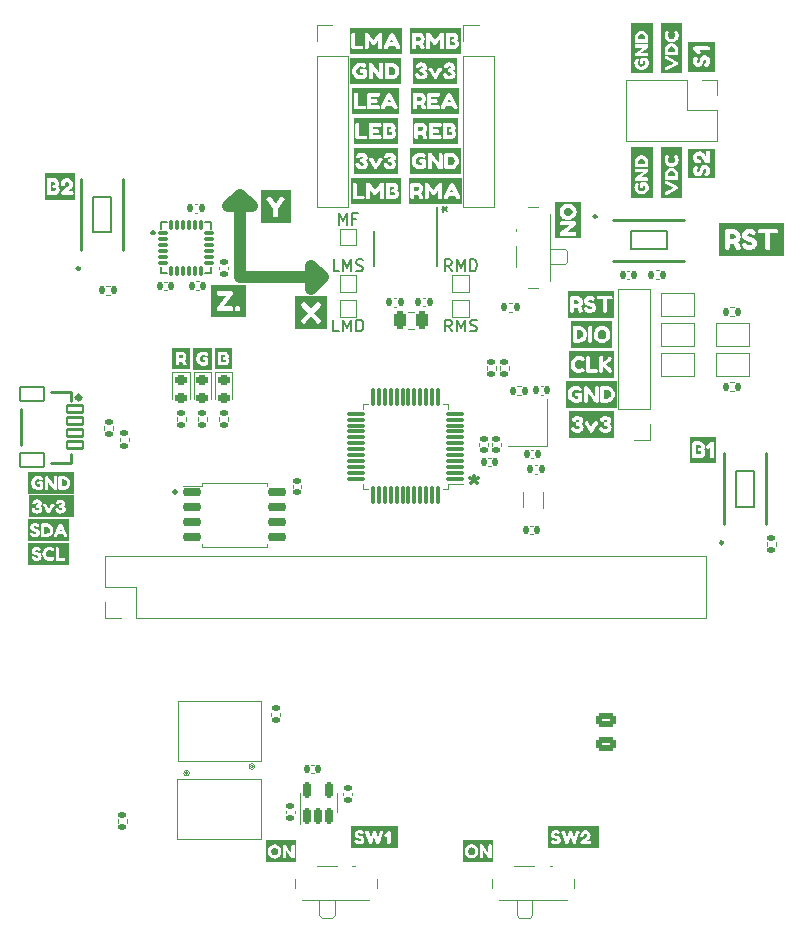
<source format=gto>
%TF.GenerationSoftware,KiCad,Pcbnew,(6.0.0-0)*%
%TF.CreationDate,2022-06-02T03:35:04+02:00*%
%TF.ProjectId,Zumo_PiZero,5a756d6f-5f50-4695-9a65-726f2e6b6963,rev?*%
%TF.SameCoordinates,Original*%
%TF.FileFunction,Legend,Top*%
%TF.FilePolarity,Positive*%
%FSLAX46Y46*%
G04 Gerber Fmt 4.6, Leading zero omitted, Abs format (unit mm)*
G04 Created by KiCad (PCBNEW (6.0.0-0)) date 2022-06-02 03:35:04*
%MOMM*%
%LPD*%
G01*
G04 APERTURE LIST*
G04 Aperture macros list*
%AMRoundRect*
0 Rectangle with rounded corners*
0 $1 Rounding radius*
0 $2 $3 $4 $5 $6 $7 $8 $9 X,Y pos of 4 corners*
0 Add a 4 corners polygon primitive as box body*
4,1,4,$2,$3,$4,$5,$6,$7,$8,$9,$2,$3,0*
0 Add four circle primitives for the rounded corners*
1,1,$1+$1,$2,$3*
1,1,$1+$1,$4,$5*
1,1,$1+$1,$6,$7*
1,1,$1+$1,$8,$9*
0 Add four rect primitives between the rounded corners*
20,1,$1+$1,$2,$3,$4,$5,0*
20,1,$1+$1,$4,$5,$6,$7,0*
20,1,$1+$1,$6,$7,$8,$9,0*
20,1,$1+$1,$8,$9,$2,$3,0*%
G04 Aperture macros list end*
%ADD10C,1.000000*%
%ADD11C,0.150000*%
%ADD12C,0.300000*%
%ADD13C,0.120000*%
%ADD14C,0.254000*%
%ADD15C,0.398780*%
%ADD16C,0.152400*%
%ADD17C,0.127000*%
%ADD18RoundRect,0.150000X-0.650000X-0.150000X0.650000X-0.150000X0.650000X0.150000X-0.650000X0.150000X0*%
%ADD19RoundRect,0.135000X-0.185000X0.135000X-0.185000X-0.135000X0.185000X-0.135000X0.185000X0.135000X0*%
%ADD20R,1.700000X1.700000*%
%ADD21RoundRect,0.250000X-0.625000X0.350000X-0.625000X-0.350000X0.625000X-0.350000X0.625000X0.350000X0*%
%ADD22C,3.800000*%
%ADD23RoundRect,0.140000X-0.140000X-0.170000X0.140000X-0.170000X0.140000X0.170000X-0.140000X0.170000X0*%
%ADD24RoundRect,0.135000X0.135000X0.185000X-0.135000X0.185000X-0.135000X-0.185000X0.135000X-0.185000X0*%
%ADD25RoundRect,0.101600X-0.674370X0.299720X-0.674370X-0.299720X0.674370X-0.299720X0.674370X0.299720X0*%
%ADD26RoundRect,0.101600X-0.999490X0.599440X-0.999490X-0.599440X0.999490X-0.599440X0.999490X0.599440X0*%
%ADD27R,0.449999X1.400000*%
%ADD28R,2.560000X2.460000*%
%ADD29RoundRect,0.140000X0.170000X-0.140000X0.170000X0.140000X-0.170000X0.140000X-0.170000X-0.140000X0*%
%ADD30RoundRect,0.140000X0.140000X0.170000X-0.140000X0.170000X-0.140000X-0.170000X0.140000X-0.170000X0*%
%ADD31R,1.200000X1.400000*%
%ADD32R,2.000000X2.000000*%
%ADD33O,1.700000X1.700000*%
%ADD34RoundRect,0.150000X0.150000X-0.512500X0.150000X0.512500X-0.150000X0.512500X-0.150000X-0.512500X0*%
%ADD35R,1.420000X0.610000*%
%ADD36R,3.910000X3.750000*%
%ADD37RoundRect,0.250000X-0.250000X-0.475000X0.250000X-0.475000X0.250000X0.475000X-0.250000X0.475000X0*%
%ADD38RoundRect,0.140000X-0.170000X0.140000X-0.170000X-0.140000X0.170000X-0.140000X0.170000X0.140000X0*%
%ADD39R,1.000000X1.000000*%
%ADD40C,0.900000*%
%ADD41R,1.000000X0.800000*%
%ADD42R,0.700000X1.500000*%
%ADD43RoundRect,0.135000X-0.135000X-0.185000X0.135000X-0.185000X0.135000X0.185000X-0.135000X0.185000X0*%
%ADD44RoundRect,0.135000X0.185000X-0.135000X0.185000X0.135000X-0.185000X0.135000X-0.185000X-0.135000X0*%
%ADD45RoundRect,0.218750X-0.256250X0.218750X-0.256250X-0.218750X0.256250X-0.218750X0.256250X0.218750X0*%
%ADD46RoundRect,0.075000X0.662500X0.075000X-0.662500X0.075000X-0.662500X-0.075000X0.662500X-0.075000X0*%
%ADD47RoundRect,0.075000X0.075000X0.662500X-0.075000X0.662500X-0.075000X-0.662500X0.075000X-0.662500X0*%
%ADD48RoundRect,0.075000X-0.350000X-0.075000X0.350000X-0.075000X0.350000X0.075000X-0.350000X0.075000X0*%
%ADD49RoundRect,0.075000X0.075000X-0.350000X0.075000X0.350000X-0.075000X0.350000X-0.075000X-0.350000X0*%
%ADD50R,1.000000X1.500000*%
%ADD51R,1.800000X1.000000*%
%ADD52R,0.800000X1.000000*%
%ADD53R,1.500000X0.700000*%
G04 APERTURE END LIST*
D10*
X105000000Y-89000000D02*
X105000000Y-91000000D01*
X106000000Y-90000000D02*
X105000000Y-89000000D01*
X98000000Y-84000000D02*
X100000000Y-84000000D01*
X99000000Y-90000000D02*
X99000000Y-83000000D01*
X99000000Y-83000000D02*
X98000000Y-84000000D01*
X99000000Y-90000000D02*
X106000000Y-90000000D01*
X100000000Y-84000000D02*
X99000000Y-83000000D01*
X105000000Y-91000000D02*
X106000000Y-90000000D01*
D11*
X116913095Y-89477380D02*
X116579761Y-89001190D01*
X116341666Y-89477380D02*
X116341666Y-88477380D01*
X116722619Y-88477380D01*
X116817857Y-88525000D01*
X116865476Y-88572619D01*
X116913095Y-88667857D01*
X116913095Y-88810714D01*
X116865476Y-88905952D01*
X116817857Y-88953571D01*
X116722619Y-89001190D01*
X116341666Y-89001190D01*
X117341666Y-89477380D02*
X117341666Y-88477380D01*
X117675000Y-89191666D01*
X118008333Y-88477380D01*
X118008333Y-89477380D01*
X118484523Y-89477380D02*
X118484523Y-88477380D01*
X118722619Y-88477380D01*
X118865476Y-88525000D01*
X118960714Y-88620238D01*
X119008333Y-88715476D01*
X119055952Y-88905952D01*
X119055952Y-89048809D01*
X119008333Y-89239285D01*
X118960714Y-89334523D01*
X118865476Y-89429761D01*
X118722619Y-89477380D01*
X118484523Y-89477380D01*
X107363095Y-85552380D02*
X107363095Y-84552380D01*
X107696428Y-85266666D01*
X108029761Y-84552380D01*
X108029761Y-85552380D01*
X108839285Y-85028571D02*
X108505952Y-85028571D01*
X108505952Y-85552380D02*
X108505952Y-84552380D01*
X108982142Y-84552380D01*
D12*
X118800000Y-106778571D02*
X118800000Y-107135714D01*
X118442857Y-106992857D02*
X118800000Y-107135714D01*
X119157142Y-106992857D01*
X118585714Y-107421428D02*
X118800000Y-107135714D01*
X119014285Y-107421428D01*
D11*
X107386904Y-89477380D02*
X106910714Y-89477380D01*
X106910714Y-88477380D01*
X107720238Y-89477380D02*
X107720238Y-88477380D01*
X108053571Y-89191666D01*
X108386904Y-88477380D01*
X108386904Y-89477380D01*
X108815476Y-89429761D02*
X108958333Y-89477380D01*
X109196428Y-89477380D01*
X109291666Y-89429761D01*
X109339285Y-89382142D01*
X109386904Y-89286904D01*
X109386904Y-89191666D01*
X109339285Y-89096428D01*
X109291666Y-89048809D01*
X109196428Y-89001190D01*
X109005952Y-88953571D01*
X108910714Y-88905952D01*
X108863095Y-88858333D01*
X108815476Y-88763095D01*
X108815476Y-88667857D01*
X108863095Y-88572619D01*
X108910714Y-88525000D01*
X109005952Y-88477380D01*
X109244047Y-88477380D01*
X109386904Y-88525000D01*
X107363095Y-94577380D02*
X106886904Y-94577380D01*
X106886904Y-93577380D01*
X107696428Y-94577380D02*
X107696428Y-93577380D01*
X108029761Y-94291666D01*
X108363095Y-93577380D01*
X108363095Y-94577380D01*
X108839285Y-94577380D02*
X108839285Y-93577380D01*
X109077380Y-93577380D01*
X109220238Y-93625000D01*
X109315476Y-93720238D01*
X109363095Y-93815476D01*
X109410714Y-94005952D01*
X109410714Y-94148809D01*
X109363095Y-94339285D01*
X109315476Y-94434523D01*
X109220238Y-94529761D01*
X109077380Y-94577380D01*
X108839285Y-94577380D01*
D12*
X91600000Y-86135714D02*
X91671428Y-86207142D01*
X91600000Y-86278571D01*
X91528571Y-86207142D01*
X91600000Y-86135714D01*
X91600000Y-86278571D01*
X93479000Y-108088714D02*
X93550428Y-108160142D01*
X93479000Y-108231571D01*
X93407571Y-108160142D01*
X93479000Y-108088714D01*
X93479000Y-108231571D01*
D11*
X116936904Y-94577380D02*
X116603571Y-94101190D01*
X116365476Y-94577380D02*
X116365476Y-93577380D01*
X116746428Y-93577380D01*
X116841666Y-93625000D01*
X116889285Y-93672619D01*
X116936904Y-93767857D01*
X116936904Y-93910714D01*
X116889285Y-94005952D01*
X116841666Y-94053571D01*
X116746428Y-94101190D01*
X116365476Y-94101190D01*
X117365476Y-94577380D02*
X117365476Y-93577380D01*
X117698809Y-94291666D01*
X118032142Y-93577380D01*
X118032142Y-94577380D01*
X118460714Y-94529761D02*
X118603571Y-94577380D01*
X118841666Y-94577380D01*
X118936904Y-94529761D01*
X118984523Y-94482142D01*
X119032142Y-94386904D01*
X119032142Y-94291666D01*
X118984523Y-94196428D01*
X118936904Y-94148809D01*
X118841666Y-94101190D01*
X118651190Y-94053571D01*
X118555952Y-94005952D01*
X118508333Y-93958333D01*
X118460714Y-93863095D01*
X118460714Y-93767857D01*
X118508333Y-93672619D01*
X118555952Y-93625000D01*
X118651190Y-93577380D01*
X118889285Y-93577380D01*
X119032142Y-93625000D01*
%TO.C,U7*%
X116052380Y-84200000D02*
X116290476Y-84200000D01*
X116195238Y-84438095D02*
X116290476Y-84200000D01*
X116195238Y-83961904D01*
X116480952Y-84342857D02*
X116290476Y-84200000D01*
X116480952Y-84057142D01*
%TO.C,kibuzzard-629810EF*%
G36*
X127877060Y-83591175D02*
G01*
X127877060Y-86632825D01*
X125646940Y-86632825D01*
X125646940Y-86304530D01*
X126066675Y-86304530D01*
X126079534Y-86402638D01*
X126118110Y-86453120D01*
X126167640Y-86471218D01*
X126234315Y-86474075D01*
X127291590Y-86474075D01*
X127388745Y-86462645D01*
X127428750Y-86438832D01*
X127451610Y-86389303D01*
X127461135Y-86301673D01*
X127449705Y-86211185D01*
X127404937Y-86156892D01*
X127299210Y-86138795D01*
X126655320Y-86138795D01*
X126724059Y-86086302D01*
X126813435Y-86018992D01*
X126923449Y-85936865D01*
X127054100Y-85839922D01*
X127205389Y-85728162D01*
X127377315Y-85601585D01*
X127426845Y-85557770D01*
X127450658Y-85511097D01*
X127461135Y-85420610D01*
X127449705Y-85327265D01*
X127404937Y-85272972D01*
X127299210Y-85254875D01*
X126236220Y-85254875D01*
X126169545Y-85257732D01*
X126118110Y-85275830D01*
X126079534Y-85325360D01*
X126066675Y-85420610D01*
X126079534Y-85518718D01*
X126118110Y-85569200D01*
X126167640Y-85587298D01*
X126234315Y-85590155D01*
X126861060Y-85590155D01*
X126791633Y-85643389D01*
X126700193Y-85712922D01*
X126586740Y-85798753D01*
X126451273Y-85900882D01*
X126293793Y-86019309D01*
X126114300Y-86154035D01*
X126078105Y-86201660D01*
X126066675Y-86304530D01*
X125646940Y-86304530D01*
X125646940Y-84445250D01*
X126043815Y-84445250D01*
X126057090Y-84584315D01*
X126096917Y-84711950D01*
X126163294Y-84828155D01*
X126256222Y-84932930D01*
X126368022Y-85019607D01*
X126491014Y-85081520D01*
X126625197Y-85118667D01*
X126770573Y-85131050D01*
X126915412Y-85118072D01*
X127047988Y-85079139D01*
X127168301Y-85014250D01*
X127276350Y-84923405D01*
X127365528Y-84814939D01*
X127429226Y-84697186D01*
X127467445Y-84570147D01*
X127480185Y-84433820D01*
X127466850Y-84304280D01*
X127426845Y-84178550D01*
X127363504Y-84061869D01*
X127280160Y-83959475D01*
X127175623Y-83873750D01*
X127048703Y-83807075D01*
X126905589Y-83764212D01*
X126752475Y-83749925D01*
X126612696Y-83762605D01*
X126482917Y-83800646D01*
X126363141Y-83864046D01*
X126253365Y-83952807D01*
X126161687Y-84059666D01*
X126096202Y-84177359D01*
X126056912Y-84305887D01*
X126043815Y-84445250D01*
X125646940Y-84445250D01*
X125646940Y-83591175D01*
X127877060Y-83591175D01*
G37*
G36*
X126867939Y-84099175D02*
G01*
X126959697Y-84135370D01*
X127037273Y-84195695D01*
X127116568Y-84310947D01*
X127143000Y-84439535D01*
X127116806Y-84568361D01*
X127038225Y-84684327D01*
X126960755Y-84745182D01*
X126868045Y-84781694D01*
X126760095Y-84793865D01*
X126652357Y-84781800D01*
X126560282Y-84745605D01*
X126483870Y-84685280D01*
X126406717Y-84570027D01*
X126381000Y-84441440D01*
X126407432Y-84312614D01*
X126486728Y-84196647D01*
X126564303Y-84135793D01*
X126656061Y-84099281D01*
X126762000Y-84087110D01*
X126867939Y-84099175D01*
G37*
%TO.C,kibuzzard-629805DB*%
G36*
X117895646Y-137650783D02*
G01*
X120430354Y-137650783D01*
X120430354Y-139509217D01*
X117895646Y-139509217D01*
X117895646Y-138587937D01*
X118027937Y-138587937D01*
X118038504Y-138704420D01*
X118070205Y-138812569D01*
X118123039Y-138912383D01*
X118197006Y-139003863D01*
X118286055Y-139080261D01*
X118384133Y-139134831D01*
X118491239Y-139167573D01*
X118607375Y-139178488D01*
X118723262Y-139167425D01*
X118829625Y-139134236D01*
X118926462Y-139078921D01*
X118994981Y-139018150D01*
X119282063Y-139018150D01*
X119284444Y-139073713D01*
X119299525Y-139116575D01*
X119340800Y-139148722D01*
X119420175Y-139159437D01*
X119501931Y-139148722D01*
X119544000Y-139116575D01*
X119559081Y-139075300D01*
X119561463Y-139019737D01*
X119561463Y-138497450D01*
X119605824Y-138555306D01*
X119663768Y-138631506D01*
X119735294Y-138726050D01*
X119820401Y-138838939D01*
X119919091Y-138970172D01*
X120031363Y-139119750D01*
X120071050Y-139149913D01*
X120156775Y-139159437D01*
X120238531Y-139148722D01*
X120280600Y-139116575D01*
X120295681Y-139075300D01*
X120298063Y-139019737D01*
X120298063Y-138138675D01*
X120288538Y-138057713D01*
X120268694Y-138024375D01*
X120227419Y-138005325D01*
X120154394Y-137997387D01*
X120078988Y-138006912D01*
X120033744Y-138044219D01*
X120018663Y-138132325D01*
X120018663Y-138668900D01*
X119974918Y-138611618D01*
X119918826Y-138537137D01*
X119850387Y-138445459D01*
X119769601Y-138336583D01*
X119676468Y-138210509D01*
X119570987Y-138067237D01*
X119534475Y-138025962D01*
X119495581Y-138006119D01*
X119420175Y-137997387D01*
X119342387Y-138006912D01*
X119297144Y-138044219D01*
X119282063Y-138132325D01*
X119282063Y-139018150D01*
X118994981Y-139018150D01*
X119013775Y-139001481D01*
X119086006Y-138908315D01*
X119137600Y-138805822D01*
X119168556Y-138694002D01*
X119178875Y-138572856D01*
X119168060Y-138452157D01*
X119135616Y-138341677D01*
X119081541Y-138241416D01*
X119005837Y-138151375D01*
X118915449Y-138077060D01*
X118817322Y-138023978D01*
X118711455Y-137992129D01*
X118597850Y-137981512D01*
X118489900Y-137992625D01*
X118385125Y-138025962D01*
X118287891Y-138078747D01*
X118202562Y-138148200D01*
X118131125Y-138235314D01*
X118075562Y-138341081D01*
X118039844Y-138460342D01*
X118027937Y-138587937D01*
X117895646Y-138587937D01*
X117895646Y-137650783D01*
G37*
G36*
X118709967Y-138284328D02*
G01*
X118806606Y-138349812D01*
X118857318Y-138414371D01*
X118887745Y-138491629D01*
X118897887Y-138581587D01*
X118887833Y-138671369D01*
X118857671Y-138748099D01*
X118807400Y-138811775D01*
X118711356Y-138876069D01*
X118604200Y-138897500D01*
X118496845Y-138875473D01*
X118400206Y-138809394D01*
X118349494Y-138744747D01*
X118319067Y-138668283D01*
X118308925Y-138580000D01*
X118318979Y-138491717D01*
X118349142Y-138415253D01*
X118399412Y-138350606D01*
X118495456Y-138284527D01*
X118602612Y-138262500D01*
X118709967Y-138284328D01*
G37*
%TO.C,kibuzzard-629805D4*%
G36*
X101215646Y-137676783D02*
G01*
X103750354Y-137676783D01*
X103750354Y-139535217D01*
X101215646Y-139535217D01*
X101215646Y-138613937D01*
X101347937Y-138613937D01*
X101358504Y-138730420D01*
X101390205Y-138838569D01*
X101443039Y-138938383D01*
X101517006Y-139029863D01*
X101606055Y-139106261D01*
X101704133Y-139160831D01*
X101811239Y-139193573D01*
X101927375Y-139204488D01*
X102043262Y-139193425D01*
X102149625Y-139160236D01*
X102246462Y-139104921D01*
X102314981Y-139044150D01*
X102602063Y-139044150D01*
X102604444Y-139099713D01*
X102619525Y-139142575D01*
X102660800Y-139174722D01*
X102740175Y-139185437D01*
X102821931Y-139174722D01*
X102864000Y-139142575D01*
X102879081Y-139101300D01*
X102881463Y-139045737D01*
X102881463Y-138523450D01*
X102925824Y-138581306D01*
X102983768Y-138657506D01*
X103055294Y-138752050D01*
X103140401Y-138864939D01*
X103239091Y-138996172D01*
X103351363Y-139145750D01*
X103391050Y-139175913D01*
X103476775Y-139185437D01*
X103558531Y-139174722D01*
X103600600Y-139142575D01*
X103615681Y-139101300D01*
X103618063Y-139045737D01*
X103618063Y-138164675D01*
X103608538Y-138083713D01*
X103588694Y-138050375D01*
X103547419Y-138031325D01*
X103474394Y-138023387D01*
X103398988Y-138032912D01*
X103353744Y-138070219D01*
X103338663Y-138158325D01*
X103338663Y-138694900D01*
X103294918Y-138637618D01*
X103238826Y-138563137D01*
X103170387Y-138471459D01*
X103089601Y-138362583D01*
X102996468Y-138236509D01*
X102890987Y-138093237D01*
X102854475Y-138051962D01*
X102815581Y-138032119D01*
X102740175Y-138023387D01*
X102662387Y-138032912D01*
X102617144Y-138070219D01*
X102602063Y-138158325D01*
X102602063Y-139044150D01*
X102314981Y-139044150D01*
X102333775Y-139027481D01*
X102406006Y-138934315D01*
X102457600Y-138831822D01*
X102488556Y-138720002D01*
X102498875Y-138598856D01*
X102488060Y-138478157D01*
X102455616Y-138367677D01*
X102401541Y-138267416D01*
X102325837Y-138177375D01*
X102235449Y-138103060D01*
X102137322Y-138049978D01*
X102031455Y-138018129D01*
X101917850Y-138007512D01*
X101809900Y-138018625D01*
X101705125Y-138051962D01*
X101607891Y-138104747D01*
X101522562Y-138174200D01*
X101451125Y-138261314D01*
X101395562Y-138367081D01*
X101359844Y-138486342D01*
X101347937Y-138613937D01*
X101215646Y-138613937D01*
X101215646Y-137676783D01*
G37*
G36*
X102029967Y-138310328D02*
G01*
X102126606Y-138375812D01*
X102177318Y-138440371D01*
X102207745Y-138517629D01*
X102217887Y-138607587D01*
X102207833Y-138697369D01*
X102177671Y-138774099D01*
X102127400Y-138837775D01*
X102031356Y-138902069D01*
X101924200Y-138923500D01*
X101816845Y-138901473D01*
X101720206Y-138835394D01*
X101669494Y-138770747D01*
X101639067Y-138694283D01*
X101628925Y-138606000D01*
X101638979Y-138517717D01*
X101669142Y-138441253D01*
X101719412Y-138376606D01*
X101815456Y-138310527D01*
X101922612Y-138288500D01*
X102029967Y-138310328D01*
G37*
D13*
%TO.C,U6*%
X98522000Y-112865500D02*
X101269500Y-112865500D01*
X101269500Y-112865500D02*
X101269500Y-112583000D01*
X98522000Y-112865500D02*
X95774500Y-112865500D01*
X95774500Y-112865500D02*
X95774500Y-112583000D01*
X98522000Y-107370500D02*
X101269500Y-107370500D01*
X101269500Y-107370500D02*
X101269500Y-107653000D01*
X98522000Y-107370500D02*
X95774500Y-107370500D01*
X95774500Y-107370500D02*
X95774500Y-107653000D01*
X95774500Y-107653000D02*
X94122000Y-107653000D01*
%TO.C,R1*%
X89380000Y-135856359D02*
X89380000Y-136163641D01*
X88620000Y-135856359D02*
X88620000Y-136163641D01*
%TO.C,kibuzzard-6296F475*%
G36*
X116946083Y-79810816D02*
G01*
X117063003Y-79888683D01*
X117143727Y-80005126D01*
X117170635Y-80146810D01*
X117143013Y-80288018D01*
X117060145Y-80403033D01*
X116942987Y-80479471D01*
X116812495Y-80504950D01*
X116627710Y-80504950D01*
X116627710Y-79784860D01*
X116810590Y-79784860D01*
X116946083Y-79810816D01*
G37*
G36*
X113371430Y-79026035D02*
G01*
X117666570Y-79026035D01*
X117666570Y-81259965D01*
X113371430Y-81259965D01*
X113371430Y-80131570D01*
X113530180Y-80131570D01*
X113543277Y-80277481D01*
X113582568Y-80412319D01*
X113648052Y-80536085D01*
X113739730Y-80648778D01*
X113849148Y-80742539D01*
X113967854Y-80809512D01*
X114095846Y-80849695D01*
X114233125Y-80863090D01*
X114383144Y-80852732D01*
X114513160Y-80821656D01*
X114623174Y-80769864D01*
X114713185Y-80697355D01*
X114723678Y-80674495D01*
X114918925Y-80674495D01*
X114921782Y-80741170D01*
X114939880Y-80792605D01*
X114989410Y-80831181D01*
X115084660Y-80844040D01*
X115182767Y-80831181D01*
X115233250Y-80792605D01*
X115251347Y-80743075D01*
X115254205Y-80676400D01*
X115254205Y-80049655D01*
X115307439Y-80119082D01*
X115376972Y-80210522D01*
X115462803Y-80323975D01*
X115564932Y-80459442D01*
X115683359Y-80616922D01*
X115818085Y-80796415D01*
X115865710Y-80832610D01*
X115968580Y-80844040D01*
X116066687Y-80831181D01*
X116117170Y-80792605D01*
X116135268Y-80743075D01*
X116138125Y-80676400D01*
X116138125Y-80672590D01*
X116290525Y-80672590D01*
X116313385Y-80794510D01*
X116363867Y-80830229D01*
X116458165Y-80842135D01*
X116806780Y-80842135D01*
X116947095Y-80829157D01*
X117076576Y-80790224D01*
X117195221Y-80725335D01*
X117303033Y-80634490D01*
X117392627Y-80525488D01*
X117456623Y-80406128D01*
X117495021Y-80276410D01*
X117507820Y-80136333D01*
X117494723Y-79996791D01*
X117455432Y-79868680D01*
X117389948Y-79751999D01*
X117298270Y-79646748D01*
X117189328Y-79559653D01*
X117072051Y-79497443D01*
X116946440Y-79460117D01*
X116812495Y-79447675D01*
X116460070Y-79445770D01*
X116361962Y-79458629D01*
X116311480Y-79497205D01*
X116293383Y-79546735D01*
X116290525Y-79613410D01*
X116290525Y-80672590D01*
X116138125Y-80672590D01*
X116138125Y-79619125D01*
X116126695Y-79521970D01*
X116102883Y-79481965D01*
X116053353Y-79459105D01*
X115965723Y-79449580D01*
X115875235Y-79461010D01*
X115820943Y-79505778D01*
X115802845Y-79611505D01*
X115802845Y-80255395D01*
X115750352Y-80186656D01*
X115683042Y-80097280D01*
X115600915Y-79987266D01*
X115503972Y-79856615D01*
X115392212Y-79705326D01*
X115265635Y-79533400D01*
X115221820Y-79483870D01*
X115175147Y-79460058D01*
X115084660Y-79449580D01*
X114991315Y-79461010D01*
X114937022Y-79505778D01*
X114918925Y-79611505D01*
X114918925Y-80674495D01*
X114723678Y-80674495D01*
X114766525Y-80581150D01*
X114766525Y-80162050D01*
X114747475Y-80055370D01*
X114621745Y-80002030D01*
X114286465Y-80002030D01*
X114195025Y-80019175D01*
X114163592Y-80061085D01*
X114155020Y-80142048D01*
X114162640Y-80222058D01*
X114195025Y-80266825D01*
X114278845Y-80282065D01*
X114429340Y-80282065D01*
X114429340Y-80489710D01*
X114340281Y-80515428D01*
X114240745Y-80524000D01*
X114103585Y-80495187D01*
X113981665Y-80408747D01*
X113918165Y-80326409D01*
X113880065Y-80233064D01*
X113867365Y-80128713D01*
X113895464Y-79979646D01*
X113979760Y-79862013D01*
X114100251Y-79785574D01*
X114236935Y-79760095D01*
X114339805Y-79773192D01*
X114427435Y-79812483D01*
X114543640Y-79864870D01*
X114607934Y-79839629D01*
X114678895Y-79763905D01*
X114722710Y-79656272D01*
X114671275Y-79571500D01*
X114535173Y-79488950D01*
X114393568Y-79439420D01*
X114246460Y-79422910D01*
X114106442Y-79435590D01*
X113975950Y-79473631D01*
X113854982Y-79537031D01*
X113743540Y-79625792D01*
X113650195Y-79733485D01*
X113583520Y-79853678D01*
X113543515Y-79986373D01*
X113530180Y-80131570D01*
X113371430Y-80131570D01*
X113371430Y-79026035D01*
G37*
%TO.C,R11*%
X120969000Y-97529359D02*
X120969000Y-97836641D01*
X121729000Y-97529359D02*
X121729000Y-97836641D01*
%TO.C,R7*%
X144337000Y-112405359D02*
X144337000Y-112712641D01*
X143577000Y-112405359D02*
X143577000Y-112712641D01*
%TO.C,kibuzzard-6296F4D2*%
G36*
X137979400Y-104243195D02*
G01*
X138010833Y-104309870D01*
X138005118Y-104378450D01*
X137913678Y-104418455D01*
X137796520Y-104445125D01*
X137761278Y-104554663D01*
X137795568Y-104664200D01*
X137898438Y-104690870D01*
X138005118Y-104706110D01*
X138040360Y-104744210D01*
X138050838Y-104816600D01*
X138020834Y-104913755D01*
X137930823Y-104946140D01*
X137618403Y-104946140D01*
X137618403Y-104224145D01*
X137885103Y-104224145D01*
X137979400Y-104243195D01*
G37*
G36*
X137122468Y-103490085D02*
G01*
X139293532Y-103490085D01*
X139293532Y-105685915D01*
X137122468Y-105685915D01*
X137122468Y-105111875D01*
X137281218Y-105111875D01*
X137292647Y-105210935D01*
X137343130Y-105265227D01*
X137448857Y-105283325D01*
X137949873Y-105283325D01*
X138064490Y-105269038D01*
X138167042Y-105226175D01*
X138257530Y-105154738D01*
X138328333Y-105062133D01*
X138371830Y-104955771D01*
X138388023Y-104835650D01*
X138375534Y-104728758D01*
X138338069Y-104629063D01*
X138275628Y-104536565D01*
X138329920Y-104426551D01*
X138343726Y-104334635D01*
X138464222Y-104334635D01*
X138524230Y-104452745D01*
X138639483Y-104519420D01*
X138772833Y-104460365D01*
X138797598Y-104437505D01*
X138797598Y-105117590D01*
X138800455Y-105187123D01*
X138818553Y-105239510D01*
X138869511Y-105276657D01*
X138965237Y-105289040D01*
X139063345Y-105276181D01*
X139113828Y-105237605D01*
X139131925Y-105187123D01*
X139134782Y-105121400D01*
X139134782Y-104060315D01*
X139125258Y-103959350D01*
X139098588Y-103918393D01*
X139049058Y-103896485D01*
X138958570Y-103886960D01*
X138850938Y-103936490D01*
X138845223Y-103940300D01*
X138532802Y-104222240D01*
X138464222Y-104334635D01*
X138343726Y-104334635D01*
X138348018Y-104306060D01*
X138334259Y-104195993D01*
X138292984Y-104096933D01*
X138224193Y-104008880D01*
X138139102Y-103941147D01*
X138041313Y-103900507D01*
X137930823Y-103886960D01*
X137450763Y-103886960D01*
X137352655Y-103899819D01*
X137302173Y-103938395D01*
X137284075Y-103987925D01*
X137281218Y-104054600D01*
X137281218Y-105111875D01*
X137122468Y-105111875D01*
X137122468Y-103490085D01*
G37*
%TO.C,kibuzzard-6296F43B*%
G36*
X113641940Y-71405082D02*
G01*
X117396060Y-71405082D01*
X117396060Y-73640918D01*
X113641940Y-73640918D01*
X113641940Y-72803988D01*
X113800690Y-72803988D01*
X113821645Y-72906858D01*
X113825455Y-72925907D01*
X113846410Y-72975438D01*
X113893559Y-73051161D01*
X113947375Y-73110693D01*
X114057442Y-73184776D01*
X114184442Y-73229226D01*
X114328375Y-73244043D01*
X114473367Y-73229332D01*
X114601002Y-73185199D01*
X114711280Y-73111645D01*
X114795947Y-73015442D01*
X114846747Y-72903365D01*
X114863680Y-72775413D01*
X114847964Y-72678258D01*
X114800815Y-72592532D01*
X114740807Y-72530620D01*
X114684610Y-72489663D01*
X114684610Y-72476328D01*
X114767160Y-72416532D01*
X114798418Y-72365837D01*
X114939880Y-72365837D01*
X114977980Y-72468708D01*
X115374220Y-73146888D01*
X115391365Y-73167843D01*
X115443752Y-73208800D01*
X115521857Y-73228803D01*
X115604725Y-73203085D01*
X115665685Y-73144983D01*
X115864519Y-72803988D01*
X116174320Y-72803988D01*
X116195275Y-72906858D01*
X116199085Y-72925907D01*
X116220040Y-72975438D01*
X116267189Y-73051161D01*
X116321005Y-73110693D01*
X116431072Y-73184776D01*
X116558072Y-73229226D01*
X116702005Y-73244043D01*
X116846997Y-73229332D01*
X116974632Y-73185199D01*
X117084910Y-73111645D01*
X117169577Y-73015442D01*
X117220377Y-72903365D01*
X117237310Y-72775413D01*
X117221594Y-72678258D01*
X117174445Y-72592532D01*
X117114438Y-72530620D01*
X117058240Y-72489663D01*
X117058240Y-72476328D01*
X117140790Y-72416532D01*
X117190320Y-72336204D01*
X117206830Y-72235345D01*
X117191802Y-72127924D01*
X117146717Y-72027912D01*
X117071575Y-71935307D01*
X116970398Y-71861224D01*
X116847208Y-71816774D01*
X116702005Y-71801957D01*
X116607469Y-71808625D01*
X116521982Y-71828627D01*
X116396253Y-71887682D01*
X116317195Y-71962930D01*
X116275285Y-72022937D01*
X116231470Y-72152478D01*
X116255283Y-72220581D01*
X116326720Y-72280112D01*
X116431495Y-72314402D01*
X116503885Y-72290590D01*
X116557225Y-72219153D01*
X116568655Y-72196292D01*
X116618185Y-72150572D01*
X116725818Y-72127712D01*
X116831545Y-72163907D01*
X116869645Y-72240107D01*
X116833450Y-72295829D01*
X116724865Y-72314402D01*
X116625805Y-72323928D01*
X116572941Y-72375839D01*
X116555320Y-72482042D01*
X116568179Y-72579674D01*
X116606755Y-72628727D01*
X116656285Y-72647778D01*
X116742963Y-72651587D01*
X116853453Y-72690640D01*
X116900125Y-72781128D01*
X116852500Y-72873520D01*
X116791540Y-72904238D01*
X116703910Y-72914478D01*
X116623900Y-72903047D01*
X116519125Y-72811608D01*
X116461975Y-72712548D01*
X116361010Y-72693497D01*
X116220993Y-72721120D01*
X116174320Y-72803988D01*
X115864519Y-72803988D01*
X116060020Y-72468708D01*
X116098120Y-72363933D01*
X116073355Y-72299163D01*
X115999060Y-72238203D01*
X115894285Y-72198197D01*
X115833325Y-72214390D01*
X115799987Y-72246775D01*
X115768555Y-72299162D01*
X115519000Y-72779222D01*
X115269445Y-72299162D01*
X115218962Y-72222010D01*
X115153240Y-72196292D01*
X115038940Y-72238203D01*
X114964645Y-72299639D01*
X114939880Y-72365837D01*
X114798418Y-72365837D01*
X114816690Y-72336204D01*
X114833200Y-72235345D01*
X114818172Y-72127924D01*
X114773087Y-72027912D01*
X114697945Y-71935307D01*
X114596768Y-71861224D01*
X114473578Y-71816774D01*
X114328375Y-71801957D01*
X114233839Y-71808625D01*
X114148352Y-71828627D01*
X114022622Y-71887682D01*
X113943565Y-71962930D01*
X113901655Y-72022937D01*
X113857840Y-72152478D01*
X113881652Y-72220581D01*
X113953090Y-72280112D01*
X114057865Y-72314402D01*
X114130255Y-72290590D01*
X114183595Y-72219153D01*
X114195025Y-72196292D01*
X114244555Y-72150572D01*
X114352187Y-72127712D01*
X114457915Y-72163907D01*
X114496015Y-72240107D01*
X114459820Y-72295829D01*
X114351235Y-72314402D01*
X114252175Y-72323928D01*
X114199311Y-72375839D01*
X114181690Y-72482042D01*
X114194549Y-72579674D01*
X114233125Y-72628727D01*
X114282655Y-72647778D01*
X114369332Y-72651587D01*
X114479822Y-72690640D01*
X114526495Y-72781128D01*
X114478870Y-72873520D01*
X114417910Y-72904238D01*
X114330280Y-72914478D01*
X114250270Y-72903047D01*
X114145495Y-72811608D01*
X114088345Y-72712548D01*
X113987380Y-72693497D01*
X113847362Y-72721120D01*
X113800690Y-72803988D01*
X113641940Y-72803988D01*
X113641940Y-71405082D01*
G37*
%TO.C,kibuzzard-62975D6B*%
G36*
X139515625Y-85391984D02*
G01*
X145008375Y-85391984D01*
X145008375Y-88182016D01*
X139515625Y-88182016D01*
X139515625Y-87447797D01*
X140011719Y-87447797D01*
X140026006Y-87571622D01*
X140089109Y-87637702D01*
X140221269Y-87659728D01*
X140343903Y-87643655D01*
X140407006Y-87595434D01*
X140429628Y-87532331D01*
X140433200Y-87450178D01*
X140433200Y-87181097D01*
X140733237Y-87181097D01*
X140807056Y-87176334D01*
X140899660Y-87395674D01*
X140961573Y-87539343D01*
X140992794Y-87607341D01*
X141036847Y-87653775D01*
X141113047Y-87676397D01*
X141235681Y-87643059D01*
X141346409Y-87574003D01*
X141383319Y-87490659D01*
X141347600Y-87366834D01*
X141309376Y-87279919D01*
X141478569Y-87279919D01*
X141540481Y-87416841D01*
X141561912Y-87443034D01*
X141630969Y-87515663D01*
X141738125Y-87590672D01*
X141900050Y-87658537D01*
X142003039Y-87679076D01*
X142111981Y-87685922D01*
X142255121Y-87671899D01*
X142392440Y-87629830D01*
X142523937Y-87559716D01*
X142614425Y-87482027D01*
X142685862Y-87377550D01*
X142732297Y-87250451D01*
X142747775Y-87104897D01*
X142732595Y-86962320D01*
X142687053Y-86844150D01*
X142618890Y-86753960D01*
X142535844Y-86695322D01*
X142441189Y-86655734D01*
X142338200Y-86622694D01*
X142235211Y-86596798D01*
X142140556Y-86578641D01*
X141989347Y-86523872D01*
X141928625Y-86417906D01*
X141979822Y-86315512D01*
X142108409Y-86278603D01*
X142235806Y-86309559D01*
X142272716Y-86340516D01*
X142300100Y-86364328D01*
X142423925Y-86411953D01*
X142508459Y-86382188D01*
X142590612Y-86292891D01*
X142647762Y-86161922D01*
X142599554Y-86085722D01*
X142843025Y-86085722D01*
X142854931Y-86185734D01*
X142902556Y-86241694D01*
X143014475Y-86259553D01*
X143471675Y-86259553D01*
X143471675Y-87454941D01*
X143475247Y-87537094D01*
X143496678Y-87599006D01*
X143558591Y-87647822D01*
X143676462Y-87662109D01*
X143795525Y-87647822D01*
X143858628Y-87599006D01*
X143880059Y-87538284D01*
X143883631Y-87457322D01*
X143883631Y-86259553D01*
X144338450Y-86259553D01*
X144459894Y-86238122D01*
X144500375Y-86186925D01*
X144512281Y-86088103D01*
X144500375Y-85988091D01*
X144452750Y-85932131D01*
X144340831Y-85914272D01*
X143016856Y-85914272D01*
X142895413Y-85935703D01*
X142854931Y-85986900D01*
X142843025Y-86085722D01*
X142599554Y-86085722D01*
X142573944Y-86045241D01*
X142514412Y-85999997D01*
X142351297Y-85924988D01*
X142227174Y-85897305D01*
X142090550Y-85888078D01*
X141923730Y-85905408D01*
X141782046Y-85957399D01*
X141665497Y-86044050D01*
X141578846Y-86153984D01*
X141526855Y-86275825D01*
X141509525Y-86409572D01*
X141524705Y-86550959D01*
X141570247Y-86670319D01*
X141638410Y-86764080D01*
X141721456Y-86828672D01*
X141815516Y-86875404D01*
X141916719Y-86915587D01*
X142017922Y-86947437D01*
X142111981Y-86969166D01*
X142263191Y-87022744D01*
X142323912Y-87114422D01*
X142299306Y-87214964D01*
X142225487Y-87275289D01*
X142102456Y-87295397D01*
X141988156Y-87258487D01*
X141892906Y-87181097D01*
X141786941Y-87091800D01*
X141707169Y-87062034D01*
X141580962Y-87119184D01*
X141504167Y-87209374D01*
X141478569Y-87279919D01*
X141309376Y-87279919D01*
X141280925Y-87215228D01*
X141226950Y-87090609D01*
X141185675Y-86992978D01*
X141284894Y-86866507D01*
X141344425Y-86718870D01*
X141364269Y-86550066D01*
X141348791Y-86402428D01*
X141302356Y-86269078D01*
X141232109Y-86155969D01*
X141145194Y-86069053D01*
X141012108Y-85984386D01*
X140876377Y-85933586D01*
X140738000Y-85916653D01*
X140223650Y-85916653D01*
X140101016Y-85932727D01*
X140037912Y-85980947D01*
X140015291Y-86044050D01*
X140011719Y-86126203D01*
X140011719Y-87447797D01*
X139515625Y-87447797D01*
X139515625Y-85391984D01*
G37*
G36*
X140876112Y-86391713D02*
G01*
X140945169Y-86550066D01*
X140876112Y-86707228D01*
X140738000Y-86759616D01*
X140433200Y-86759616D01*
X140433200Y-86338134D01*
X140733237Y-86338134D01*
X140876112Y-86391713D01*
G37*
%TO.C,kibuzzard-6296F5B2*%
G36*
X126585430Y-98787035D02*
G01*
X130880570Y-98787035D01*
X130880570Y-101020965D01*
X126585430Y-101020965D01*
X126585430Y-99892570D01*
X126744180Y-99892570D01*
X126757277Y-100038481D01*
X126796568Y-100173319D01*
X126862052Y-100297085D01*
X126953730Y-100409778D01*
X127063148Y-100503539D01*
X127181854Y-100570512D01*
X127309846Y-100610695D01*
X127447125Y-100624090D01*
X127597144Y-100613732D01*
X127727160Y-100582656D01*
X127837174Y-100530864D01*
X127927185Y-100458355D01*
X127937678Y-100435495D01*
X128132925Y-100435495D01*
X128135782Y-100502170D01*
X128153880Y-100553605D01*
X128203410Y-100592181D01*
X128298660Y-100605040D01*
X128396767Y-100592181D01*
X128447250Y-100553605D01*
X128465347Y-100504075D01*
X128468205Y-100437400D01*
X128468205Y-99810655D01*
X128521439Y-99880082D01*
X128590972Y-99971522D01*
X128676803Y-100084975D01*
X128778932Y-100220442D01*
X128897359Y-100377922D01*
X129032085Y-100557415D01*
X129079710Y-100593610D01*
X129182580Y-100605040D01*
X129280687Y-100592181D01*
X129331170Y-100553605D01*
X129349268Y-100504075D01*
X129352125Y-100437400D01*
X129352125Y-100433590D01*
X129504525Y-100433590D01*
X129527385Y-100555510D01*
X129577867Y-100591229D01*
X129672165Y-100603135D01*
X130020780Y-100603135D01*
X130161095Y-100590157D01*
X130290576Y-100551224D01*
X130409221Y-100486335D01*
X130517033Y-100395490D01*
X130606627Y-100286488D01*
X130670623Y-100167128D01*
X130709021Y-100037410D01*
X130721820Y-99897333D01*
X130708723Y-99757791D01*
X130669432Y-99629680D01*
X130603948Y-99512999D01*
X130512270Y-99407748D01*
X130403328Y-99320653D01*
X130286051Y-99258443D01*
X130160440Y-99221117D01*
X130026495Y-99208675D01*
X129674070Y-99206770D01*
X129575962Y-99219629D01*
X129525480Y-99258205D01*
X129507383Y-99307735D01*
X129504525Y-99374410D01*
X129504525Y-100433590D01*
X129352125Y-100433590D01*
X129352125Y-99380125D01*
X129340695Y-99282970D01*
X129316883Y-99242965D01*
X129267353Y-99220105D01*
X129179723Y-99210580D01*
X129089235Y-99222010D01*
X129034943Y-99266778D01*
X129016845Y-99372505D01*
X129016845Y-100016395D01*
X128964352Y-99947656D01*
X128897042Y-99858280D01*
X128814915Y-99748266D01*
X128717972Y-99617615D01*
X128606212Y-99466326D01*
X128479635Y-99294400D01*
X128435820Y-99244870D01*
X128389147Y-99221058D01*
X128298660Y-99210580D01*
X128205315Y-99222010D01*
X128151022Y-99266778D01*
X128132925Y-99372505D01*
X128132925Y-100435495D01*
X127937678Y-100435495D01*
X127980525Y-100342150D01*
X127980525Y-99923050D01*
X127961475Y-99816370D01*
X127835745Y-99763030D01*
X127500465Y-99763030D01*
X127409025Y-99780175D01*
X127377592Y-99822085D01*
X127369020Y-99903048D01*
X127376640Y-99983058D01*
X127409025Y-100027825D01*
X127492845Y-100043065D01*
X127643340Y-100043065D01*
X127643340Y-100250710D01*
X127554281Y-100276428D01*
X127454745Y-100285000D01*
X127317585Y-100256187D01*
X127195665Y-100169747D01*
X127132165Y-100087409D01*
X127094065Y-99994064D01*
X127081365Y-99889713D01*
X127109464Y-99740646D01*
X127193760Y-99623013D01*
X127314251Y-99546574D01*
X127450935Y-99521095D01*
X127553805Y-99534192D01*
X127641435Y-99573483D01*
X127757640Y-99625870D01*
X127821934Y-99600629D01*
X127892895Y-99524905D01*
X127936710Y-99417272D01*
X127885275Y-99332500D01*
X127749173Y-99249950D01*
X127607568Y-99200420D01*
X127460460Y-99183910D01*
X127320442Y-99196590D01*
X127189950Y-99234631D01*
X127068982Y-99298031D01*
X126957540Y-99386792D01*
X126864195Y-99494485D01*
X126797520Y-99614678D01*
X126757515Y-99747373D01*
X126744180Y-99892570D01*
X126585430Y-99892570D01*
X126585430Y-98787035D01*
G37*
G36*
X130160083Y-99571816D02*
G01*
X130277003Y-99649683D01*
X130357727Y-99766126D01*
X130384635Y-99907810D01*
X130357013Y-100049018D01*
X130274145Y-100164033D01*
X130156987Y-100240471D01*
X130026495Y-100265950D01*
X129841710Y-100265950D01*
X129841710Y-99545860D01*
X130024590Y-99545860D01*
X130160083Y-99571816D01*
G37*
%TO.C,C5*%
X123536157Y-111043940D02*
X123751829Y-111043940D01*
X123536157Y-111763940D02*
X123751829Y-111763940D01*
%TO.C,C18*%
X114452164Y-92464999D02*
X114667836Y-92464999D01*
X114452164Y-91744999D02*
X114667836Y-91744999D01*
%TO.C,kibuzzard-6296F296*%
G36*
X111971662Y-70092538D02*
G01*
X111718298Y-70092538D01*
X111844028Y-69831553D01*
X111971662Y-70092538D01*
G37*
G36*
X108258182Y-68878418D02*
G01*
X112703818Y-68878418D01*
X112703818Y-71087582D01*
X108258182Y-71087582D01*
X108258182Y-70502113D01*
X108416932Y-70502113D01*
X108428362Y-70599268D01*
X108478845Y-70653560D01*
X108584572Y-70671658D01*
X109270372Y-70671658D01*
X109369432Y-70652608D01*
X109401817Y-70610698D01*
X109411342Y-70529735D01*
X109407868Y-70500208D01*
X109535167Y-70500208D01*
X109538025Y-70568788D01*
X109556122Y-70618318D01*
X109606605Y-70656894D01*
X109700902Y-70669753D01*
X109798058Y-70656894D01*
X109849492Y-70618318D01*
X109867590Y-70569740D01*
X109870447Y-70504017D01*
X109870447Y-69862032D01*
X109905690Y-69909419D01*
X109992367Y-70028720D01*
X110086189Y-70157069D01*
X110142862Y-70231602D01*
X110158102Y-70252557D01*
X110208585Y-70291610D01*
X110286690Y-70311612D01*
X110366700Y-70289705D01*
X110413372Y-70255415D01*
X110447662Y-70210648D01*
X110489096Y-70154212D01*
X110563868Y-70049675D01*
X110644354Y-69938471D01*
X110702932Y-69862032D01*
X110702932Y-70500208D01*
X110712458Y-70599268D01*
X110739127Y-70637368D01*
X110788657Y-70660228D01*
X110876288Y-70669753D01*
X110967728Y-70658323D01*
X111022020Y-70608316D01*
X111034829Y-70534497D01*
X111144893Y-70534497D01*
X111172515Y-70599268D01*
X111255383Y-70656418D01*
X111357300Y-70688803D01*
X111418260Y-70670705D01*
X111452550Y-70635463D01*
X111482078Y-70580218D01*
X111581138Y-70374478D01*
X112108823Y-70374478D01*
X112207883Y-70580218D01*
X112237410Y-70637368D01*
X112271700Y-70673563D01*
X112332660Y-70690707D01*
X112434578Y-70658323D01*
X112517445Y-70599744D01*
X112545068Y-70534497D01*
X112512683Y-70437343D01*
X111998333Y-69374352D01*
X111935468Y-69300058D01*
X111845933Y-69275293D01*
X111755445Y-69301962D01*
X111691628Y-69372447D01*
X111177278Y-70437343D01*
X111144893Y-70534497D01*
X111034829Y-70534497D01*
X111040118Y-70504017D01*
X111040118Y-69446742D01*
X111037260Y-69380067D01*
X111019162Y-69328632D01*
X110968918Y-69290056D01*
X110871525Y-69277197D01*
X110772703Y-69290056D01*
X110718172Y-69328632D01*
X110666128Y-69395155D01*
X110596862Y-69484995D01*
X110510375Y-69598152D01*
X110406667Y-69734626D01*
X110285737Y-69894418D01*
X109853302Y-69326728D01*
X109841872Y-69315297D01*
X109793295Y-69289580D01*
X109704712Y-69277197D01*
X109607557Y-69289580D01*
X109556122Y-69326728D01*
X109538025Y-69377210D01*
X109535167Y-69442932D01*
X109535167Y-70500208D01*
X109407868Y-70500208D01*
X109401817Y-70448773D01*
X109363717Y-70404005D01*
X109272277Y-70389718D01*
X108754117Y-70389718D01*
X108754117Y-69444837D01*
X108744592Y-69345777D01*
X108692681Y-69292914D01*
X108586477Y-69275293D01*
X108488370Y-69288151D01*
X108437887Y-69326728D01*
X108419790Y-69377210D01*
X108416932Y-69442932D01*
X108416932Y-70502113D01*
X108258182Y-70502113D01*
X108258182Y-68878418D01*
G37*
%TO.C,R6*%
X140803641Y-92539000D02*
X140496359Y-92539000D01*
X140803641Y-93299000D02*
X140496359Y-93299000D01*
D14*
%TO.C,J4*%
X84665305Y-104931900D02*
X84665305Y-105683740D01*
X83014305Y-99684260D02*
X84665305Y-99684260D01*
X84665305Y-99684260D02*
X84665305Y-100436100D01*
X84665305Y-105683740D02*
X83014305Y-105683740D01*
X80413345Y-101185400D02*
X80413345Y-104182600D01*
D15*
X85452705Y-100184640D02*
G75*
G03*
X85452705Y-100184640I-139700J0D01*
G01*
%TO.C,kibuzzard-6296FD33*%
G36*
X132054196Y-83243371D02*
G01*
X132054196Y-82381887D01*
X132384925Y-82381887D01*
X132395492Y-82498569D01*
X132427192Y-82607313D01*
X132480026Y-82708119D01*
X132553994Y-82800988D01*
X132643737Y-82878775D01*
X132743898Y-82934338D01*
X132854478Y-82967675D01*
X132975475Y-82978788D01*
X133097068Y-82967873D01*
X133209433Y-82935131D01*
X133312571Y-82880561D01*
X133406481Y-82804163D01*
X133484616Y-82712980D01*
X133540427Y-82614059D01*
X133573913Y-82507399D01*
X133585075Y-82393000D01*
X133576443Y-82267984D01*
X133550547Y-82159638D01*
X133507387Y-82067959D01*
X133446963Y-81992950D01*
X133350125Y-81948500D01*
X133000875Y-81948500D01*
X132911975Y-81964375D01*
X132867525Y-82069150D01*
X132867525Y-82348550D01*
X132881813Y-82424750D01*
X132916737Y-82450944D01*
X132984206Y-82458087D01*
X133050881Y-82451738D01*
X133088188Y-82424750D01*
X133100888Y-82354900D01*
X133100888Y-82229487D01*
X133273925Y-82229487D01*
X133295356Y-82303703D01*
X133302500Y-82386650D01*
X133278489Y-82500950D01*
X133206456Y-82602550D01*
X133137841Y-82655467D01*
X133060053Y-82687217D01*
X132973094Y-82697800D01*
X132848872Y-82674384D01*
X132750844Y-82604138D01*
X132687145Y-82503728D01*
X132665913Y-82389825D01*
X132676827Y-82304100D01*
X132709569Y-82231075D01*
X132753225Y-82134238D01*
X132732191Y-82080659D01*
X132669087Y-82021525D01*
X132579394Y-81985012D01*
X132508750Y-82027875D01*
X132439958Y-82141293D01*
X132398683Y-82259297D01*
X132384925Y-82381887D01*
X132054196Y-82381887D01*
X132054196Y-81683388D01*
X132407150Y-81683388D01*
X132416675Y-81761175D01*
X132453981Y-81806419D01*
X132542087Y-81821500D01*
X133427913Y-81821500D01*
X133483475Y-81819119D01*
X133526338Y-81804038D01*
X133558484Y-81762763D01*
X133569200Y-81683388D01*
X133558484Y-81601631D01*
X133526338Y-81559563D01*
X133485063Y-81544481D01*
X133429500Y-81542100D01*
X132907212Y-81542100D01*
X132965068Y-81497738D01*
X133041268Y-81439794D01*
X133135813Y-81368269D01*
X133248701Y-81283161D01*
X133379935Y-81184472D01*
X133529513Y-81072200D01*
X133559675Y-81032512D01*
X133569200Y-80946787D01*
X133558484Y-80865031D01*
X133526338Y-80822962D01*
X133485063Y-80807881D01*
X133429500Y-80805500D01*
X132548438Y-80805500D01*
X132467475Y-80815025D01*
X132434138Y-80834869D01*
X132415088Y-80876144D01*
X132407150Y-80949169D01*
X132416675Y-81024575D01*
X132453981Y-81069819D01*
X132542087Y-81084900D01*
X133078663Y-81084900D01*
X133021380Y-81128644D01*
X132946900Y-81184736D01*
X132855222Y-81253175D01*
X132746346Y-81333961D01*
X132620272Y-81427094D01*
X132477000Y-81532575D01*
X132435725Y-81569087D01*
X132415881Y-81607981D01*
X132407150Y-81683388D01*
X132054196Y-81683388D01*
X132054196Y-80537212D01*
X132403975Y-80537212D01*
X132414691Y-80618969D01*
X132446837Y-80661038D01*
X132488112Y-80676119D01*
X132543675Y-80678500D01*
X133426325Y-80678500D01*
X133527925Y-80659450D01*
X133557691Y-80617381D01*
X133567613Y-80538800D01*
X133567613Y-80248288D01*
X133556798Y-80131358D01*
X133524353Y-80023458D01*
X133470279Y-79924586D01*
X133394575Y-79834744D01*
X133303740Y-79760082D01*
X133204273Y-79706752D01*
X133096175Y-79674754D01*
X132979444Y-79664088D01*
X132863159Y-79675002D01*
X132756400Y-79707744D01*
X132659166Y-79762314D01*
X132571456Y-79838713D01*
X132498878Y-79929498D01*
X132447036Y-80027228D01*
X132415931Y-80131904D01*
X132405563Y-80243525D01*
X132403975Y-80537212D01*
X132054196Y-80537212D01*
X132054196Y-79002629D01*
X133915804Y-79002629D01*
X133915804Y-83243371D01*
X132054196Y-83243371D01*
G37*
G36*
X133105848Y-79968094D02*
G01*
X133201694Y-80037150D01*
X133265392Y-80134781D01*
X133286625Y-80243525D01*
X133286625Y-80397513D01*
X132686550Y-80397513D01*
X132686550Y-80245113D01*
X132708180Y-80132202D01*
X132773069Y-80034769D01*
X132870105Y-79967498D01*
X132988175Y-79945075D01*
X133105848Y-79968094D01*
G37*
D16*
%TO.C,U7*%
X110350000Y-86075000D02*
X110350000Y-89075000D01*
X115650000Y-84024999D02*
X115650000Y-89075000D01*
D13*
%TO.C,C16*%
X103462000Y-107833836D02*
X103462000Y-107618164D01*
X104182000Y-107833836D02*
X104182000Y-107618164D01*
%TO.C,C1*%
X103610000Y-135377836D02*
X103610000Y-135162164D01*
X102890000Y-135377836D02*
X102890000Y-135162164D01*
%TO.C,R15*%
X95420000Y-101846359D02*
X95420000Y-102153641D01*
X96180000Y-101846359D02*
X96180000Y-102153641D01*
%TO.C,C12*%
X92802836Y-90387000D02*
X92587164Y-90387000D01*
X92802836Y-91107000D02*
X92587164Y-91107000D01*
%TO.C,Y1*%
X121705521Y-104276790D02*
X125005521Y-104276790D01*
X125005521Y-104276790D02*
X125005521Y-100276790D01*
%TO.C,kibuzzard-6296FD33*%
G36*
X132054196Y-72703371D02*
G01*
X132054196Y-71841887D01*
X132384925Y-71841887D01*
X132395492Y-71958569D01*
X132427192Y-72067313D01*
X132480026Y-72168119D01*
X132553994Y-72260988D01*
X132643737Y-72338775D01*
X132743898Y-72394338D01*
X132854478Y-72427675D01*
X132975475Y-72438788D01*
X133097068Y-72427873D01*
X133209433Y-72395131D01*
X133312571Y-72340561D01*
X133406481Y-72264163D01*
X133484616Y-72172980D01*
X133540427Y-72074059D01*
X133573913Y-71967399D01*
X133585075Y-71853000D01*
X133576443Y-71727984D01*
X133550547Y-71619638D01*
X133507387Y-71527959D01*
X133446963Y-71452950D01*
X133350125Y-71408500D01*
X133000875Y-71408500D01*
X132911975Y-71424375D01*
X132867525Y-71529150D01*
X132867525Y-71808550D01*
X132881813Y-71884750D01*
X132916737Y-71910944D01*
X132984206Y-71918087D01*
X133050881Y-71911738D01*
X133088188Y-71884750D01*
X133100888Y-71814900D01*
X133100888Y-71689487D01*
X133273925Y-71689487D01*
X133295356Y-71763703D01*
X133302500Y-71846650D01*
X133278489Y-71960950D01*
X133206456Y-72062550D01*
X133137841Y-72115467D01*
X133060053Y-72147217D01*
X132973094Y-72157800D01*
X132848872Y-72134384D01*
X132750844Y-72064138D01*
X132687145Y-71963728D01*
X132665913Y-71849825D01*
X132676827Y-71764100D01*
X132709569Y-71691075D01*
X132753225Y-71594238D01*
X132732191Y-71540659D01*
X132669087Y-71481525D01*
X132579394Y-71445012D01*
X132508750Y-71487875D01*
X132439958Y-71601293D01*
X132398683Y-71719297D01*
X132384925Y-71841887D01*
X132054196Y-71841887D01*
X132054196Y-71143388D01*
X132407150Y-71143388D01*
X132416675Y-71221175D01*
X132453981Y-71266419D01*
X132542087Y-71281500D01*
X133427913Y-71281500D01*
X133483475Y-71279119D01*
X133526338Y-71264038D01*
X133558484Y-71222763D01*
X133569200Y-71143388D01*
X133558484Y-71061631D01*
X133526338Y-71019563D01*
X133485063Y-71004481D01*
X133429500Y-71002100D01*
X132907212Y-71002100D01*
X132965068Y-70957738D01*
X133041268Y-70899794D01*
X133135813Y-70828269D01*
X133248701Y-70743161D01*
X133379935Y-70644472D01*
X133529513Y-70532200D01*
X133559675Y-70492512D01*
X133569200Y-70406787D01*
X133558484Y-70325031D01*
X133526338Y-70282962D01*
X133485063Y-70267881D01*
X133429500Y-70265500D01*
X132548438Y-70265500D01*
X132467475Y-70275025D01*
X132434138Y-70294869D01*
X132415088Y-70336144D01*
X132407150Y-70409169D01*
X132416675Y-70484575D01*
X132453981Y-70529819D01*
X132542087Y-70544900D01*
X133078663Y-70544900D01*
X133021380Y-70588644D01*
X132946900Y-70644736D01*
X132855222Y-70713175D01*
X132746346Y-70793961D01*
X132620272Y-70887094D01*
X132477000Y-70992575D01*
X132435725Y-71029087D01*
X132415881Y-71067981D01*
X132407150Y-71143388D01*
X132054196Y-71143388D01*
X132054196Y-69997212D01*
X132403975Y-69997212D01*
X132414691Y-70078969D01*
X132446837Y-70121038D01*
X132488112Y-70136119D01*
X132543675Y-70138500D01*
X133426325Y-70138500D01*
X133527925Y-70119450D01*
X133557691Y-70077381D01*
X133567613Y-69998800D01*
X133567613Y-69708288D01*
X133556798Y-69591358D01*
X133524353Y-69483458D01*
X133470279Y-69384586D01*
X133394575Y-69294744D01*
X133303740Y-69220082D01*
X133204273Y-69166752D01*
X133096175Y-69134754D01*
X132979444Y-69124088D01*
X132863159Y-69135002D01*
X132756400Y-69167744D01*
X132659166Y-69222314D01*
X132571456Y-69298713D01*
X132498878Y-69389498D01*
X132447036Y-69487228D01*
X132415931Y-69591904D01*
X132405563Y-69703525D01*
X132403975Y-69997212D01*
X132054196Y-69997212D01*
X132054196Y-68462629D01*
X133915804Y-68462629D01*
X133915804Y-72703371D01*
X132054196Y-72703371D01*
G37*
G36*
X133105848Y-69428094D02*
G01*
X133201694Y-69497150D01*
X133265392Y-69594781D01*
X133286625Y-69703525D01*
X133286625Y-69857513D01*
X132686550Y-69857513D01*
X132686550Y-69705113D01*
X132708180Y-69592202D01*
X132773069Y-69494769D01*
X132870105Y-69427498D01*
X132988175Y-69405075D01*
X133105848Y-69428094D01*
G37*
D17*
%TO.C,SW3*%
X132103000Y-86105000D02*
X132103000Y-87605000D01*
X135103000Y-87605000D02*
X135103000Y-86105000D01*
X132103000Y-87605000D02*
X135103000Y-87605000D01*
D14*
X130603000Y-88605000D02*
X136603000Y-88605000D01*
X136603000Y-85105000D02*
X130603000Y-85105000D01*
D17*
X135103000Y-86105000D02*
X132103000Y-86105000D01*
D14*
X129180000Y-84855000D02*
G75*
G03*
X129180000Y-84855000I-127000J0D01*
G01*
D13*
%TO.C,R14*%
X94380000Y-101846359D02*
X94380000Y-102153641D01*
X93620000Y-101846359D02*
X93620000Y-102153641D01*
%TO.C,C9*%
X124141444Y-106614082D02*
X123925772Y-106614082D01*
X124141444Y-105894082D02*
X123925772Y-105894082D01*
%TO.C,J5*%
X105471000Y-71253000D02*
X105471000Y-84013000D01*
X105471000Y-71253000D02*
X108131000Y-71253000D01*
X108131000Y-71253000D02*
X108131000Y-84013000D01*
X105471000Y-68653000D02*
X106801000Y-68653000D01*
X105471000Y-84013000D02*
X108131000Y-84013000D01*
X105471000Y-69983000D02*
X105471000Y-68653000D01*
%TO.C,kibuzzard-6296FB94*%
G36*
X81044994Y-106469196D02*
G01*
X84955006Y-106469196D01*
X84955006Y-108330804D01*
X81044994Y-108330804D01*
X81044994Y-107390475D01*
X81309577Y-107390475D01*
X81320491Y-107512068D01*
X81353233Y-107624433D01*
X81407804Y-107727571D01*
X81484202Y-107821481D01*
X81575384Y-107899616D01*
X81674305Y-107955427D01*
X81780965Y-107988913D01*
X81895365Y-108000075D01*
X82020380Y-107991443D01*
X82128727Y-107965547D01*
X82220405Y-107922387D01*
X82295415Y-107861963D01*
X82304159Y-107842913D01*
X82466865Y-107842913D01*
X82469246Y-107898475D01*
X82484327Y-107941338D01*
X82525602Y-107973484D01*
X82604977Y-107984200D01*
X82686733Y-107973484D01*
X82728802Y-107941338D01*
X82743883Y-107900063D01*
X82746265Y-107844500D01*
X82746265Y-107322212D01*
X82790626Y-107380068D01*
X82848570Y-107456268D01*
X82920096Y-107550813D01*
X83005203Y-107663701D01*
X83103893Y-107794935D01*
X83216165Y-107944513D01*
X83255852Y-107974675D01*
X83341577Y-107984200D01*
X83423333Y-107973484D01*
X83465402Y-107941338D01*
X83480483Y-107900063D01*
X83482865Y-107844500D01*
X83482865Y-107841325D01*
X83609865Y-107841325D01*
X83628915Y-107942925D01*
X83670983Y-107972691D01*
X83749565Y-107982613D01*
X84040077Y-107982613D01*
X84157006Y-107971798D01*
X84264907Y-107939353D01*
X84363778Y-107885279D01*
X84453621Y-107809575D01*
X84528283Y-107718740D01*
X84581613Y-107619273D01*
X84613611Y-107511175D01*
X84624277Y-107394444D01*
X84613363Y-107278159D01*
X84580621Y-107171400D01*
X84526051Y-107074166D01*
X84449652Y-106986456D01*
X84358867Y-106913878D01*
X84261136Y-106862036D01*
X84156461Y-106830931D01*
X84044840Y-106820563D01*
X83751152Y-106818975D01*
X83669396Y-106829691D01*
X83627327Y-106861837D01*
X83612246Y-106903112D01*
X83609865Y-106958675D01*
X83609865Y-107841325D01*
X83482865Y-107841325D01*
X83482865Y-106963438D01*
X83473340Y-106882475D01*
X83453496Y-106849138D01*
X83412221Y-106830088D01*
X83339196Y-106822150D01*
X83263790Y-106831675D01*
X83218546Y-106868981D01*
X83203465Y-106957087D01*
X83203465Y-107493663D01*
X83159720Y-107436380D01*
X83103628Y-107361900D01*
X83035190Y-107270222D01*
X82954403Y-107161346D01*
X82861270Y-107035272D01*
X82755790Y-106892000D01*
X82719277Y-106850725D01*
X82680383Y-106830881D01*
X82604977Y-106822150D01*
X82527190Y-106831675D01*
X82481946Y-106868981D01*
X82466865Y-106957087D01*
X82466865Y-107842913D01*
X82304159Y-107842913D01*
X82339865Y-107765125D01*
X82339865Y-107415875D01*
X82323990Y-107326975D01*
X82219215Y-107282525D01*
X81939815Y-107282525D01*
X81863615Y-107296813D01*
X81837421Y-107331737D01*
X81830277Y-107399206D01*
X81836627Y-107465881D01*
X81863615Y-107503188D01*
X81933465Y-107515888D01*
X82058877Y-107515888D01*
X82058877Y-107688925D01*
X81984661Y-107710356D01*
X81901715Y-107717500D01*
X81787415Y-107693489D01*
X81685815Y-107621456D01*
X81632898Y-107552841D01*
X81601148Y-107475053D01*
X81590565Y-107388094D01*
X81613980Y-107263872D01*
X81684227Y-107165844D01*
X81784636Y-107102145D01*
X81898540Y-107080913D01*
X81984265Y-107091827D01*
X82057290Y-107124569D01*
X82154127Y-107168225D01*
X82207705Y-107147191D01*
X82266840Y-107084087D01*
X82303352Y-106994394D01*
X82260490Y-106923750D01*
X82147072Y-106854958D01*
X82029067Y-106813683D01*
X81906477Y-106799925D01*
X81789796Y-106810492D01*
X81681052Y-106842192D01*
X81580246Y-106895026D01*
X81487377Y-106968994D01*
X81409590Y-107058737D01*
X81354027Y-107158898D01*
X81320690Y-107269478D01*
X81309577Y-107390475D01*
X81044994Y-107390475D01*
X81044994Y-106469196D01*
G37*
G36*
X84156163Y-107123180D02*
G01*
X84253596Y-107188069D01*
X84320866Y-107285105D01*
X84343290Y-107403175D01*
X84320271Y-107520848D01*
X84251215Y-107616694D01*
X84153583Y-107680392D01*
X84044840Y-107701625D01*
X83890852Y-107701625D01*
X83890852Y-107101550D01*
X84043252Y-107101550D01*
X84156163Y-107123180D01*
G37*
%TO.C,U2*%
X107160000Y-134500000D02*
X107160000Y-133700000D01*
X104040000Y-134500000D02*
X104040000Y-133700000D01*
X104040000Y-134500000D02*
X104040000Y-136300000D01*
X107160000Y-134500000D02*
X107160000Y-135300000D01*
%TO.C,D1*%
X93659000Y-132450000D02*
X96000000Y-132450000D01*
X93660000Y-137550000D02*
X93659000Y-132450000D01*
X100770000Y-137550000D02*
X93660000Y-137550000D01*
X96000000Y-132450000D02*
X100770000Y-132450000D01*
X100770000Y-132450000D02*
X100770000Y-137550000D01*
X94493203Y-131978000D02*
G75*
G03*
X94493203Y-131978000I-27203J0D01*
G01*
X94703929Y-131978000D02*
G75*
G03*
X94703929Y-131978000I-237929J0D01*
G01*
X94586308Y-131978000D02*
G75*
G03*
X94586308Y-131978000I-120308J0D01*
G01*
%TO.C,kibuzzard-6296F481*%
G36*
X113598125Y-76501275D02*
G01*
X117439875Y-76501275D01*
X117439875Y-78704725D01*
X113598125Y-78704725D01*
X113598125Y-78124970D01*
X113756875Y-78124970D01*
X113768305Y-78224030D01*
X113818787Y-78276894D01*
X113924515Y-78294515D01*
X114022622Y-78281656D01*
X114073105Y-78243080D01*
X114091202Y-78192598D01*
X114094060Y-78126875D01*
X114094060Y-77911610D01*
X114334090Y-77911610D01*
X114393145Y-77907800D01*
X114467228Y-78083272D01*
X114516758Y-78198207D01*
X114541735Y-78252605D01*
X114576977Y-78289753D01*
X114637937Y-78307850D01*
X114736045Y-78281180D01*
X114824627Y-78225935D01*
X114854155Y-78159260D01*
X114844813Y-78126875D01*
X114958930Y-78126875D01*
X114970360Y-78224030D01*
X115020842Y-78278322D01*
X115126570Y-78296420D01*
X115880950Y-78296420D01*
X115980010Y-78284990D01*
X116032874Y-78234508D01*
X116050495Y-78128780D01*
X116049746Y-78123065D01*
X116174320Y-78123065D01*
X116185750Y-78222125D01*
X116236232Y-78276417D01*
X116341960Y-78294515D01*
X116842975Y-78294515D01*
X116957593Y-78280228D01*
X117060145Y-78237365D01*
X117150633Y-78165928D01*
X117221435Y-78073323D01*
X117264933Y-77966961D01*
X117281125Y-77846840D01*
X117268637Y-77739948D01*
X117231172Y-77640253D01*
X117168730Y-77547755D01*
X117223023Y-77437741D01*
X117241120Y-77317250D01*
X117227362Y-77207183D01*
X117186087Y-77108123D01*
X117117295Y-77020070D01*
X117032205Y-76952337D01*
X116934415Y-76911697D01*
X116823925Y-76898150D01*
X116343865Y-76898150D01*
X116245758Y-76911009D01*
X116195275Y-76949585D01*
X116177178Y-76999115D01*
X116174320Y-77065790D01*
X116174320Y-78123065D01*
X116049746Y-78123065D01*
X116037636Y-78030672D01*
X115999060Y-77980190D01*
X115948578Y-77962093D01*
X115882855Y-77959235D01*
X115296115Y-77959235D01*
X115296115Y-77766830D01*
X115669495Y-77766830D01*
X115768555Y-77755400D01*
X115822847Y-77704918D01*
X115840945Y-77599190D01*
X115828086Y-77501083D01*
X115789510Y-77450600D01*
X115739028Y-77432503D01*
X115673305Y-77429645D01*
X115296115Y-77429645D01*
X115296115Y-77237240D01*
X115880950Y-77237240D01*
X115980010Y-77225810D01*
X116032874Y-77175328D01*
X116050495Y-77069600D01*
X116037636Y-76971492D01*
X115999060Y-76921010D01*
X115948578Y-76902912D01*
X115882855Y-76900055D01*
X115132285Y-76900055D01*
X114995125Y-76935297D01*
X114958930Y-77067695D01*
X114958930Y-78126875D01*
X114844813Y-78126875D01*
X114825580Y-78060200D01*
X114772240Y-77938915D01*
X114729060Y-77839220D01*
X114696040Y-77761115D01*
X114775415Y-77659938D01*
X114823040Y-77541828D01*
X114838915Y-77406785D01*
X114826532Y-77288675D01*
X114789385Y-77181995D01*
X114733187Y-77091507D01*
X114663655Y-77021975D01*
X114557187Y-76954242D01*
X114448602Y-76913602D01*
X114337900Y-76900055D01*
X113926420Y-76900055D01*
X113828312Y-76912914D01*
X113777830Y-76951490D01*
X113759732Y-77001973D01*
X113756875Y-77067695D01*
X113756875Y-78124970D01*
X113598125Y-78124970D01*
X113598125Y-76501275D01*
G37*
G36*
X114448390Y-77280103D02*
G01*
X114503635Y-77406785D01*
X114448390Y-77532515D01*
X114337900Y-77574425D01*
X114094060Y-77574425D01*
X114094060Y-77237240D01*
X114334090Y-77237240D01*
X114448390Y-77280103D01*
G37*
G36*
X116872503Y-77254385D02*
G01*
X116903935Y-77321060D01*
X116898220Y-77389640D01*
X116806780Y-77429645D01*
X116689623Y-77456315D01*
X116654380Y-77565852D01*
X116688670Y-77675390D01*
X116791540Y-77702060D01*
X116898220Y-77717300D01*
X116933463Y-77755400D01*
X116943940Y-77827790D01*
X116913936Y-77924945D01*
X116823925Y-77957330D01*
X116511505Y-77957330D01*
X116511505Y-77235335D01*
X116778205Y-77235335D01*
X116872503Y-77254385D01*
G37*
%TO.C,C17*%
X113188748Y-94376999D02*
X113711252Y-94376999D01*
X113188748Y-92906999D02*
X113711252Y-92906999D01*
%TO.C,kibuzzard-6296F5A0*%
G36*
X129761938Y-94469194D02*
G01*
X129877905Y-94547775D01*
X129938759Y-94625245D01*
X129975272Y-94717955D01*
X129987443Y-94825905D01*
X129975378Y-94933643D01*
X129939183Y-95025718D01*
X129878858Y-95102130D01*
X129763605Y-95179283D01*
X129635017Y-95205000D01*
X129506192Y-95178568D01*
X129390225Y-95099272D01*
X129329371Y-95021697D01*
X129292858Y-94929939D01*
X129280687Y-94824000D01*
X129292753Y-94718061D01*
X129328948Y-94626303D01*
X129389273Y-94548727D01*
X129504525Y-94469432D01*
X129633113Y-94443000D01*
X129761938Y-94469194D01*
G37*
G36*
X127796931Y-94486101D02*
G01*
X127913850Y-94563967D01*
X127994574Y-94680411D01*
X128021482Y-94822095D01*
X127993860Y-94963303D01*
X127910992Y-95078317D01*
X127793835Y-95154756D01*
X127663342Y-95180235D01*
X127478557Y-95180235D01*
X127478557Y-94460145D01*
X127661437Y-94460145D01*
X127796931Y-94486101D01*
G37*
G36*
X126982622Y-93708940D02*
G01*
X130483378Y-93708940D01*
X130483378Y-95939060D01*
X126982622Y-95939060D01*
X126982622Y-95347875D01*
X127141372Y-95347875D01*
X127164233Y-95469795D01*
X127214715Y-95505514D01*
X127309012Y-95517420D01*
X127657627Y-95517420D01*
X127797943Y-95504442D01*
X127927423Y-95465509D01*
X128046069Y-95400620D01*
X128106404Y-95349780D01*
X128482493Y-95349780D01*
X128493922Y-95446935D01*
X128544405Y-95501227D01*
X128650132Y-95519325D01*
X128748240Y-95506466D01*
X128798722Y-95467890D01*
X128816820Y-95418360D01*
X128819677Y-95351685D01*
X128819677Y-94833525D01*
X128943503Y-94833525D01*
X128956183Y-94973304D01*
X128994223Y-95103083D01*
X129057624Y-95222859D01*
X129146385Y-95332635D01*
X129253244Y-95424313D01*
X129370937Y-95489798D01*
X129499465Y-95529088D01*
X129638827Y-95542185D01*
X129777893Y-95528910D01*
X129905528Y-95489083D01*
X130021733Y-95422706D01*
X130126508Y-95329778D01*
X130213185Y-95217978D01*
X130275098Y-95094986D01*
X130312245Y-94960803D01*
X130324628Y-94815427D01*
X130311650Y-94670588D01*
X130272716Y-94538012D01*
X130207827Y-94417699D01*
X130116983Y-94309650D01*
X130008517Y-94220472D01*
X129890764Y-94156774D01*
X129763724Y-94118555D01*
X129627398Y-94105815D01*
X129497858Y-94119150D01*
X129372128Y-94159155D01*
X129255446Y-94222496D01*
X129153053Y-94305840D01*
X129067328Y-94410377D01*
X129000653Y-94537297D01*
X128957790Y-94680411D01*
X128943503Y-94833525D01*
X128819677Y-94833525D01*
X128819677Y-94292505D01*
X128810153Y-94193445D01*
X128758241Y-94140581D01*
X128652038Y-94122960D01*
X128553930Y-94135819D01*
X128503448Y-94174395D01*
X128485350Y-94224877D01*
X128482493Y-94290600D01*
X128482493Y-95349780D01*
X128106404Y-95349780D01*
X128153880Y-95309775D01*
X128243475Y-95200773D01*
X128307471Y-95081413D01*
X128345868Y-94951695D01*
X128358667Y-94811617D01*
X128345571Y-94672076D01*
X128306280Y-94543965D01*
X128240796Y-94427284D01*
X128149117Y-94322032D01*
X128040175Y-94234938D01*
X127922899Y-94172728D01*
X127797288Y-94135402D01*
X127663342Y-94122960D01*
X127310917Y-94121055D01*
X127212810Y-94133914D01*
X127162327Y-94172490D01*
X127144230Y-94222020D01*
X127141372Y-94288695D01*
X127141372Y-95347875D01*
X126982622Y-95347875D01*
X126982622Y-93708940D01*
G37*
%TO.C,J6*%
X117869000Y-69983000D02*
X117869000Y-68653000D01*
X120529000Y-71253000D02*
X120529000Y-84013000D01*
X117869000Y-84013000D02*
X120529000Y-84013000D01*
X117869000Y-71253000D02*
X120529000Y-71253000D01*
X117869000Y-68653000D02*
X119199000Y-68653000D01*
X117869000Y-71253000D02*
X117869000Y-84013000D01*
%TO.C,C13*%
X97968000Y-89110164D02*
X97968000Y-89325836D01*
X97248000Y-89110164D02*
X97248000Y-89325836D01*
%TO.C,C7*%
X124429261Y-99930692D02*
X124644933Y-99930692D01*
X124429261Y-99210692D02*
X124644933Y-99210692D01*
%TO.C,kibuzzard-6296F456*%
G36*
X108603940Y-79025082D02*
G01*
X112358060Y-79025082D01*
X112358060Y-81260918D01*
X108603940Y-81260918D01*
X108603940Y-80423988D01*
X108762690Y-80423988D01*
X108783645Y-80526858D01*
X108787455Y-80545907D01*
X108808410Y-80595438D01*
X108855559Y-80671161D01*
X108909375Y-80730693D01*
X109019442Y-80804776D01*
X109146442Y-80849226D01*
X109290375Y-80864043D01*
X109435367Y-80849332D01*
X109563002Y-80805199D01*
X109673280Y-80731645D01*
X109757947Y-80635442D01*
X109808747Y-80523365D01*
X109825680Y-80395413D01*
X109809964Y-80298258D01*
X109762815Y-80212532D01*
X109702807Y-80150620D01*
X109646610Y-80109663D01*
X109646610Y-80096328D01*
X109729160Y-80036532D01*
X109760418Y-79985837D01*
X109901880Y-79985837D01*
X109939980Y-80088708D01*
X110336220Y-80766888D01*
X110353365Y-80787843D01*
X110405752Y-80828800D01*
X110483857Y-80848803D01*
X110566725Y-80823085D01*
X110627685Y-80764983D01*
X110826519Y-80423988D01*
X111136320Y-80423988D01*
X111157275Y-80526858D01*
X111161085Y-80545907D01*
X111182040Y-80595438D01*
X111229189Y-80671161D01*
X111283005Y-80730693D01*
X111393072Y-80804776D01*
X111520072Y-80849226D01*
X111664005Y-80864043D01*
X111808997Y-80849332D01*
X111936632Y-80805199D01*
X112046910Y-80731645D01*
X112131577Y-80635442D01*
X112182377Y-80523365D01*
X112199310Y-80395413D01*
X112183594Y-80298258D01*
X112136445Y-80212532D01*
X112076438Y-80150620D01*
X112020240Y-80109663D01*
X112020240Y-80096328D01*
X112102790Y-80036532D01*
X112152320Y-79956204D01*
X112168830Y-79855345D01*
X112153802Y-79747924D01*
X112108717Y-79647912D01*
X112033575Y-79555307D01*
X111932398Y-79481224D01*
X111809208Y-79436774D01*
X111664005Y-79421957D01*
X111569469Y-79428625D01*
X111483982Y-79448627D01*
X111358253Y-79507682D01*
X111279195Y-79582930D01*
X111237285Y-79642937D01*
X111193470Y-79772478D01*
X111217283Y-79840581D01*
X111288720Y-79900112D01*
X111393495Y-79934402D01*
X111465885Y-79910590D01*
X111519225Y-79839153D01*
X111530655Y-79816292D01*
X111580185Y-79770572D01*
X111687818Y-79747712D01*
X111793545Y-79783907D01*
X111831645Y-79860107D01*
X111795450Y-79915829D01*
X111686865Y-79934402D01*
X111587805Y-79943928D01*
X111534941Y-79995839D01*
X111517320Y-80102042D01*
X111530179Y-80199674D01*
X111568755Y-80248727D01*
X111618285Y-80267778D01*
X111704963Y-80271587D01*
X111815453Y-80310640D01*
X111862125Y-80401128D01*
X111814500Y-80493520D01*
X111753540Y-80524238D01*
X111665910Y-80534478D01*
X111585900Y-80523047D01*
X111481125Y-80431608D01*
X111423975Y-80332548D01*
X111323010Y-80313497D01*
X111182993Y-80341120D01*
X111136320Y-80423988D01*
X110826519Y-80423988D01*
X111022020Y-80088708D01*
X111060120Y-79983933D01*
X111035355Y-79919163D01*
X110961060Y-79858203D01*
X110856285Y-79818197D01*
X110795325Y-79834390D01*
X110761987Y-79866775D01*
X110730555Y-79919162D01*
X110481000Y-80399222D01*
X110231445Y-79919162D01*
X110180962Y-79842010D01*
X110115240Y-79816292D01*
X110000940Y-79858203D01*
X109926645Y-79919639D01*
X109901880Y-79985837D01*
X109760418Y-79985837D01*
X109778690Y-79956204D01*
X109795200Y-79855345D01*
X109780172Y-79747924D01*
X109735087Y-79647912D01*
X109659945Y-79555307D01*
X109558768Y-79481224D01*
X109435578Y-79436774D01*
X109290375Y-79421957D01*
X109195839Y-79428625D01*
X109110352Y-79448627D01*
X108984622Y-79507682D01*
X108905565Y-79582930D01*
X108863655Y-79642937D01*
X108819840Y-79772478D01*
X108843652Y-79840581D01*
X108915090Y-79900112D01*
X109019865Y-79934402D01*
X109092255Y-79910590D01*
X109145595Y-79839153D01*
X109157025Y-79816292D01*
X109206555Y-79770572D01*
X109314187Y-79747712D01*
X109419915Y-79783907D01*
X109458015Y-79860107D01*
X109421820Y-79915829D01*
X109313235Y-79934402D01*
X109214175Y-79943928D01*
X109161311Y-79995839D01*
X109143690Y-80102042D01*
X109156549Y-80199674D01*
X109195125Y-80248727D01*
X109244655Y-80267778D01*
X109331332Y-80271587D01*
X109441822Y-80310640D01*
X109488495Y-80401128D01*
X109440870Y-80493520D01*
X109379910Y-80524238D01*
X109292280Y-80534478D01*
X109212270Y-80523047D01*
X109107495Y-80431608D01*
X109050345Y-80332548D01*
X108949380Y-80313497D01*
X108809362Y-80341120D01*
X108762690Y-80423988D01*
X108603940Y-80423988D01*
X108603940Y-79025082D01*
G37*
%TO.C,TP3*%
X116975000Y-91225000D02*
X116975000Y-89825000D01*
X118375000Y-89825000D02*
X118375000Y-91225000D01*
X118375000Y-91225000D02*
X116975000Y-91225000D01*
X116975000Y-89825000D02*
X118375000Y-89825000D01*
%TO.C,kibuzzard-6296F48A*%
G36*
X113475252Y-73958418D02*
G01*
X117562748Y-73958418D01*
X117562748Y-76167582D01*
X113475252Y-76167582D01*
X113475252Y-75580208D01*
X113634002Y-75580208D01*
X113645432Y-75679268D01*
X113695915Y-75732131D01*
X113801642Y-75749753D01*
X113899750Y-75736894D01*
X113950232Y-75698318D01*
X113968330Y-75647835D01*
X113971187Y-75582113D01*
X113971187Y-75366848D01*
X114211217Y-75366848D01*
X114270272Y-75363037D01*
X114344356Y-75538509D01*
X114393886Y-75653444D01*
X114418862Y-75707843D01*
X114454105Y-75744990D01*
X114515065Y-75763087D01*
X114613172Y-75736418D01*
X114701755Y-75681173D01*
X114731282Y-75614497D01*
X114721940Y-75582113D01*
X114836057Y-75582113D01*
X114847487Y-75679268D01*
X114897970Y-75733560D01*
X115003697Y-75751658D01*
X115758077Y-75751658D01*
X115857137Y-75740228D01*
X115910001Y-75689745D01*
X115922543Y-75614497D01*
X116003823Y-75614497D01*
X116031445Y-75679268D01*
X116114313Y-75736418D01*
X116216230Y-75768803D01*
X116277190Y-75750705D01*
X116311480Y-75715463D01*
X116341008Y-75660218D01*
X116440068Y-75454478D01*
X116967753Y-75454478D01*
X117066813Y-75660218D01*
X117096340Y-75717368D01*
X117130630Y-75753563D01*
X117191590Y-75770707D01*
X117293508Y-75738323D01*
X117376375Y-75679744D01*
X117403998Y-75614497D01*
X117371613Y-75517343D01*
X116857263Y-74454352D01*
X116794398Y-74380058D01*
X116704863Y-74355293D01*
X116614375Y-74381962D01*
X116550557Y-74452447D01*
X116036208Y-75517343D01*
X116003823Y-75614497D01*
X115922543Y-75614497D01*
X115927623Y-75584017D01*
X115914764Y-75485910D01*
X115876187Y-75435427D01*
X115825705Y-75417330D01*
X115759982Y-75414472D01*
X115173242Y-75414472D01*
X115173242Y-75222067D01*
X115546622Y-75222067D01*
X115645683Y-75210638D01*
X115699975Y-75160155D01*
X115718072Y-75054427D01*
X115705214Y-74956320D01*
X115666637Y-74905837D01*
X115616155Y-74887740D01*
X115550432Y-74884883D01*
X115173242Y-74884883D01*
X115173242Y-74692478D01*
X115758077Y-74692478D01*
X115857137Y-74681047D01*
X115910001Y-74630565D01*
X115927623Y-74524837D01*
X115914764Y-74426730D01*
X115876187Y-74376247D01*
X115825705Y-74358150D01*
X115759982Y-74355293D01*
X115009412Y-74355293D01*
X114872252Y-74390535D01*
X114836057Y-74522932D01*
X114836057Y-75582113D01*
X114721940Y-75582113D01*
X114702707Y-75515438D01*
X114649367Y-75394152D01*
X114606187Y-75294457D01*
X114573167Y-75216353D01*
X114652542Y-75115176D01*
X114700167Y-74997066D01*
X114716042Y-74862022D01*
X114703660Y-74743913D01*
X114666512Y-74637232D01*
X114610315Y-74546745D01*
X114540782Y-74477212D01*
X114434314Y-74409479D01*
X114325729Y-74368839D01*
X114215027Y-74355293D01*
X113803547Y-74355293D01*
X113705440Y-74368151D01*
X113654957Y-74406728D01*
X113636860Y-74457210D01*
X113634002Y-74522932D01*
X113634002Y-75580208D01*
X113475252Y-75580208D01*
X113475252Y-73958418D01*
G37*
G36*
X116830592Y-75172538D02*
G01*
X116577228Y-75172538D01*
X116702958Y-74911553D01*
X116830592Y-75172538D01*
G37*
G36*
X114325517Y-74735340D02*
G01*
X114380762Y-74862022D01*
X114325517Y-74987752D01*
X114215027Y-75029663D01*
X113971187Y-75029663D01*
X113971187Y-74692478D01*
X114211217Y-74692478D01*
X114325517Y-74735340D01*
G37*
%TO.C,C19*%
X112001164Y-92470999D02*
X112216836Y-92470999D01*
X112001164Y-91750999D02*
X112216836Y-91750999D01*
%TO.C,kibuzzard-6296F425*%
G36*
X111908083Y-72190816D02*
G01*
X112025003Y-72268683D01*
X112105727Y-72385126D01*
X112132635Y-72526810D01*
X112105013Y-72668018D01*
X112022145Y-72783033D01*
X111904987Y-72859471D01*
X111774495Y-72884950D01*
X111589710Y-72884950D01*
X111589710Y-72164860D01*
X111772590Y-72164860D01*
X111908083Y-72190816D01*
G37*
G36*
X108333430Y-71406035D02*
G01*
X112628570Y-71406035D01*
X112628570Y-73639965D01*
X108333430Y-73639965D01*
X108333430Y-72511570D01*
X108492180Y-72511570D01*
X108505277Y-72657481D01*
X108544568Y-72792319D01*
X108610052Y-72916085D01*
X108701730Y-73028778D01*
X108811148Y-73122539D01*
X108929854Y-73189512D01*
X109057846Y-73229695D01*
X109195125Y-73243090D01*
X109345144Y-73232732D01*
X109475160Y-73201656D01*
X109585174Y-73149864D01*
X109675185Y-73077355D01*
X109685678Y-73054495D01*
X109880925Y-73054495D01*
X109883782Y-73121170D01*
X109901880Y-73172605D01*
X109951410Y-73211181D01*
X110046660Y-73224040D01*
X110144767Y-73211181D01*
X110195250Y-73172605D01*
X110213347Y-73123075D01*
X110216205Y-73056400D01*
X110216205Y-72429655D01*
X110269439Y-72499082D01*
X110338972Y-72590522D01*
X110424803Y-72703975D01*
X110526932Y-72839442D01*
X110645359Y-72996922D01*
X110780085Y-73176415D01*
X110827710Y-73212610D01*
X110930580Y-73224040D01*
X111028687Y-73211181D01*
X111079170Y-73172605D01*
X111097268Y-73123075D01*
X111100125Y-73056400D01*
X111100125Y-73052590D01*
X111252525Y-73052590D01*
X111275385Y-73174510D01*
X111325867Y-73210229D01*
X111420165Y-73222135D01*
X111768780Y-73222135D01*
X111909095Y-73209157D01*
X112038576Y-73170224D01*
X112157221Y-73105335D01*
X112265033Y-73014490D01*
X112354627Y-72905488D01*
X112418623Y-72786128D01*
X112457021Y-72656410D01*
X112469820Y-72516333D01*
X112456723Y-72376791D01*
X112417432Y-72248680D01*
X112351948Y-72131999D01*
X112260270Y-72026748D01*
X112151328Y-71939653D01*
X112034051Y-71877443D01*
X111908440Y-71840117D01*
X111774495Y-71827675D01*
X111422070Y-71825770D01*
X111323962Y-71838629D01*
X111273480Y-71877205D01*
X111255383Y-71926735D01*
X111252525Y-71993410D01*
X111252525Y-73052590D01*
X111100125Y-73052590D01*
X111100125Y-71999125D01*
X111088695Y-71901970D01*
X111064883Y-71861965D01*
X111015353Y-71839105D01*
X110927723Y-71829580D01*
X110837235Y-71841010D01*
X110782943Y-71885778D01*
X110764845Y-71991505D01*
X110764845Y-72635395D01*
X110712352Y-72566656D01*
X110645042Y-72477280D01*
X110562915Y-72367266D01*
X110465972Y-72236615D01*
X110354212Y-72085326D01*
X110227635Y-71913400D01*
X110183820Y-71863870D01*
X110137147Y-71840058D01*
X110046660Y-71829580D01*
X109953315Y-71841010D01*
X109899022Y-71885778D01*
X109880925Y-71991505D01*
X109880925Y-73054495D01*
X109685678Y-73054495D01*
X109728525Y-72961150D01*
X109728525Y-72542050D01*
X109709475Y-72435370D01*
X109583745Y-72382030D01*
X109248465Y-72382030D01*
X109157025Y-72399175D01*
X109125592Y-72441085D01*
X109117020Y-72522048D01*
X109124640Y-72602058D01*
X109157025Y-72646825D01*
X109240845Y-72662065D01*
X109391340Y-72662065D01*
X109391340Y-72869710D01*
X109302281Y-72895428D01*
X109202745Y-72904000D01*
X109065585Y-72875187D01*
X108943665Y-72788747D01*
X108880165Y-72706409D01*
X108842065Y-72613064D01*
X108829365Y-72508713D01*
X108857464Y-72359646D01*
X108941760Y-72242013D01*
X109062251Y-72165574D01*
X109198935Y-72140095D01*
X109301805Y-72153192D01*
X109389435Y-72192483D01*
X109505640Y-72244870D01*
X109569934Y-72219629D01*
X109640895Y-72143905D01*
X109684710Y-72036272D01*
X109633275Y-71951500D01*
X109497173Y-71868950D01*
X109355568Y-71819420D01*
X109208460Y-71802910D01*
X109068442Y-71815590D01*
X108937950Y-71853631D01*
X108816982Y-71917031D01*
X108705540Y-72005792D01*
X108612195Y-72113485D01*
X108545520Y-72233678D01*
X108505515Y-72366373D01*
X108492180Y-72511570D01*
X108333430Y-72511570D01*
X108333430Y-71406035D01*
G37*
%TO.C,SW2*%
X120350000Y-140930000D02*
X120350000Y-141720000D01*
X125200000Y-139880000D02*
X125400000Y-139880000D01*
X127250000Y-141720000D02*
X127250000Y-140930000D01*
X122200000Y-139880000D02*
X123900000Y-139880000D01*
X122600000Y-144230000D02*
X123500000Y-144230000D01*
X123700000Y-144020000D02*
X123500000Y-144230000D01*
X122400000Y-142730000D02*
X122400000Y-144020000D01*
X120950000Y-142730000D02*
X126650000Y-142730000D01*
X122400000Y-144020000D02*
X122600000Y-144230000D01*
X123700000Y-144020000D02*
X123700000Y-142730000D01*
%TO.C,R13*%
X121736359Y-92170000D02*
X122043641Y-92170000D01*
X121736359Y-92930000D02*
X122043641Y-92930000D01*
D17*
%TO.C,SW4*%
X142506000Y-106413000D02*
X141006000Y-106413000D01*
X141006000Y-109413000D02*
X142506000Y-109413000D01*
D14*
X143506000Y-110913000D02*
X143506000Y-104913000D01*
X140006000Y-104913000D02*
X140006000Y-110913000D01*
D17*
X142506000Y-109413000D02*
X142506000Y-106413000D01*
X141006000Y-106413000D02*
X141006000Y-109413000D01*
D14*
X139883000Y-112463000D02*
G75*
G03*
X139883000Y-112463000I-127000J0D01*
G01*
D13*
%TO.C,C4*%
X131960836Y-89424000D02*
X131745164Y-89424000D01*
X131960836Y-90144000D02*
X131745164Y-90144000D01*
%TO.C,kibuzzard-6296F44E*%
G36*
X111792593Y-77260100D02*
G01*
X111824025Y-77326775D01*
X111818310Y-77395355D01*
X111726870Y-77435360D01*
X111609713Y-77462030D01*
X111574470Y-77571567D01*
X111608760Y-77681105D01*
X111711630Y-77707775D01*
X111818310Y-77723015D01*
X111853553Y-77761115D01*
X111864030Y-77833505D01*
X111834026Y-77930660D01*
X111744015Y-77963045D01*
X111431595Y-77963045D01*
X111431595Y-77241050D01*
X111698295Y-77241050D01*
X111792593Y-77260100D01*
G37*
G36*
X108602035Y-76506990D02*
G01*
X112359965Y-76506990D01*
X112359965Y-78699010D01*
X108602035Y-78699010D01*
X108602035Y-78132590D01*
X108760785Y-78132590D01*
X108772215Y-78229745D01*
X108822697Y-78284037D01*
X108928425Y-78302135D01*
X109614225Y-78302135D01*
X109713285Y-78283085D01*
X109745670Y-78241175D01*
X109755195Y-78160213D01*
X109751945Y-78132590D01*
X109879020Y-78132590D01*
X109890450Y-78229745D01*
X109940932Y-78284037D01*
X110046660Y-78302135D01*
X110801040Y-78302135D01*
X110900100Y-78290705D01*
X110952964Y-78240223D01*
X110970585Y-78134495D01*
X110969836Y-78128780D01*
X111094410Y-78128780D01*
X111105840Y-78227840D01*
X111156322Y-78282132D01*
X111262050Y-78300230D01*
X111763065Y-78300230D01*
X111877683Y-78285942D01*
X111980235Y-78243080D01*
X112070723Y-78171643D01*
X112141525Y-78079038D01*
X112185023Y-77972676D01*
X112201215Y-77852555D01*
X112188727Y-77745663D01*
X112151262Y-77645968D01*
X112088820Y-77553470D01*
X112143113Y-77443456D01*
X112161210Y-77322965D01*
X112147452Y-77212898D01*
X112106177Y-77113838D01*
X112037385Y-77025785D01*
X111952295Y-76958052D01*
X111854505Y-76917412D01*
X111744015Y-76903865D01*
X111263955Y-76903865D01*
X111165848Y-76916724D01*
X111115365Y-76955300D01*
X111097268Y-77004830D01*
X111094410Y-77071505D01*
X111094410Y-78128780D01*
X110969836Y-78128780D01*
X110957726Y-78036387D01*
X110919150Y-77985905D01*
X110868668Y-77967808D01*
X110802945Y-77964950D01*
X110216205Y-77964950D01*
X110216205Y-77772545D01*
X110589585Y-77772545D01*
X110688645Y-77761115D01*
X110742938Y-77710633D01*
X110761035Y-77604905D01*
X110748176Y-77506798D01*
X110709600Y-77456315D01*
X110659117Y-77438217D01*
X110593395Y-77435360D01*
X110216205Y-77435360D01*
X110216205Y-77242955D01*
X110801040Y-77242955D01*
X110900100Y-77231525D01*
X110952964Y-77181043D01*
X110970585Y-77075315D01*
X110957726Y-76977207D01*
X110919150Y-76926725D01*
X110868668Y-76908627D01*
X110802945Y-76905770D01*
X110052375Y-76905770D01*
X109915215Y-76941012D01*
X109879020Y-77073410D01*
X109879020Y-78132590D01*
X109751945Y-78132590D01*
X109745670Y-78079250D01*
X109707570Y-78034483D01*
X109616130Y-78020195D01*
X109097970Y-78020195D01*
X109097970Y-77075315D01*
X109088445Y-76976255D01*
X109036534Y-76923391D01*
X108930330Y-76905770D01*
X108832222Y-76918629D01*
X108781740Y-76957205D01*
X108763642Y-77007687D01*
X108760785Y-77073410D01*
X108760785Y-78132590D01*
X108602035Y-78132590D01*
X108602035Y-76506990D01*
G37*
%TO.C,R2*%
X102380000Y-127153641D02*
X102380000Y-126846359D01*
X101620000Y-127153641D02*
X101620000Y-126846359D01*
%TO.C,R5*%
X140803641Y-99649000D02*
X140496359Y-99649000D01*
X140803641Y-98889000D02*
X140496359Y-98889000D01*
%TO.C,C6*%
X123833836Y-105327000D02*
X123618164Y-105327000D01*
X123833836Y-104607000D02*
X123618164Y-104607000D01*
%TO.C,D5*%
X96865000Y-97977500D02*
X96865000Y-100262500D01*
X98335000Y-97977500D02*
X96865000Y-97977500D01*
X98335000Y-100262500D02*
X98335000Y-97977500D01*
%TO.C,kibuzzard-6296F5BA*%
G36*
X126855940Y-101326082D02*
G01*
X130610060Y-101326082D01*
X130610060Y-103561918D01*
X126855940Y-103561918D01*
X126855940Y-102724988D01*
X127014690Y-102724988D01*
X127035645Y-102827858D01*
X127039455Y-102846907D01*
X127060410Y-102896438D01*
X127107559Y-102972161D01*
X127161375Y-103031693D01*
X127271442Y-103105776D01*
X127398442Y-103150226D01*
X127542375Y-103165043D01*
X127687367Y-103150332D01*
X127815002Y-103106199D01*
X127925280Y-103032645D01*
X128009947Y-102936442D01*
X128060747Y-102824365D01*
X128077680Y-102696413D01*
X128061964Y-102599258D01*
X128014815Y-102513532D01*
X127954807Y-102451620D01*
X127898610Y-102410663D01*
X127898610Y-102397328D01*
X127981160Y-102337532D01*
X128012418Y-102286837D01*
X128153880Y-102286837D01*
X128191980Y-102389708D01*
X128588220Y-103067888D01*
X128605365Y-103088843D01*
X128657752Y-103129800D01*
X128735857Y-103149803D01*
X128818725Y-103124085D01*
X128879685Y-103065983D01*
X129078519Y-102724988D01*
X129388320Y-102724988D01*
X129409275Y-102827858D01*
X129413085Y-102846907D01*
X129434040Y-102896438D01*
X129481189Y-102972161D01*
X129535005Y-103031693D01*
X129645072Y-103105776D01*
X129772072Y-103150226D01*
X129916005Y-103165043D01*
X130060997Y-103150332D01*
X130188632Y-103106199D01*
X130298910Y-103032645D01*
X130383577Y-102936442D01*
X130434377Y-102824365D01*
X130451310Y-102696413D01*
X130435594Y-102599258D01*
X130388445Y-102513532D01*
X130328438Y-102451620D01*
X130272240Y-102410663D01*
X130272240Y-102397328D01*
X130354790Y-102337532D01*
X130404320Y-102257204D01*
X130420830Y-102156345D01*
X130405802Y-102048924D01*
X130360717Y-101948912D01*
X130285575Y-101856307D01*
X130184398Y-101782224D01*
X130061208Y-101737774D01*
X129916005Y-101722957D01*
X129821469Y-101729625D01*
X129735982Y-101749627D01*
X129610253Y-101808682D01*
X129531195Y-101883930D01*
X129489285Y-101943937D01*
X129445470Y-102073478D01*
X129469283Y-102141581D01*
X129540720Y-102201112D01*
X129645495Y-102235402D01*
X129717885Y-102211590D01*
X129771225Y-102140153D01*
X129782655Y-102117292D01*
X129832185Y-102071572D01*
X129939818Y-102048712D01*
X130045545Y-102084907D01*
X130083645Y-102161107D01*
X130047450Y-102216829D01*
X129938865Y-102235402D01*
X129839805Y-102244928D01*
X129786941Y-102296839D01*
X129769320Y-102403042D01*
X129782179Y-102500674D01*
X129820755Y-102549727D01*
X129870285Y-102568778D01*
X129956963Y-102572587D01*
X130067453Y-102611640D01*
X130114125Y-102702128D01*
X130066500Y-102794520D01*
X130005540Y-102825238D01*
X129917910Y-102835478D01*
X129837900Y-102824047D01*
X129733125Y-102732608D01*
X129675975Y-102633548D01*
X129575010Y-102614497D01*
X129434993Y-102642120D01*
X129388320Y-102724988D01*
X129078519Y-102724988D01*
X129274020Y-102389708D01*
X129312120Y-102284933D01*
X129287355Y-102220163D01*
X129213060Y-102159203D01*
X129108285Y-102119197D01*
X129047325Y-102135390D01*
X129013987Y-102167775D01*
X128982555Y-102220162D01*
X128733000Y-102700222D01*
X128483445Y-102220162D01*
X128432962Y-102143010D01*
X128367240Y-102117292D01*
X128252940Y-102159203D01*
X128178645Y-102220639D01*
X128153880Y-102286837D01*
X128012418Y-102286837D01*
X128030690Y-102257204D01*
X128047200Y-102156345D01*
X128032172Y-102048924D01*
X127987087Y-101948912D01*
X127911945Y-101856307D01*
X127810768Y-101782224D01*
X127687578Y-101737774D01*
X127542375Y-101722957D01*
X127447839Y-101729625D01*
X127362352Y-101749627D01*
X127236622Y-101808682D01*
X127157565Y-101883930D01*
X127115655Y-101943937D01*
X127071840Y-102073478D01*
X127095652Y-102141581D01*
X127167090Y-102201112D01*
X127271865Y-102235402D01*
X127344255Y-102211590D01*
X127397595Y-102140153D01*
X127409025Y-102117292D01*
X127458555Y-102071572D01*
X127566187Y-102048712D01*
X127671915Y-102084907D01*
X127710015Y-102161107D01*
X127673820Y-102216829D01*
X127565235Y-102235402D01*
X127466175Y-102244928D01*
X127413311Y-102296839D01*
X127395690Y-102403042D01*
X127408549Y-102500674D01*
X127447125Y-102549727D01*
X127496655Y-102568778D01*
X127583332Y-102572587D01*
X127693822Y-102611640D01*
X127740495Y-102702128D01*
X127692870Y-102794520D01*
X127631910Y-102825238D01*
X127544280Y-102835478D01*
X127464270Y-102824047D01*
X127359495Y-102732608D01*
X127302345Y-102633548D01*
X127201380Y-102614497D01*
X127061362Y-102642120D01*
X127014690Y-102724988D01*
X126855940Y-102724988D01*
X126855940Y-101326082D01*
G37*
%TO.C,kibuzzard-6296F631*%
G36*
X136948988Y-72610938D02*
G01*
X136948988Y-71724477D01*
X137345863Y-71724477D01*
X137359727Y-71857933D01*
X137401319Y-71971281D01*
X137470640Y-72064520D01*
X137558587Y-72133841D01*
X137656060Y-72175433D01*
X137763057Y-72189297D01*
X137876167Y-72177153D01*
X137971655Y-72140720D01*
X138046664Y-72086189D01*
X138098337Y-72019752D01*
X138135723Y-71944505D01*
X138167870Y-71863542D01*
X138193349Y-71782580D01*
X138210732Y-71707332D01*
X138253595Y-71586365D01*
X138326938Y-71537787D01*
X138407371Y-71557472D01*
X138455631Y-71616527D01*
X138471717Y-71714952D01*
X138442190Y-71806392D01*
X138380278Y-71882592D01*
X138308840Y-71967365D01*
X138285027Y-72031182D01*
X138330747Y-72132147D01*
X138402899Y-72193584D01*
X138459335Y-72214062D01*
X138568872Y-72164532D01*
X138589828Y-72147387D01*
X138647930Y-72092142D01*
X138707938Y-72006417D01*
X138762230Y-71876877D01*
X138778661Y-71794486D01*
X138784137Y-71707332D01*
X138772919Y-71592821D01*
X138739264Y-71482966D01*
X138683173Y-71377767D01*
X138621022Y-71305377D01*
X138537440Y-71248227D01*
X138435761Y-71211080D01*
X138319318Y-71198697D01*
X138205256Y-71210842D01*
X138110720Y-71247275D01*
X138038568Y-71301806D01*
X137991658Y-71368242D01*
X137959987Y-71443966D01*
X137933555Y-71526357D01*
X137912838Y-71608749D01*
X137898313Y-71684472D01*
X137854498Y-71805440D01*
X137769725Y-71854017D01*
X137687810Y-71813060D01*
X137658282Y-71710190D01*
X137683047Y-71608272D01*
X137707812Y-71578745D01*
X137726862Y-71556837D01*
X137764963Y-71457777D01*
X137741150Y-71390150D01*
X137669712Y-71324427D01*
X137564937Y-71278707D01*
X137471592Y-71337762D01*
X137435398Y-71385387D01*
X137375390Y-71515880D01*
X137353244Y-71615178D01*
X137345863Y-71724477D01*
X136948988Y-71724477D01*
X136948988Y-70628150D01*
X137366818Y-70628150D01*
X137416347Y-70735782D01*
X137420158Y-70741497D01*
X137702098Y-71053917D01*
X137814492Y-71122497D01*
X137932603Y-71062490D01*
X137999278Y-70947237D01*
X137940223Y-70813887D01*
X137917363Y-70789122D01*
X138597447Y-70789122D01*
X138666980Y-70786265D01*
X138719368Y-70768167D01*
X138756515Y-70717209D01*
X138768897Y-70621482D01*
X138756039Y-70523375D01*
X138717463Y-70472892D01*
X138666980Y-70454795D01*
X138601258Y-70451937D01*
X137540172Y-70451937D01*
X137439207Y-70461462D01*
X137398250Y-70488132D01*
X137376343Y-70537662D01*
X137366818Y-70628150D01*
X136948988Y-70628150D01*
X136948988Y-70055062D01*
X139181012Y-70055062D01*
X139181012Y-72610938D01*
X136948988Y-72610938D01*
G37*
%TO.C,U5*%
X116610000Y-100690000D02*
X116610000Y-101140000D01*
X116610000Y-107910000D02*
X116610000Y-107460000D01*
X116160000Y-107910000D02*
X116610000Y-107910000D01*
X116160000Y-100690000D02*
X116610000Y-100690000D01*
X109840000Y-107910000D02*
X109390000Y-107910000D01*
X109390000Y-100690000D02*
X109390000Y-101140000D01*
X109840000Y-100690000D02*
X109390000Y-100690000D01*
X109390000Y-107910000D02*
X109390000Y-107460000D01*
X116610000Y-107460000D02*
X117900000Y-107460000D01*
%TO.C,R8*%
X87636359Y-90720000D02*
X87943641Y-90720000D01*
X87636359Y-91480000D02*
X87943641Y-91480000D01*
%TO.C,kibuzzard-6296FD01*%
G36*
X125029623Y-136469990D02*
G01*
X129370377Y-136469990D01*
X129370377Y-138330010D01*
X125029623Y-138330010D01*
X125029623Y-137728613D01*
X125294206Y-137728613D01*
X125335481Y-137819894D01*
X125349769Y-137837356D01*
X125395806Y-137885775D01*
X125467244Y-137935781D01*
X125575194Y-137981025D01*
X125643853Y-137994717D01*
X125716481Y-137999281D01*
X125811908Y-137989933D01*
X125903453Y-137961887D01*
X125991119Y-137915144D01*
X126051444Y-137863352D01*
X126099069Y-137793700D01*
X126130025Y-137708967D01*
X126140344Y-137611931D01*
X126130223Y-137516880D01*
X126099862Y-137438100D01*
X126054420Y-137377973D01*
X125999056Y-137338881D01*
X125935953Y-137312489D01*
X125867294Y-137290462D01*
X125798634Y-137273198D01*
X125735531Y-137261094D01*
X125634725Y-137224581D01*
X125594244Y-137153937D01*
X125628375Y-137085675D01*
X125714100Y-137061069D01*
X125799031Y-137081706D01*
X125823637Y-137102344D01*
X125841894Y-137118219D01*
X125924444Y-137149969D01*
X125980800Y-137130125D01*
X126035569Y-137070594D01*
X126073669Y-136983281D01*
X126038517Y-136927719D01*
X126203844Y-136927719D01*
X126221306Y-137005506D01*
X126527694Y-137886569D01*
X126538806Y-137910381D01*
X126582462Y-137958006D01*
X126665806Y-137981819D01*
X126753119Y-137945306D01*
X126778519Y-137913556D01*
X126792806Y-137886569D01*
X126800998Y-137862312D01*
X126823032Y-137797161D01*
X126858910Y-137691116D01*
X126908630Y-137544177D01*
X126972194Y-137356344D01*
X127157931Y-137904031D01*
X127203175Y-137955625D01*
X127284137Y-137981819D01*
X127365100Y-137955625D01*
X127407169Y-137913556D01*
X127418281Y-137886569D01*
X127433109Y-137843706D01*
X127805631Y-137843706D01*
X127846906Y-137943719D01*
X127945331Y-137986581D01*
X128566044Y-137986581D01*
X128664469Y-137967531D01*
X128698600Y-137926256D01*
X128708919Y-137846087D01*
X128699394Y-137765125D01*
X128662088Y-137719088D01*
X128569219Y-137704006D01*
X128278706Y-137704006D01*
X128278706Y-137696069D01*
X128318394Y-137680194D01*
X128416819Y-137626616D01*
X128527944Y-137538906D01*
X128579537Y-137481756D01*
X128623194Y-137408731D01*
X128652959Y-137325387D01*
X128662881Y-137237281D01*
X128649652Y-137128185D01*
X128609965Y-137027378D01*
X128543819Y-136934862D01*
X128456418Y-136861220D01*
X128352966Y-136817035D01*
X128233462Y-136802306D01*
X128114047Y-136816858D01*
X128010860Y-136860515D01*
X127923900Y-136933275D01*
X127858195Y-137024380D01*
X127818772Y-137123069D01*
X127805631Y-137229344D01*
X127813569Y-137310306D01*
X127856828Y-137355550D01*
X127945331Y-137370631D01*
X128026294Y-137361106D01*
X128069156Y-137332531D01*
X128084237Y-137292844D01*
X128086619Y-137240456D01*
X128086619Y-137230931D01*
X128092969Y-137194419D01*
X128135037Y-137120600D01*
X128223144Y-137083294D01*
X128302519Y-137097581D01*
X128344587Y-137128538D01*
X128369194Y-137171400D01*
X128380306Y-137211881D01*
X128365423Y-137281334D01*
X128320775Y-137346819D01*
X128255092Y-137406945D01*
X128177106Y-137460325D01*
X128092969Y-137510728D01*
X128008831Y-137561925D01*
X127930845Y-137618678D01*
X127865162Y-137685750D01*
X127820514Y-137761355D01*
X127805631Y-137843706D01*
X127433109Y-137843706D01*
X127723081Y-137005506D01*
X127742131Y-136927719D01*
X127715541Y-136870569D01*
X127635769Y-136826119D01*
X127561156Y-136810244D01*
X127507975Y-136826912D01*
X127478606Y-136861044D01*
X127457969Y-136915019D01*
X127283344Y-137448419D01*
X127100781Y-136897556D01*
X127056331Y-136845962D01*
X126980925Y-136819769D01*
X126915044Y-136830881D01*
X126865434Y-136866600D01*
X126834081Y-136922956D01*
X126661044Y-137445244D01*
X126486419Y-136915019D01*
X126450700Y-136837231D01*
X126393550Y-136811831D01*
X126310206Y-136827706D01*
X126230434Y-136870966D01*
X126203844Y-136927719D01*
X126038517Y-136927719D01*
X126024456Y-136905494D01*
X125984769Y-136875331D01*
X125876025Y-136825325D01*
X125793277Y-136806870D01*
X125702194Y-136800719D01*
X125590981Y-136812272D01*
X125496524Y-136846933D01*
X125418825Y-136904700D01*
X125361058Y-136977990D01*
X125326397Y-137059217D01*
X125314844Y-137148381D01*
X125324964Y-137242639D01*
X125355325Y-137322212D01*
X125400767Y-137384720D01*
X125456131Y-137427781D01*
X125518837Y-137458936D01*
X125586306Y-137485725D01*
X125653775Y-137506958D01*
X125716481Y-137521444D01*
X125817287Y-137557163D01*
X125857769Y-137618281D01*
X125841365Y-137685309D01*
X125792152Y-137725526D01*
X125710131Y-137738931D01*
X125633931Y-137714325D01*
X125570431Y-137662731D01*
X125499787Y-137603200D01*
X125446606Y-137583356D01*
X125362469Y-137621456D01*
X125311272Y-137681583D01*
X125294206Y-137728613D01*
X125029623Y-137728613D01*
X125029623Y-136469990D01*
G37*
%TO.C,kibuzzard-6296F463*%
G36*
X112013573Y-82340100D02*
G01*
X112045005Y-82406775D01*
X112039290Y-82475355D01*
X111947850Y-82515360D01*
X111830693Y-82542030D01*
X111795450Y-82651567D01*
X111829740Y-82761105D01*
X111932610Y-82787775D01*
X112039290Y-82803015D01*
X112074533Y-82841115D01*
X112085010Y-82913505D01*
X112055006Y-83010660D01*
X111964995Y-83043045D01*
X111652575Y-83043045D01*
X111652575Y-82321050D01*
X111919275Y-82321050D01*
X112013573Y-82340100D01*
G37*
G36*
X108381055Y-81586990D02*
G01*
X112580945Y-81586990D01*
X112580945Y-83779010D01*
X108381055Y-83779010D01*
X108381055Y-83212590D01*
X108539805Y-83212590D01*
X108551235Y-83309745D01*
X108601717Y-83364037D01*
X108707445Y-83382135D01*
X109393245Y-83382135D01*
X109492305Y-83363085D01*
X109524690Y-83321175D01*
X109534215Y-83240213D01*
X109530741Y-83210685D01*
X109658040Y-83210685D01*
X109660897Y-83279265D01*
X109678995Y-83328795D01*
X109729478Y-83367371D01*
X109823775Y-83380230D01*
X109920930Y-83367371D01*
X109972365Y-83328795D01*
X109990463Y-83280218D01*
X109993320Y-83214495D01*
X109993320Y-82572510D01*
X110028563Y-82619897D01*
X110115240Y-82739198D01*
X110209061Y-82867547D01*
X110265735Y-82942080D01*
X110280975Y-82963035D01*
X110331458Y-83002087D01*
X110409563Y-83022090D01*
X110489573Y-83000182D01*
X110536245Y-82965893D01*
X110570535Y-82921125D01*
X110611969Y-82864689D01*
X110686740Y-82760153D01*
X110767226Y-82648948D01*
X110825805Y-82572510D01*
X110825805Y-83210685D01*
X110835330Y-83309745D01*
X110862000Y-83347845D01*
X110911530Y-83370705D01*
X110999160Y-83380230D01*
X111090600Y-83368800D01*
X111144893Y-83318794D01*
X111162990Y-83214495D01*
X111162990Y-83208780D01*
X111315390Y-83208780D01*
X111326820Y-83307840D01*
X111377303Y-83362132D01*
X111483030Y-83380230D01*
X111984045Y-83380230D01*
X112098663Y-83365942D01*
X112201215Y-83323080D01*
X112291703Y-83251643D01*
X112362505Y-83159038D01*
X112406003Y-83052676D01*
X112422195Y-82932555D01*
X112409707Y-82825663D01*
X112372242Y-82725968D01*
X112309800Y-82633470D01*
X112364093Y-82523456D01*
X112382190Y-82402965D01*
X112368432Y-82292898D01*
X112327157Y-82193838D01*
X112258365Y-82105785D01*
X112173275Y-82038052D01*
X112075485Y-81997412D01*
X111964995Y-81983865D01*
X111484935Y-81983865D01*
X111386828Y-81996724D01*
X111336345Y-82035300D01*
X111318248Y-82084830D01*
X111315390Y-82151505D01*
X111315390Y-83208780D01*
X111162990Y-83208780D01*
X111162990Y-82157220D01*
X111160133Y-82090545D01*
X111142035Y-82039110D01*
X111091791Y-82000534D01*
X110994397Y-81987675D01*
X110895576Y-82000534D01*
X110841045Y-82039110D01*
X110789000Y-82105633D01*
X110719735Y-82195472D01*
X110633248Y-82308629D01*
X110529539Y-82445104D01*
X110408610Y-82604895D01*
X109976175Y-82037205D01*
X109964745Y-82025775D01*
X109916167Y-82000058D01*
X109827585Y-81987675D01*
X109730430Y-82000057D01*
X109678995Y-82037205D01*
X109660897Y-82087687D01*
X109658040Y-82153410D01*
X109658040Y-83210685D01*
X109530741Y-83210685D01*
X109524690Y-83159250D01*
X109486590Y-83114483D01*
X109395150Y-83100195D01*
X108876990Y-83100195D01*
X108876990Y-82155315D01*
X108867465Y-82056255D01*
X108815554Y-82003391D01*
X108709350Y-81985770D01*
X108611242Y-81998629D01*
X108560760Y-82037205D01*
X108542662Y-82087687D01*
X108539805Y-82153410D01*
X108539805Y-83212590D01*
X108381055Y-83212590D01*
X108381055Y-81586990D01*
G37*
%TO.C,R12*%
X119867000Y-97825641D02*
X119867000Y-97518359D01*
X120627000Y-97825641D02*
X120627000Y-97518359D01*
D11*
%TO.C,U4*%
X96566000Y-85344000D02*
X96041000Y-85344000D01*
X96566000Y-89644000D02*
X96041000Y-89644000D01*
X92266000Y-85344000D02*
X92266000Y-85869000D01*
X96566000Y-89644000D02*
X96566000Y-89119000D01*
X92266000Y-85344000D02*
X92791000Y-85344000D01*
X92266000Y-89644000D02*
X92266000Y-89119000D01*
X92266000Y-89644000D02*
X92791000Y-89644000D01*
X96566000Y-85344000D02*
X96566000Y-85869000D01*
D13*
%TO.C,J2*%
X139395000Y-78453000D02*
X131655000Y-78453000D01*
X136795000Y-73253000D02*
X136795000Y-75853000D01*
X131655000Y-73253000D02*
X131655000Y-78453000D01*
X138065000Y-73253000D02*
X139395000Y-73253000D01*
X139395000Y-73253000D02*
X139395000Y-74583000D01*
X136795000Y-75853000D02*
X139395000Y-75853000D01*
X136795000Y-73253000D02*
X131655000Y-73253000D01*
X139395000Y-75853000D02*
X139395000Y-78453000D01*
%TO.C,C15*%
X95377836Y-83790000D02*
X95162164Y-83790000D01*
X95377836Y-84510000D02*
X95162164Y-84510000D01*
%TO.C,SW1*%
X107000000Y-143990000D02*
X106800000Y-144200000D01*
X108500000Y-139850000D02*
X108700000Y-139850000D01*
X107000000Y-143990000D02*
X107000000Y-142700000D01*
X105700000Y-142700000D02*
X105700000Y-143990000D01*
X105700000Y-143990000D02*
X105900000Y-144200000D01*
X105500000Y-139850000D02*
X107200000Y-139850000D01*
X110550000Y-141690000D02*
X110550000Y-140900000D01*
X104250000Y-142700000D02*
X109950000Y-142700000D01*
X105900000Y-144200000D02*
X106800000Y-144200000D01*
X103650000Y-140900000D02*
X103650000Y-141690000D01*
%TO.C,kibuzzard-6296FD26*%
G36*
X134598958Y-83273533D02*
G01*
X134598958Y-82835119D01*
X134931275Y-82835119D01*
X134958263Y-82915288D01*
X135006681Y-82985534D01*
X135059863Y-83008950D01*
X135136063Y-82985138D01*
X136025063Y-82546988D01*
X136081419Y-82493806D01*
X136102850Y-82418400D01*
X136102850Y-82402525D01*
X136081419Y-82328706D01*
X136025063Y-82275525D01*
X135136063Y-81837375D01*
X135059863Y-81813562D01*
X135006681Y-81836978D01*
X134958263Y-81907225D01*
X134931275Y-82000888D01*
X134974138Y-82070738D01*
X135021762Y-82092963D01*
X135717088Y-82410463D01*
X135680377Y-82427727D01*
X135595644Y-82466819D01*
X135483527Y-82518413D01*
X135364663Y-82573181D01*
X135245798Y-82627752D01*
X135133681Y-82678750D01*
X135046369Y-82718636D01*
X135001919Y-82739869D01*
X134959850Y-82766063D01*
X134937625Y-82793050D01*
X134931275Y-82835119D01*
X134598958Y-82835119D01*
X134598958Y-81584962D01*
X134939213Y-81584962D01*
X134949928Y-81666719D01*
X134982075Y-81708787D01*
X135023350Y-81723869D01*
X135078913Y-81726250D01*
X135961563Y-81726250D01*
X136063163Y-81707200D01*
X136092928Y-81665131D01*
X136102850Y-81586550D01*
X136102850Y-81296037D01*
X136092035Y-81179108D01*
X136059591Y-81071208D01*
X136005516Y-80972336D01*
X135929813Y-80882494D01*
X135838978Y-80807832D01*
X135739511Y-80754502D01*
X135631412Y-80722504D01*
X135514681Y-80711837D01*
X135398397Y-80722752D01*
X135291638Y-80755494D01*
X135194403Y-80810064D01*
X135106694Y-80886462D01*
X135034115Y-80977248D01*
X134982273Y-81074978D01*
X134951168Y-81179654D01*
X134940800Y-81291275D01*
X134939213Y-81584962D01*
X134598958Y-81584962D01*
X134598958Y-80026037D01*
X134929687Y-80026037D01*
X134939212Y-80130636D01*
X134967787Y-80234882D01*
X135015413Y-80338775D01*
X135065220Y-80416761D01*
X135125744Y-80485619D01*
X135200356Y-80544158D01*
X135292431Y-80591188D01*
X135398992Y-80622144D01*
X135517063Y-80632462D01*
X135636323Y-80621945D01*
X135746456Y-80590394D01*
X135842500Y-80542570D01*
X135919494Y-80483237D01*
X135981803Y-80413983D01*
X136033794Y-80336394D01*
X136073878Y-80255828D01*
X136100469Y-80177644D01*
X136115352Y-80101047D01*
X136120313Y-80025244D01*
X136113963Y-79948448D01*
X136094913Y-79868875D01*
X136053638Y-79761719D01*
X136020300Y-79706950D01*
X135980613Y-79656944D01*
X135925050Y-79635512D01*
X135836150Y-79670437D01*
X135769475Y-79725603D01*
X135747250Y-79776800D01*
X135779000Y-79853000D01*
X135799638Y-79881575D01*
X135825038Y-79944281D01*
X135837738Y-80037150D01*
X135820275Y-80139941D01*
X135767888Y-80238762D01*
X135667875Y-80319725D01*
X135600208Y-80343537D01*
X135524206Y-80351475D01*
X135448205Y-80343537D01*
X135380538Y-80319725D01*
X135282113Y-80240350D01*
X135228534Y-80139544D01*
X135210675Y-80037150D01*
X135224169Y-79937138D01*
X135264650Y-79859350D01*
X135299575Y-79778387D01*
X135278144Y-79726000D01*
X135213850Y-79667262D01*
X135125744Y-79633925D01*
X135050338Y-79675200D01*
X135021762Y-79719650D01*
X134999537Y-79757750D01*
X134952706Y-79874431D01*
X134935442Y-79950830D01*
X134929687Y-80026037D01*
X134598958Y-80026037D01*
X134598958Y-78972467D01*
X136451042Y-78972467D01*
X136451042Y-83273533D01*
X134598958Y-83273533D01*
G37*
G36*
X135641086Y-81015844D02*
G01*
X135736931Y-81084900D01*
X135800630Y-81182531D01*
X135821863Y-81291275D01*
X135821863Y-81445263D01*
X135221788Y-81445263D01*
X135221788Y-81292862D01*
X135243417Y-81179952D01*
X135308306Y-81082519D01*
X135405342Y-81015248D01*
X135523413Y-80992825D01*
X135641086Y-81015844D01*
G37*
%TO.C,JP5*%
X134635000Y-91284000D02*
X137435000Y-91284000D01*
X137435000Y-91284000D02*
X137435000Y-93284000D01*
X137435000Y-93284000D02*
X134635000Y-93284000D01*
X134635000Y-93284000D02*
X134635000Y-91284000D01*
%TO.C,JP1*%
X139250000Y-96364000D02*
X142050000Y-96364000D01*
X142050000Y-96364000D02*
X142050000Y-98364000D01*
X139250000Y-98364000D02*
X139250000Y-96364000D01*
X142050000Y-98364000D02*
X139250000Y-98364000D01*
%TO.C,C8*%
X121042500Y-104257836D02*
X121042500Y-104042164D01*
X120322500Y-104257836D02*
X120322500Y-104042164D01*
%TO.C,kibuzzard-6296F446*%
G36*
X108479162Y-73958418D02*
G01*
X112482838Y-73958418D01*
X112482838Y-76167582D01*
X108479162Y-76167582D01*
X108479162Y-75582113D01*
X108637912Y-75582113D01*
X108649342Y-75679268D01*
X108699825Y-75733560D01*
X108805552Y-75751658D01*
X109491352Y-75751658D01*
X109590412Y-75732608D01*
X109622797Y-75690698D01*
X109632322Y-75609735D01*
X109629072Y-75582113D01*
X109756147Y-75582113D01*
X109767577Y-75679268D01*
X109818060Y-75733560D01*
X109923787Y-75751658D01*
X110678167Y-75751658D01*
X110777227Y-75740228D01*
X110830091Y-75689745D01*
X110842632Y-75614497D01*
X110923912Y-75614497D01*
X110951535Y-75679268D01*
X111034402Y-75736418D01*
X111136320Y-75768803D01*
X111197280Y-75750705D01*
X111231570Y-75715463D01*
X111261098Y-75660218D01*
X111360157Y-75454478D01*
X111887843Y-75454478D01*
X111986903Y-75660218D01*
X112016430Y-75717368D01*
X112050720Y-75753563D01*
X112111680Y-75770707D01*
X112213598Y-75738323D01*
X112296465Y-75679744D01*
X112324088Y-75614497D01*
X112291703Y-75517343D01*
X111777352Y-74454352D01*
X111714487Y-74380058D01*
X111624952Y-74355293D01*
X111534465Y-74381962D01*
X111470648Y-74452447D01*
X110956298Y-75517343D01*
X110923912Y-75614497D01*
X110842632Y-75614497D01*
X110847712Y-75584017D01*
X110834854Y-75485910D01*
X110796277Y-75435427D01*
X110745795Y-75417330D01*
X110680072Y-75414472D01*
X110093332Y-75414472D01*
X110093332Y-75222067D01*
X110466712Y-75222067D01*
X110565772Y-75210638D01*
X110620065Y-75160155D01*
X110638163Y-75054427D01*
X110625304Y-74956320D01*
X110586727Y-74905837D01*
X110536245Y-74887740D01*
X110470522Y-74884883D01*
X110093332Y-74884883D01*
X110093332Y-74692478D01*
X110678167Y-74692478D01*
X110777227Y-74681047D01*
X110830091Y-74630565D01*
X110847712Y-74524837D01*
X110834854Y-74426730D01*
X110796277Y-74376247D01*
X110745795Y-74358150D01*
X110680072Y-74355293D01*
X109929502Y-74355293D01*
X109792342Y-74390535D01*
X109756147Y-74522932D01*
X109756147Y-75582113D01*
X109629072Y-75582113D01*
X109622797Y-75528773D01*
X109584697Y-75484005D01*
X109493257Y-75469718D01*
X108975097Y-75469718D01*
X108975097Y-74524837D01*
X108965572Y-74425777D01*
X108913661Y-74372914D01*
X108807457Y-74355293D01*
X108709350Y-74368151D01*
X108658867Y-74406728D01*
X108640770Y-74457210D01*
X108637912Y-74522932D01*
X108637912Y-75582113D01*
X108479162Y-75582113D01*
X108479162Y-73958418D01*
G37*
G36*
X111750682Y-75172538D02*
G01*
X111497318Y-75172538D01*
X111623048Y-74911553D01*
X111750682Y-75172538D01*
G37*
%TO.C,kibuzzard-6296F9F2*%
G36*
X82448250Y-81198560D02*
G01*
X85051750Y-81198560D01*
X85051750Y-83413440D01*
X82448250Y-83413440D01*
X82448250Y-82839400D01*
X82607000Y-82839400D01*
X82618430Y-82938460D01*
X82668912Y-82992753D01*
X82774640Y-83010850D01*
X83275655Y-83010850D01*
X83390272Y-82996563D01*
X83492825Y-82953700D01*
X83583313Y-82882263D01*
X83611715Y-82845115D01*
X83809055Y-82845115D01*
X83858585Y-82965130D01*
X83976695Y-83016565D01*
X84721550Y-83016565D01*
X84839660Y-82993705D01*
X84880618Y-82944175D01*
X84893000Y-82847973D01*
X84881570Y-82750818D01*
X84836803Y-82695573D01*
X84725360Y-82677475D01*
X84376745Y-82677475D01*
X84376745Y-82667950D01*
X84424370Y-82648900D01*
X84542480Y-82584606D01*
X84675830Y-82479355D01*
X84737743Y-82410775D01*
X84790130Y-82323145D01*
X84825849Y-82223133D01*
X84837755Y-82117405D01*
X84821880Y-81986489D01*
X84774255Y-81865522D01*
X84694880Y-81754503D01*
X84589999Y-81666132D01*
X84465857Y-81613109D01*
X84322453Y-81595435D01*
X84179154Y-81612897D01*
X84055329Y-81665285D01*
X83950978Y-81752598D01*
X83872132Y-81861923D01*
X83824824Y-81980351D01*
X83809055Y-82107880D01*
X83818580Y-82205035D01*
X83870491Y-82259328D01*
X83976695Y-82277425D01*
X84073850Y-82265995D01*
X84125285Y-82231705D01*
X84143382Y-82184080D01*
X84146240Y-82121215D01*
X84146240Y-82109785D01*
X84153860Y-82065970D01*
X84204343Y-81977388D01*
X84310070Y-81932620D01*
X84405320Y-81949765D01*
X84455803Y-81986913D01*
X84485330Y-82038348D01*
X84498665Y-82086925D01*
X84480806Y-82170269D01*
X84427228Y-82248850D01*
X84348408Y-82321002D01*
X84254825Y-82385058D01*
X84153860Y-82445541D01*
X84052895Y-82506978D01*
X83959312Y-82575081D01*
X83880492Y-82655568D01*
X83826914Y-82746293D01*
X83809055Y-82845115D01*
X83611715Y-82845115D01*
X83654115Y-82789658D01*
X83697612Y-82683296D01*
X83713805Y-82563175D01*
X83701317Y-82456283D01*
X83663852Y-82356588D01*
X83601410Y-82264090D01*
X83655703Y-82154076D01*
X83673800Y-82033585D01*
X83660042Y-81923518D01*
X83618767Y-81824458D01*
X83549975Y-81736405D01*
X83464885Y-81668672D01*
X83367095Y-81628032D01*
X83256605Y-81614485D01*
X82776545Y-81614485D01*
X82678437Y-81627344D01*
X82627955Y-81665920D01*
X82609858Y-81715450D01*
X82607000Y-81782125D01*
X82607000Y-82839400D01*
X82448250Y-82839400D01*
X82448250Y-81198560D01*
G37*
G36*
X83305183Y-81970720D02*
G01*
X83336615Y-82037395D01*
X83330900Y-82105975D01*
X83239460Y-82145980D01*
X83122302Y-82172650D01*
X83087060Y-82282188D01*
X83121350Y-82391725D01*
X83224220Y-82418395D01*
X83330900Y-82433635D01*
X83366143Y-82471735D01*
X83376620Y-82544125D01*
X83346616Y-82641280D01*
X83256605Y-82673665D01*
X82944185Y-82673665D01*
X82944185Y-81951670D01*
X83210885Y-81951670D01*
X83305183Y-81970720D01*
G37*
%TO.C,kibuzzard-6296F46A*%
G36*
X117051572Y-82792538D02*
G01*
X116798208Y-82792538D01*
X116923938Y-82531553D01*
X117051572Y-82792538D01*
G37*
G36*
X113254272Y-81578418D02*
G01*
X117783728Y-81578418D01*
X117783728Y-83787582D01*
X113254272Y-83787582D01*
X113254272Y-83200208D01*
X113413022Y-83200208D01*
X113424452Y-83299268D01*
X113474935Y-83352131D01*
X113580662Y-83369753D01*
X113678770Y-83356894D01*
X113729252Y-83318318D01*
X113747350Y-83267835D01*
X113750207Y-83202113D01*
X113750207Y-82986848D01*
X113990237Y-82986848D01*
X114049292Y-82983037D01*
X114123376Y-83158509D01*
X114172906Y-83273444D01*
X114197882Y-83327843D01*
X114233125Y-83364990D01*
X114294085Y-83383087D01*
X114392192Y-83356418D01*
X114480775Y-83301173D01*
X114510302Y-83234497D01*
X114500411Y-83200208D01*
X114615077Y-83200208D01*
X114617935Y-83268788D01*
X114636032Y-83318318D01*
X114686515Y-83356894D01*
X114780812Y-83369753D01*
X114877967Y-83356894D01*
X114929402Y-83318318D01*
X114947500Y-83269740D01*
X114950357Y-83204017D01*
X114950357Y-82562032D01*
X114985600Y-82609419D01*
X115072277Y-82728720D01*
X115166099Y-82857069D01*
X115222772Y-82931602D01*
X115238012Y-82952557D01*
X115288495Y-82991610D01*
X115366600Y-83011612D01*
X115446610Y-82989705D01*
X115493282Y-82955415D01*
X115527573Y-82910648D01*
X115569006Y-82854212D01*
X115643777Y-82749675D01*
X115724264Y-82638471D01*
X115782843Y-82562032D01*
X115782843Y-83200208D01*
X115792367Y-83299268D01*
X115819037Y-83337368D01*
X115868568Y-83360228D01*
X115956197Y-83369753D01*
X116047638Y-83358323D01*
X116101930Y-83308316D01*
X116114738Y-83234497D01*
X116224803Y-83234497D01*
X116252425Y-83299268D01*
X116335293Y-83356418D01*
X116437210Y-83388803D01*
X116498170Y-83370705D01*
X116532460Y-83335463D01*
X116561988Y-83280218D01*
X116661048Y-83074478D01*
X117188732Y-83074478D01*
X117287793Y-83280218D01*
X117317320Y-83337368D01*
X117351610Y-83373563D01*
X117412570Y-83390707D01*
X117514488Y-83358323D01*
X117597355Y-83299744D01*
X117624978Y-83234497D01*
X117592592Y-83137343D01*
X117078243Y-82074352D01*
X117015378Y-82000058D01*
X116925843Y-81975293D01*
X116835355Y-82001962D01*
X116771537Y-82072447D01*
X116257188Y-83137343D01*
X116224803Y-83234497D01*
X116114738Y-83234497D01*
X116120027Y-83204017D01*
X116120027Y-82146742D01*
X116117170Y-82080067D01*
X116099072Y-82028632D01*
X116048828Y-81990056D01*
X115951435Y-81977197D01*
X115852613Y-81990056D01*
X115798083Y-82028632D01*
X115746038Y-82095155D01*
X115676772Y-82184995D01*
X115590285Y-82298152D01*
X115486577Y-82434626D01*
X115365648Y-82594418D01*
X114933213Y-82026728D01*
X114921782Y-82015297D01*
X114873205Y-81989580D01*
X114784623Y-81977197D01*
X114687468Y-81989580D01*
X114636032Y-82026728D01*
X114617935Y-82077210D01*
X114615077Y-82142932D01*
X114615077Y-83200208D01*
X114500411Y-83200208D01*
X114481727Y-83135438D01*
X114428387Y-83014152D01*
X114385207Y-82914457D01*
X114352187Y-82836353D01*
X114431562Y-82735176D01*
X114479187Y-82617066D01*
X114495062Y-82482022D01*
X114482680Y-82363913D01*
X114445532Y-82257232D01*
X114389335Y-82166745D01*
X114319802Y-82097212D01*
X114213334Y-82029479D01*
X114104749Y-81988839D01*
X113994047Y-81975293D01*
X113582567Y-81975293D01*
X113484460Y-81988151D01*
X113433977Y-82026728D01*
X113415880Y-82077210D01*
X113413022Y-82142932D01*
X113413022Y-83200208D01*
X113254272Y-83200208D01*
X113254272Y-81578418D01*
G37*
G36*
X114104537Y-82355340D02*
G01*
X114159782Y-82482022D01*
X114104537Y-82607752D01*
X113994047Y-82649663D01*
X113750207Y-82649663D01*
X113750207Y-82312478D01*
X113990237Y-82312478D01*
X114104537Y-82355340D01*
G37*
%TO.C,U3*%
X90140000Y-116204000D02*
X87540000Y-116204000D01*
X87540000Y-116204000D02*
X87540000Y-113604000D01*
X87540000Y-113604000D02*
X138460000Y-113604000D01*
X90140000Y-118804000D02*
X90140000Y-116204000D01*
X88870000Y-118804000D02*
X87540000Y-118804000D01*
X90140000Y-118804000D02*
X138460000Y-118804000D01*
X87540000Y-118804000D02*
X87540000Y-117474000D01*
X138460000Y-118804000D02*
X138460000Y-113604000D01*
%TO.C,kibuzzard-629759C6*%
G36*
X96874248Y-95962452D02*
G01*
X98325752Y-95962452D01*
X98325752Y-97787548D01*
X96874248Y-97787548D01*
X96874248Y-97313944D01*
X97138831Y-97313944D01*
X97148356Y-97396494D01*
X97190425Y-97441737D01*
X97278531Y-97456819D01*
X97696044Y-97456819D01*
X97791558Y-97444912D01*
X97877019Y-97409194D01*
X97952425Y-97349663D01*
X98011427Y-97272492D01*
X98047675Y-97183857D01*
X98061169Y-97083756D01*
X98050762Y-96994680D01*
X98019541Y-96911601D01*
X97967506Y-96834519D01*
X98012750Y-96742841D01*
X98027831Y-96642431D01*
X98016366Y-96550709D01*
X97981970Y-96468159D01*
X97924644Y-96394781D01*
X97853735Y-96338337D01*
X97772244Y-96304470D01*
X97680169Y-96293181D01*
X97280119Y-96293181D01*
X97198363Y-96303897D01*
X97156294Y-96336044D01*
X97141212Y-96377319D01*
X97138831Y-96432881D01*
X97138831Y-97313944D01*
X96874248Y-97313944D01*
X96874248Y-95962452D01*
G37*
G36*
X97720650Y-96590044D02*
G01*
X97746844Y-96645606D01*
X97742081Y-96702756D01*
X97665881Y-96736094D01*
X97568250Y-96758319D01*
X97538881Y-96849600D01*
X97567456Y-96940881D01*
X97653181Y-96963106D01*
X97742081Y-96975806D01*
X97771450Y-97007556D01*
X97780181Y-97067881D01*
X97755178Y-97148844D01*
X97680169Y-97175831D01*
X97419819Y-97175831D01*
X97419819Y-96574169D01*
X97642069Y-96574169D01*
X97720650Y-96590044D01*
G37*
%TO.C,C2*%
X108460000Y-133622164D02*
X108460000Y-133837836D01*
X107740000Y-133622164D02*
X107740000Y-133837836D01*
%TO.C,D2*%
X93694500Y-130945036D02*
X93694500Y-125845036D01*
X98464500Y-130945036D02*
X93694500Y-130945036D01*
X100805500Y-130945036D02*
X98464500Y-130945036D01*
X100804500Y-125845036D02*
X100805500Y-130945036D01*
X93694500Y-125845036D02*
X100804500Y-125845036D01*
X100236429Y-131417036D02*
G75*
G03*
X100236429Y-131417036I-237929J0D01*
G01*
X100025703Y-131417036D02*
G75*
G03*
X100025703Y-131417036I-27203J0D01*
G01*
X100118808Y-131417036D02*
G75*
G03*
X100118808Y-131417036I-120308J0D01*
G01*
%TO.C,kibuzzard-6296F73C*%
G36*
X103657372Y-91596650D02*
G01*
X106342628Y-91596650D01*
X106342628Y-94403350D01*
X103657372Y-94403350D01*
X103657372Y-93678656D01*
X104153466Y-93678656D01*
X104247525Y-93822722D01*
X104402306Y-93907256D01*
X104548753Y-93812006D01*
X105001191Y-93292894D01*
X105453628Y-93812006D01*
X105600075Y-93907256D01*
X105754856Y-93823912D01*
X105846534Y-93678656D01*
X105765572Y-93526256D01*
X105286941Y-93000000D01*
X105765572Y-92473744D01*
X105846534Y-92323725D01*
X105753666Y-92176088D01*
X105600075Y-92092744D01*
X105453628Y-92187994D01*
X105001191Y-92707106D01*
X104548753Y-92187994D01*
X104402306Y-92092744D01*
X104246334Y-92177278D01*
X104153466Y-92323725D01*
X104236809Y-92473744D01*
X104715441Y-93000000D01*
X104236809Y-93526256D01*
X104153466Y-93678656D01*
X103657372Y-93678656D01*
X103657372Y-91596650D01*
G37*
%TO.C,kibuzzard-6296FCE8*%
G36*
X108409804Y-136469990D02*
G01*
X112390196Y-136469990D01*
X112390196Y-138330010D01*
X108409804Y-138330010D01*
X108409804Y-137728613D01*
X108674387Y-137728613D01*
X108715662Y-137819894D01*
X108729950Y-137837356D01*
X108775987Y-137885775D01*
X108847425Y-137935781D01*
X108955375Y-137981025D01*
X109024034Y-137994717D01*
X109096662Y-137999281D01*
X109192089Y-137989933D01*
X109283635Y-137961887D01*
X109371300Y-137915144D01*
X109431625Y-137863352D01*
X109479250Y-137793700D01*
X109510206Y-137708967D01*
X109520525Y-137611931D01*
X109510405Y-137516880D01*
X109480044Y-137438100D01*
X109434602Y-137377973D01*
X109379237Y-137338881D01*
X109316134Y-137312489D01*
X109247475Y-137290462D01*
X109178816Y-137273198D01*
X109115712Y-137261094D01*
X109014906Y-137224581D01*
X108974425Y-137153937D01*
X109008556Y-137085675D01*
X109094281Y-137061069D01*
X109179212Y-137081706D01*
X109203819Y-137102344D01*
X109222075Y-137118219D01*
X109304625Y-137149969D01*
X109360981Y-137130125D01*
X109415750Y-137070594D01*
X109453850Y-136983281D01*
X109418698Y-136927719D01*
X109584025Y-136927719D01*
X109601487Y-137005506D01*
X109907875Y-137886569D01*
X109918987Y-137910381D01*
X109962644Y-137958006D01*
X110045987Y-137981819D01*
X110133300Y-137945306D01*
X110158700Y-137913556D01*
X110172987Y-137886569D01*
X110181179Y-137862312D01*
X110203213Y-137797161D01*
X110239091Y-137691116D01*
X110288812Y-137544177D01*
X110352375Y-137356344D01*
X110538113Y-137904031D01*
X110583356Y-137955625D01*
X110664319Y-137981819D01*
X110745281Y-137955625D01*
X110787350Y-137913556D01*
X110798463Y-137886569D01*
X111039007Y-137191244D01*
X111169938Y-137191244D01*
X111219944Y-137289669D01*
X111315988Y-137345231D01*
X111427112Y-137296019D01*
X111447750Y-137276969D01*
X111447750Y-137843706D01*
X111450131Y-137901650D01*
X111465213Y-137945306D01*
X111507678Y-137976262D01*
X111587450Y-137986581D01*
X111669206Y-137975866D01*
X111711275Y-137943719D01*
X111726356Y-137901650D01*
X111728738Y-137846881D01*
X111728738Y-136962644D01*
X111720800Y-136878506D01*
X111698575Y-136844375D01*
X111657300Y-136826119D01*
X111581894Y-136818181D01*
X111492200Y-136859456D01*
X111487437Y-136862631D01*
X111227087Y-137097581D01*
X111169938Y-137191244D01*
X111039007Y-137191244D01*
X111103262Y-137005506D01*
X111122313Y-136927719D01*
X111095722Y-136870569D01*
X111015950Y-136826119D01*
X110941337Y-136810244D01*
X110888156Y-136826912D01*
X110858788Y-136861044D01*
X110838150Y-136915019D01*
X110663525Y-137448419D01*
X110480962Y-136897556D01*
X110436512Y-136845962D01*
X110361106Y-136819769D01*
X110295225Y-136830881D01*
X110245616Y-136866600D01*
X110214262Y-136922956D01*
X110041225Y-137445244D01*
X109866600Y-136915019D01*
X109830881Y-136837231D01*
X109773731Y-136811831D01*
X109690387Y-136827706D01*
X109610616Y-136870966D01*
X109584025Y-136927719D01*
X109418698Y-136927719D01*
X109404637Y-136905494D01*
X109364950Y-136875331D01*
X109256206Y-136825325D01*
X109173458Y-136806870D01*
X109082375Y-136800719D01*
X108971162Y-136812272D01*
X108876706Y-136846933D01*
X108799006Y-136904700D01*
X108741239Y-136977990D01*
X108706578Y-137059217D01*
X108695025Y-137148381D01*
X108705145Y-137242639D01*
X108735506Y-137322212D01*
X108780948Y-137384720D01*
X108836312Y-137427781D01*
X108899019Y-137458936D01*
X108966487Y-137485725D01*
X109033956Y-137506958D01*
X109096662Y-137521444D01*
X109197469Y-137557163D01*
X109237950Y-137618281D01*
X109221546Y-137685309D01*
X109172333Y-137725526D01*
X109090312Y-137738931D01*
X109014112Y-137714325D01*
X108950612Y-137662731D01*
X108879969Y-137603200D01*
X108826787Y-137583356D01*
X108742650Y-137621456D01*
X108691453Y-137681583D01*
X108674387Y-137728613D01*
X108409804Y-137728613D01*
X108409804Y-136469990D01*
G37*
%TO.C,Y2*%
X124659000Y-108148000D02*
X124659000Y-109498000D01*
X122909000Y-108148000D02*
X122909000Y-109498000D01*
%TO.C,JP4*%
X137435000Y-95824000D02*
X134635000Y-95824000D01*
X137435000Y-93824000D02*
X137435000Y-95824000D01*
X134635000Y-95824000D02*
X134635000Y-93824000D01*
X134635000Y-93824000D02*
X137435000Y-93824000D01*
%TO.C,kibuzzard-629759BC*%
G36*
X95020273Y-95944196D02*
G01*
X96579727Y-95944196D01*
X96579727Y-97805804D01*
X95020273Y-97805804D01*
X95020273Y-96865475D01*
X95284856Y-96865475D01*
X95295770Y-96987068D01*
X95328512Y-97099433D01*
X95383083Y-97202571D01*
X95459481Y-97296481D01*
X95550663Y-97374616D01*
X95649584Y-97430427D01*
X95756245Y-97463913D01*
X95870644Y-97475075D01*
X95995659Y-97466443D01*
X96104006Y-97440547D01*
X96195684Y-97397387D01*
X96270694Y-97336963D01*
X96315144Y-97240125D01*
X96315144Y-96890875D01*
X96299269Y-96801975D01*
X96194494Y-96757525D01*
X95915094Y-96757525D01*
X95838894Y-96771813D01*
X95812700Y-96806737D01*
X95805556Y-96874206D01*
X95811906Y-96940881D01*
X95838894Y-96978188D01*
X95908744Y-96990888D01*
X96034156Y-96990888D01*
X96034156Y-97163925D01*
X95959941Y-97185356D01*
X95876994Y-97192500D01*
X95762694Y-97168489D01*
X95661094Y-97096456D01*
X95608177Y-97027841D01*
X95576427Y-96950053D01*
X95565844Y-96863094D01*
X95589259Y-96738872D01*
X95659506Y-96640844D01*
X95759916Y-96577145D01*
X95873819Y-96555913D01*
X95959544Y-96566827D01*
X96032569Y-96599569D01*
X96129406Y-96643225D01*
X96182984Y-96622191D01*
X96242119Y-96559087D01*
X96278631Y-96469394D01*
X96235769Y-96398750D01*
X96122351Y-96329958D01*
X96004347Y-96288683D01*
X95881756Y-96274925D01*
X95765075Y-96285492D01*
X95656331Y-96317192D01*
X95555525Y-96370026D01*
X95462656Y-96443994D01*
X95384869Y-96533737D01*
X95329306Y-96633898D01*
X95295969Y-96744478D01*
X95284856Y-96865475D01*
X95020273Y-96865475D01*
X95020273Y-95944196D01*
G37*
%TO.C,kibuzzard-62975A1B*%
G36*
X94119062Y-96605125D02*
G01*
X94165100Y-96710694D01*
X94119062Y-96815469D01*
X94026987Y-96850394D01*
X93823787Y-96850394D01*
X93823787Y-96569406D01*
X94023812Y-96569406D01*
X94119062Y-96605125D01*
G37*
G36*
X93212071Y-95957690D02*
G01*
X94787929Y-95957690D01*
X94787929Y-97792310D01*
X93212071Y-97792310D01*
X93212071Y-97309181D01*
X93542800Y-97309181D01*
X93552325Y-97391731D01*
X93594394Y-97435784D01*
X93682500Y-97450469D01*
X93764256Y-97439753D01*
X93806325Y-97407606D01*
X93821406Y-97365538D01*
X93823787Y-97310769D01*
X93823787Y-97131381D01*
X94023812Y-97131381D01*
X94073025Y-97128206D01*
X94134761Y-97274433D01*
X94176036Y-97370212D01*
X94196850Y-97415544D01*
X94226219Y-97446500D01*
X94277019Y-97461581D01*
X94358775Y-97439356D01*
X94432594Y-97393319D01*
X94457200Y-97337756D01*
X94433387Y-97255206D01*
X94388937Y-97154135D01*
X94352954Y-97071056D01*
X94325437Y-97005969D01*
X94391583Y-96921655D01*
X94431271Y-96823230D01*
X94444500Y-96710694D01*
X94434181Y-96612269D01*
X94403225Y-96523369D01*
X94356394Y-96447962D01*
X94298450Y-96390019D01*
X94209726Y-96333574D01*
X94119239Y-96299708D01*
X94026987Y-96288419D01*
X93684087Y-96288419D01*
X93602331Y-96299134D01*
X93560262Y-96331281D01*
X93545181Y-96373350D01*
X93542800Y-96428119D01*
X93542800Y-97309181D01*
X93212071Y-97309181D01*
X93212071Y-95957690D01*
G37*
%TO.C,J3*%
X131003000Y-101174000D02*
X131003000Y-90954000D01*
X133663000Y-103774000D02*
X132333000Y-103774000D01*
X133663000Y-102444000D02*
X133663000Y-103774000D01*
X133663000Y-90954000D02*
X131003000Y-90954000D01*
X133663000Y-101174000D02*
X133663000Y-90954000D01*
X133663000Y-101174000D02*
X131003000Y-101174000D01*
%TO.C,kibuzzard-6296FCA0*%
G36*
X81105054Y-108468402D02*
G01*
X84894946Y-108468402D01*
X84894946Y-110331598D01*
X81105054Y-110331598D01*
X81105054Y-109634156D01*
X81369637Y-109634156D01*
X81387100Y-109719881D01*
X81390275Y-109735756D01*
X81407737Y-109777031D01*
X81447028Y-109840134D01*
X81491875Y-109889744D01*
X81583597Y-109951480D01*
X81689431Y-109988522D01*
X81809375Y-110000869D01*
X81930201Y-109988610D01*
X82036564Y-109951833D01*
X82128462Y-109890537D01*
X82199018Y-109810369D01*
X82241351Y-109716971D01*
X82255462Y-109610344D01*
X82242366Y-109529381D01*
X82203075Y-109457944D01*
X82153069Y-109406350D01*
X82106237Y-109372219D01*
X82106237Y-109361106D01*
X82175029Y-109311276D01*
X82201078Y-109269031D01*
X82318962Y-109269031D01*
X82350712Y-109354756D01*
X82680912Y-109919906D01*
X82695200Y-109937369D01*
X82738856Y-109971500D01*
X82803944Y-109988169D01*
X82873000Y-109966738D01*
X82923800Y-109918319D01*
X83089495Y-109634156D01*
X83347663Y-109634156D01*
X83365125Y-109719881D01*
X83368300Y-109735756D01*
X83385763Y-109777031D01*
X83425053Y-109840134D01*
X83469900Y-109889744D01*
X83561622Y-109951480D01*
X83667456Y-109988522D01*
X83787400Y-110000869D01*
X83908226Y-109988610D01*
X84014589Y-109951833D01*
X84106488Y-109890537D01*
X84177043Y-109810369D01*
X84219376Y-109716971D01*
X84233488Y-109610344D01*
X84220391Y-109529381D01*
X84181100Y-109457944D01*
X84131094Y-109406350D01*
X84084263Y-109372219D01*
X84084263Y-109361106D01*
X84153054Y-109311276D01*
X84194329Y-109244337D01*
X84208088Y-109160287D01*
X84195564Y-109070770D01*
X84157993Y-108987426D01*
X84095375Y-108910256D01*
X84011061Y-108848520D01*
X83908403Y-108811478D01*
X83787400Y-108799131D01*
X83708620Y-108804687D01*
X83637381Y-108821356D01*
X83532606Y-108870569D01*
X83466725Y-108933275D01*
X83431800Y-108983281D01*
X83395288Y-109091231D01*
X83415131Y-109147984D01*
X83474663Y-109197594D01*
X83561975Y-109226169D01*
X83622300Y-109206325D01*
X83666750Y-109146794D01*
X83676275Y-109127744D01*
X83717550Y-109089644D01*
X83807244Y-109070594D01*
X83895350Y-109100756D01*
X83927100Y-109164256D01*
X83896938Y-109210691D01*
X83806450Y-109226169D01*
X83723900Y-109234106D01*
X83679847Y-109277366D01*
X83665163Y-109365869D01*
X83675878Y-109447228D01*
X83708025Y-109488106D01*
X83749300Y-109503981D01*
X83821531Y-109507156D01*
X83913606Y-109539700D01*
X83952500Y-109615106D01*
X83912813Y-109692100D01*
X83862013Y-109717698D01*
X83788988Y-109726231D01*
X83722313Y-109716706D01*
X83635000Y-109640506D01*
X83587375Y-109557956D01*
X83503238Y-109542081D01*
X83386556Y-109565100D01*
X83347663Y-109634156D01*
X83089495Y-109634156D01*
X83252412Y-109354756D01*
X83284163Y-109267444D01*
X83263525Y-109213469D01*
X83201612Y-109162669D01*
X83114300Y-109129331D01*
X83063500Y-109142825D01*
X83035719Y-109169812D01*
X83009525Y-109213469D01*
X82801562Y-109613519D01*
X82593600Y-109213469D01*
X82551531Y-109149175D01*
X82496762Y-109127744D01*
X82401512Y-109162669D01*
X82339600Y-109213866D01*
X82318962Y-109269031D01*
X82201078Y-109269031D01*
X82216304Y-109244337D01*
X82230062Y-109160287D01*
X82217539Y-109070770D01*
X82179968Y-108987426D01*
X82117350Y-108910256D01*
X82033036Y-108848520D01*
X81930378Y-108811478D01*
X81809375Y-108799131D01*
X81730595Y-108804687D01*
X81659356Y-108821356D01*
X81554581Y-108870569D01*
X81488700Y-108933275D01*
X81453775Y-108983281D01*
X81417262Y-109091231D01*
X81437106Y-109147984D01*
X81496637Y-109197594D01*
X81583950Y-109226169D01*
X81644275Y-109206325D01*
X81688725Y-109146794D01*
X81698250Y-109127744D01*
X81739525Y-109089644D01*
X81829219Y-109070594D01*
X81917325Y-109100756D01*
X81949075Y-109164256D01*
X81918912Y-109210691D01*
X81828425Y-109226169D01*
X81745875Y-109234106D01*
X81701822Y-109277366D01*
X81687137Y-109365869D01*
X81697853Y-109447228D01*
X81730000Y-109488106D01*
X81771275Y-109503981D01*
X81843506Y-109507156D01*
X81935581Y-109539700D01*
X81974475Y-109615106D01*
X81934787Y-109692100D01*
X81883987Y-109717698D01*
X81810962Y-109726231D01*
X81744287Y-109716706D01*
X81656975Y-109640506D01*
X81609350Y-109557956D01*
X81525212Y-109542081D01*
X81408531Y-109565100D01*
X81369637Y-109634156D01*
X81105054Y-109634156D01*
X81105054Y-108468402D01*
G37*
%TO.C,kibuzzard-6296F50A*%
G36*
X127624290Y-91967770D02*
G01*
X127679535Y-92094452D01*
X127624290Y-92220182D01*
X127513800Y-92262093D01*
X127269960Y-92262093D01*
X127269960Y-91924908D01*
X127509990Y-91924908D01*
X127624290Y-91967770D01*
G37*
G36*
X126774025Y-91167988D02*
G01*
X130691975Y-91167988D01*
X130691975Y-93400012D01*
X126774025Y-93400012D01*
X126774025Y-92812638D01*
X126932775Y-92812638D01*
X126944205Y-92911698D01*
X126994687Y-92964561D01*
X127100415Y-92982182D01*
X127198522Y-92969324D01*
X127249005Y-92930748D01*
X127267102Y-92880265D01*
X127269960Y-92814543D01*
X127269960Y-92599278D01*
X127509990Y-92599278D01*
X127569045Y-92595467D01*
X127643128Y-92770939D01*
X127692658Y-92885874D01*
X127717635Y-92940273D01*
X127752877Y-92977420D01*
X127813837Y-92995517D01*
X127911945Y-92968848D01*
X128000527Y-92913603D01*
X128030055Y-92846927D01*
X128001480Y-92747868D01*
X127970900Y-92678335D01*
X128106255Y-92678335D01*
X128155785Y-92787872D01*
X128172930Y-92808828D01*
X128228175Y-92866930D01*
X128313900Y-92926938D01*
X128443440Y-92981230D01*
X128525831Y-92997661D01*
X128612985Y-93003137D01*
X128727497Y-92991919D01*
X128837352Y-92958264D01*
X128942550Y-92902173D01*
X129014940Y-92840022D01*
X129072090Y-92756440D01*
X129109237Y-92654761D01*
X129121620Y-92538318D01*
X129109476Y-92424256D01*
X129073042Y-92329720D01*
X129018512Y-92257568D01*
X128952075Y-92210658D01*
X128876351Y-92178987D01*
X128793960Y-92152555D01*
X128711569Y-92131838D01*
X128635845Y-92117313D01*
X128514877Y-92073498D01*
X128466300Y-91988725D01*
X128507257Y-91906810D01*
X128610127Y-91877282D01*
X128712045Y-91902047D01*
X128741572Y-91926812D01*
X128763480Y-91945862D01*
X128862540Y-91983963D01*
X128930167Y-91960150D01*
X128995890Y-91888712D01*
X129041610Y-91783937D01*
X129003043Y-91722977D01*
X129197820Y-91722977D01*
X129207345Y-91802987D01*
X129245445Y-91847755D01*
X129334980Y-91862042D01*
X129700740Y-91862042D01*
X129700740Y-92818353D01*
X129703597Y-92884075D01*
X129720743Y-92933605D01*
X129770273Y-92972658D01*
X129864570Y-92984088D01*
X129959820Y-92972658D01*
X130010302Y-92933605D01*
X130027447Y-92885027D01*
X130030305Y-92820258D01*
X130030305Y-91862042D01*
X130394160Y-91862042D01*
X130491315Y-91844897D01*
X130523700Y-91803940D01*
X130533225Y-91724882D01*
X130523700Y-91644872D01*
X130485600Y-91600105D01*
X130396065Y-91585818D01*
X129336885Y-91585818D01*
X129239730Y-91602962D01*
X129207345Y-91643920D01*
X129197820Y-91722977D01*
X129003043Y-91722977D01*
X128982555Y-91690592D01*
X128934930Y-91654398D01*
X128804437Y-91594390D01*
X128705139Y-91572244D01*
X128595840Y-91564863D01*
X128462384Y-91578727D01*
X128349037Y-91620319D01*
X128255797Y-91689640D01*
X128186477Y-91777587D01*
X128144884Y-91875060D01*
X128131020Y-91982057D01*
X128143164Y-92095167D01*
X128179597Y-92190655D01*
X128234128Y-92265664D01*
X128300565Y-92317337D01*
X128375812Y-92354723D01*
X128456775Y-92386870D01*
X128537737Y-92412349D01*
X128612985Y-92429732D01*
X128733952Y-92472595D01*
X128782530Y-92545938D01*
X128762845Y-92626371D01*
X128703790Y-92674631D01*
X128605365Y-92690717D01*
X128513925Y-92661190D01*
X128437725Y-92599278D01*
X128352952Y-92527840D01*
X128289135Y-92504027D01*
X128188170Y-92549747D01*
X128126734Y-92621899D01*
X128106255Y-92678335D01*
X127970900Y-92678335D01*
X127948140Y-92626582D01*
X127904960Y-92526887D01*
X127871940Y-92448783D01*
X127951315Y-92347606D01*
X127998940Y-92229496D01*
X128014815Y-92094452D01*
X128002432Y-91976342D01*
X127965285Y-91869662D01*
X127909087Y-91779175D01*
X127839555Y-91709642D01*
X127733087Y-91641909D01*
X127624502Y-91601269D01*
X127513800Y-91587723D01*
X127102320Y-91587723D01*
X127004212Y-91600581D01*
X126953730Y-91639158D01*
X126935632Y-91689640D01*
X126932775Y-91755362D01*
X126932775Y-92812638D01*
X126774025Y-92812638D01*
X126774025Y-91167988D01*
G37*
%TO.C,R9*%
X87499000Y-102575359D02*
X87499000Y-102882641D01*
X88259000Y-102575359D02*
X88259000Y-102882641D01*
%TO.C,R3*%
X134168359Y-90164000D02*
X134475641Y-90164000D01*
X134168359Y-89404000D02*
X134475641Y-89404000D01*
%TO.C,TP2*%
X108825000Y-91925000D02*
X108825000Y-93325000D01*
X107425000Y-91925000D02*
X108825000Y-91925000D01*
X107425000Y-93325000D02*
X107425000Y-91925000D01*
X108825000Y-93325000D02*
X107425000Y-93325000D01*
%TO.C,D3*%
X94735000Y-100262500D02*
X94735000Y-97977500D01*
X94735000Y-97977500D02*
X93265000Y-97977500D01*
X93265000Y-97977500D02*
X93265000Y-100262500D01*
%TO.C,TP1*%
X116975000Y-91925000D02*
X118375000Y-91925000D01*
X116975000Y-93325000D02*
X116975000Y-91925000D01*
X118375000Y-93325000D02*
X116975000Y-93325000D01*
X118375000Y-91925000D02*
X118375000Y-93325000D01*
%TO.C,JP2*%
X142050000Y-93824000D02*
X142050000Y-95824000D01*
X139250000Y-95824000D02*
X139250000Y-93824000D01*
X142050000Y-95824000D02*
X139250000Y-95824000D01*
X139250000Y-93824000D02*
X142050000Y-93824000D01*
%TO.C,TP4*%
X107425000Y-89825000D02*
X108825000Y-89825000D01*
X108825000Y-91225000D02*
X107425000Y-91225000D01*
X108825000Y-89825000D02*
X108825000Y-91225000D01*
X107425000Y-91225000D02*
X107425000Y-89825000D01*
%TO.C,kibuzzard-6296F5AA*%
G36*
X126816887Y-96247988D02*
G01*
X130649113Y-96247988D01*
X130649113Y-98480012D01*
X126816887Y-98480012D01*
X126816887Y-97359237D01*
X126975637Y-97359237D01*
X126988258Y-97502351D01*
X127026120Y-97634510D01*
X127083508Y-97749763D01*
X127154707Y-97842155D01*
X127237813Y-97916926D01*
X127330920Y-97979315D01*
X127427599Y-98027416D01*
X127521420Y-98059325D01*
X127613336Y-98077184D01*
X127704300Y-98083137D01*
X127796454Y-98075517D01*
X127891942Y-98052658D01*
X128020530Y-98003128D01*
X128086252Y-97963123D01*
X128146260Y-97915498D01*
X128154342Y-97894543D01*
X128297707Y-97894543D01*
X128309137Y-97991698D01*
X128359620Y-98045990D01*
X128465347Y-98064088D01*
X129151147Y-98064088D01*
X129250207Y-98045038D01*
X129282592Y-98003128D01*
X129292117Y-97922165D01*
X129288867Y-97894543D01*
X129415942Y-97894543D01*
X129427372Y-97991698D01*
X129477855Y-98045990D01*
X129583583Y-98064088D01*
X129681690Y-98051229D01*
X129732173Y-98012653D01*
X129750270Y-97963123D01*
X129753127Y-97896447D01*
X129753127Y-97524972D01*
X130172227Y-98003128D01*
X130289385Y-98083137D01*
X130414163Y-98017415D01*
X130490363Y-97903115D01*
X130427498Y-97784053D01*
X130355941Y-97704876D01*
X130263191Y-97608316D01*
X130149248Y-97494373D01*
X130014113Y-97363047D01*
X130090313Y-97290658D01*
X130198897Y-97185168D01*
X130292242Y-97091585D01*
X130370347Y-97009908D01*
X130433212Y-96940137D01*
X130490363Y-96824885D01*
X130414163Y-96710585D01*
X130288432Y-96644863D01*
X130172227Y-96722967D01*
X130104257Y-96801834D01*
X130028362Y-96889083D01*
X129944542Y-96984715D01*
X129852797Y-97088727D01*
X129753127Y-97201123D01*
X129753127Y-96837268D01*
X129743603Y-96738207D01*
X129691691Y-96685344D01*
X129585488Y-96667723D01*
X129487380Y-96680581D01*
X129436897Y-96719158D01*
X129418800Y-96769640D01*
X129415942Y-96835362D01*
X129415942Y-97894543D01*
X129288867Y-97894543D01*
X129282592Y-97841203D01*
X129244492Y-97796435D01*
X129153052Y-97782148D01*
X128634892Y-97782148D01*
X128634892Y-96837268D01*
X128625367Y-96738207D01*
X128573456Y-96685344D01*
X128467252Y-96667723D01*
X128369145Y-96680581D01*
X128318662Y-96719158D01*
X128300565Y-96769640D01*
X128297707Y-96835362D01*
X128297707Y-97894543D01*
X128154342Y-97894543D01*
X128171977Y-97848823D01*
X128130067Y-97742142D01*
X128063869Y-97662133D01*
X128002432Y-97635463D01*
X127910992Y-97673562D01*
X127876702Y-97698328D01*
X127801455Y-97728808D01*
X127690012Y-97744048D01*
X127566664Y-97723093D01*
X127448077Y-97660228D01*
X127350922Y-97540212D01*
X127322347Y-97459012D01*
X127312822Y-97367810D01*
X127322347Y-97276608D01*
X127350922Y-97195407D01*
X127446172Y-97077297D01*
X127567140Y-97013004D01*
X127690012Y-96991572D01*
X127810027Y-97007765D01*
X127903372Y-97056342D01*
X128000527Y-97098252D01*
X128063392Y-97072535D01*
X128133877Y-96995382D01*
X128173882Y-96889655D01*
X128124352Y-96799167D01*
X128071012Y-96764877D01*
X128025292Y-96738207D01*
X127885275Y-96682010D01*
X127793597Y-96661293D01*
X127703347Y-96654387D01*
X127577829Y-96665817D01*
X127452734Y-96700107D01*
X127328062Y-96757258D01*
X127234479Y-96817027D01*
X127151850Y-96889655D01*
X127081603Y-96979190D01*
X127025167Y-97089680D01*
X126988020Y-97217553D01*
X126975637Y-97359237D01*
X126816887Y-97359237D01*
X126816887Y-96247988D01*
G37*
%TO.C,kibuzzard-6296F2B1*%
G36*
X117093483Y-69634385D02*
G01*
X117124915Y-69701060D01*
X117119200Y-69769640D01*
X117027760Y-69809645D01*
X116910603Y-69836315D01*
X116875360Y-69945852D01*
X116909650Y-70055390D01*
X117012520Y-70082060D01*
X117119200Y-70097300D01*
X117154443Y-70135400D01*
X117164920Y-70207790D01*
X117134916Y-70304945D01*
X117044905Y-70337330D01*
X116732485Y-70337330D01*
X116732485Y-69615335D01*
X116999185Y-69615335D01*
X117093483Y-69634385D01*
G37*
G36*
X114227410Y-69660103D02*
G01*
X114282655Y-69786785D01*
X114227410Y-69912515D01*
X114116920Y-69954425D01*
X113873080Y-69954425D01*
X113873080Y-69617240D01*
X114113110Y-69617240D01*
X114227410Y-69660103D01*
G37*
G36*
X113377145Y-68881275D02*
G01*
X117660855Y-68881275D01*
X117660855Y-71084725D01*
X113377145Y-71084725D01*
X113377145Y-70504970D01*
X113535895Y-70504970D01*
X113547325Y-70604030D01*
X113597807Y-70656894D01*
X113703535Y-70674515D01*
X113801643Y-70661656D01*
X113852125Y-70623080D01*
X113870222Y-70572598D01*
X113873080Y-70506875D01*
X113873080Y-70291610D01*
X114113110Y-70291610D01*
X114172165Y-70287800D01*
X114246248Y-70463272D01*
X114295778Y-70578207D01*
X114320755Y-70632605D01*
X114355997Y-70669753D01*
X114416958Y-70687850D01*
X114515065Y-70661180D01*
X114603648Y-70605935D01*
X114633175Y-70539260D01*
X114623284Y-70504970D01*
X114737950Y-70504970D01*
X114740808Y-70573550D01*
X114758905Y-70623080D01*
X114809388Y-70661656D01*
X114903685Y-70674515D01*
X115000840Y-70661656D01*
X115052275Y-70623080D01*
X115070373Y-70574503D01*
X115073230Y-70508780D01*
X115073230Y-69866795D01*
X115108472Y-69914182D01*
X115195150Y-70033483D01*
X115288971Y-70161832D01*
X115345645Y-70236365D01*
X115360885Y-70257320D01*
X115411368Y-70296373D01*
X115489473Y-70316375D01*
X115569482Y-70294467D01*
X115616155Y-70260178D01*
X115650445Y-70215410D01*
X115691879Y-70158974D01*
X115766650Y-70054438D01*
X115847136Y-69943233D01*
X115905715Y-69866795D01*
X115905715Y-70504970D01*
X115915240Y-70604030D01*
X115941910Y-70642130D01*
X115991440Y-70664990D01*
X116079070Y-70674515D01*
X116170510Y-70663085D01*
X116224803Y-70613079D01*
X116242900Y-70508780D01*
X116242900Y-70503065D01*
X116395300Y-70503065D01*
X116406730Y-70602125D01*
X116457213Y-70656417D01*
X116562940Y-70674515D01*
X117063955Y-70674515D01*
X117178573Y-70660228D01*
X117281125Y-70617365D01*
X117371613Y-70545928D01*
X117442415Y-70453323D01*
X117485912Y-70346961D01*
X117502105Y-70226840D01*
X117489617Y-70119948D01*
X117452152Y-70020253D01*
X117389710Y-69927755D01*
X117444003Y-69817741D01*
X117462100Y-69697250D01*
X117448342Y-69587183D01*
X117407067Y-69488123D01*
X117338275Y-69400070D01*
X117253185Y-69332337D01*
X117155395Y-69291697D01*
X117044905Y-69278150D01*
X116564845Y-69278150D01*
X116466738Y-69291009D01*
X116416255Y-69329585D01*
X116398158Y-69379115D01*
X116395300Y-69445790D01*
X116395300Y-70503065D01*
X116242900Y-70503065D01*
X116242900Y-69451505D01*
X116240043Y-69384830D01*
X116221945Y-69333395D01*
X116171701Y-69294819D01*
X116074308Y-69281960D01*
X115975486Y-69294819D01*
X115920955Y-69333395D01*
X115868910Y-69399918D01*
X115799645Y-69489757D01*
X115713158Y-69602914D01*
X115609449Y-69739389D01*
X115488520Y-69899180D01*
X115056085Y-69331490D01*
X115044655Y-69320060D01*
X114996078Y-69294343D01*
X114907495Y-69281960D01*
X114810340Y-69294342D01*
X114758905Y-69331490D01*
X114740808Y-69381973D01*
X114737950Y-69447695D01*
X114737950Y-70504970D01*
X114623284Y-70504970D01*
X114604600Y-70440200D01*
X114551260Y-70318915D01*
X114508080Y-70219220D01*
X114475060Y-70141115D01*
X114554435Y-70039938D01*
X114602060Y-69921828D01*
X114617935Y-69786785D01*
X114605552Y-69668675D01*
X114568405Y-69561995D01*
X114512207Y-69471507D01*
X114442675Y-69401975D01*
X114336207Y-69334242D01*
X114227622Y-69293602D01*
X114116920Y-69280055D01*
X113705440Y-69280055D01*
X113607332Y-69292914D01*
X113556850Y-69331490D01*
X113538752Y-69381973D01*
X113535895Y-69447695D01*
X113535895Y-70504970D01*
X113377145Y-70504970D01*
X113377145Y-68881275D01*
G37*
%TO.C,kibuzzard-6296FB5C*%
G36*
X81070683Y-110469990D02*
G01*
X84529317Y-110469990D01*
X84529317Y-112330010D01*
X81070683Y-112330010D01*
X81070683Y-111728613D01*
X81202975Y-111728613D01*
X81244250Y-111819894D01*
X81258537Y-111837356D01*
X81304575Y-111885775D01*
X81376012Y-111935781D01*
X81483962Y-111981025D01*
X81552622Y-111994717D01*
X81625250Y-111999281D01*
X81720676Y-111989933D01*
X81812222Y-111961887D01*
X81899887Y-111915144D01*
X81960212Y-111863352D01*
X81975816Y-111840531D01*
X82152300Y-111840531D01*
X82171350Y-111942131D01*
X82213419Y-111971897D01*
X82292000Y-111981819D01*
X82582512Y-111981819D01*
X82699442Y-111971004D01*
X82807342Y-111938559D01*
X82906214Y-111884485D01*
X82924465Y-111869106D01*
X83230212Y-111869106D01*
X83253231Y-111923081D01*
X83322287Y-111970706D01*
X83407219Y-111997694D01*
X83458019Y-111982613D01*
X83486594Y-111953244D01*
X83511200Y-111907206D01*
X83593750Y-111735756D01*
X84033488Y-111735756D01*
X84116037Y-111907206D01*
X84140644Y-111954831D01*
X84169219Y-111984994D01*
X84220019Y-111999281D01*
X84304950Y-111972294D01*
X84374006Y-111923478D01*
X84397025Y-111869106D01*
X84370038Y-111788144D01*
X83941412Y-110902319D01*
X83889025Y-110840406D01*
X83814412Y-110819769D01*
X83739006Y-110841994D01*
X83685825Y-110900731D01*
X83257200Y-111788144D01*
X83230212Y-111869106D01*
X82924465Y-111869106D01*
X82996056Y-111808781D01*
X83070718Y-111717946D01*
X83124048Y-111618480D01*
X83156046Y-111510381D01*
X83166712Y-111393650D01*
X83155798Y-111277366D01*
X83123056Y-111170606D01*
X83068486Y-111073372D01*
X82992088Y-110985663D01*
X82901302Y-110913084D01*
X82803572Y-110861242D01*
X82698896Y-110830137D01*
X82587275Y-110819769D01*
X82293587Y-110818181D01*
X82211831Y-110828897D01*
X82169762Y-110861044D01*
X82154681Y-110902319D01*
X82152300Y-110957881D01*
X82152300Y-111840531D01*
X81975816Y-111840531D01*
X82007837Y-111793700D01*
X82038794Y-111708967D01*
X82049112Y-111611931D01*
X82038992Y-111516880D01*
X82008631Y-111438100D01*
X81963189Y-111377973D01*
X81907825Y-111338881D01*
X81844722Y-111312489D01*
X81776062Y-111290462D01*
X81707403Y-111273198D01*
X81644300Y-111261094D01*
X81543494Y-111224581D01*
X81503012Y-111153937D01*
X81537144Y-111085675D01*
X81622869Y-111061069D01*
X81707800Y-111081706D01*
X81732406Y-111102344D01*
X81750662Y-111118219D01*
X81833212Y-111149969D01*
X81889569Y-111130125D01*
X81944337Y-111070594D01*
X81982437Y-110983281D01*
X81933225Y-110905494D01*
X81893537Y-110875331D01*
X81784794Y-110825325D01*
X81702045Y-110806870D01*
X81610962Y-110800719D01*
X81499749Y-110812272D01*
X81405293Y-110846933D01*
X81327594Y-110904700D01*
X81269826Y-110977990D01*
X81235166Y-111059217D01*
X81223612Y-111148381D01*
X81233733Y-111242639D01*
X81264094Y-111322212D01*
X81309536Y-111384720D01*
X81364900Y-111427781D01*
X81427606Y-111458936D01*
X81495075Y-111485725D01*
X81562544Y-111506958D01*
X81625250Y-111521444D01*
X81726056Y-111557163D01*
X81766537Y-111618281D01*
X81750133Y-111685309D01*
X81700921Y-111725526D01*
X81618900Y-111738931D01*
X81542700Y-111714325D01*
X81479200Y-111662731D01*
X81408556Y-111603200D01*
X81355375Y-111583356D01*
X81271237Y-111621456D01*
X81220041Y-111681583D01*
X81202975Y-111728613D01*
X81070683Y-111728613D01*
X81070683Y-110469990D01*
G37*
G36*
X83919188Y-111500806D02*
G01*
X83708050Y-111500806D01*
X83812825Y-111283319D01*
X83919188Y-111500806D01*
G37*
G36*
X82698598Y-111122386D02*
G01*
X82796031Y-111187275D01*
X82863302Y-111284311D01*
X82885725Y-111402381D01*
X82862706Y-111520055D01*
X82793650Y-111615900D01*
X82696019Y-111679598D01*
X82587275Y-111700831D01*
X82433287Y-111700831D01*
X82433287Y-111100756D01*
X82585687Y-111100756D01*
X82698598Y-111122386D01*
G37*
%TO.C,C10*%
X119260000Y-104257836D02*
X119260000Y-104042164D01*
X119980000Y-104257836D02*
X119980000Y-104042164D01*
%TO.C,SW6*%
X126494000Y-87583000D02*
X125204000Y-87583000D01*
X125204000Y-90333000D02*
X125204000Y-84633000D01*
X126494000Y-88883000D02*
X126704000Y-88683000D01*
X126494000Y-87583000D02*
X126704000Y-87783000D01*
X125204000Y-88883000D02*
X126494000Y-88883000D01*
X124194000Y-84033000D02*
X123404000Y-84033000D01*
X122354000Y-86083000D02*
X122354000Y-85883000D01*
X126704000Y-88683000D02*
X126704000Y-87783000D01*
X122354000Y-89083000D02*
X122354000Y-87383000D01*
X123404000Y-90933000D02*
X124194000Y-90933000D01*
%TO.C,kibuzzard-6296F75E*%
G36*
X96515688Y-90627606D02*
G01*
X99484313Y-90627606D01*
X99484313Y-93372394D01*
X96515688Y-93372394D01*
X96515688Y-92659606D01*
X97011781Y-92659606D01*
X97037975Y-92770930D01*
X97116556Y-92847725D01*
X97221331Y-92876300D01*
X98211931Y-92876300D01*
X98333375Y-92862013D01*
X98383381Y-92831056D01*
X98411956Y-92769144D01*
X98423863Y-92661987D01*
X98423190Y-92657225D01*
X98542925Y-92657225D01*
X98589359Y-92828675D01*
X98660202Y-92862608D01*
X98779859Y-92873919D01*
X98896838Y-92856655D01*
X98959644Y-92804862D01*
X98984647Y-92739378D01*
X98988219Y-92654844D01*
X98988219Y-92645319D01*
X98947738Y-92478631D01*
X98870645Y-92441127D01*
X98748903Y-92428625D01*
X98631924Y-92446484D01*
X98569119Y-92500063D01*
X98546497Y-92564356D01*
X98542925Y-92647700D01*
X98542925Y-92657225D01*
X98423190Y-92657225D01*
X98408384Y-92552450D01*
X98351234Y-92486966D01*
X98216694Y-92464344D01*
X97623763Y-92464344D01*
X98361950Y-91442788D01*
X98390525Y-91340394D01*
X98363141Y-91228475D01*
X98285750Y-91152275D01*
X98180975Y-91123700D01*
X97223713Y-91123700D01*
X97139178Y-91127272D01*
X97076075Y-91149894D01*
X97027855Y-91212997D01*
X97011781Y-91335631D01*
X97029045Y-91452908D01*
X97080838Y-91514225D01*
X97146322Y-91534466D01*
X97230856Y-91538038D01*
X97778544Y-91538038D01*
X97040356Y-92559594D01*
X97011781Y-92659606D01*
X96515688Y-92659606D01*
X96515688Y-90627606D01*
G37*
%TO.C,TP5*%
X107425000Y-87300000D02*
X107425000Y-85900000D01*
X108825000Y-85900000D02*
X108825000Y-87300000D01*
X107425000Y-85900000D02*
X108825000Y-85900000D01*
X108825000Y-87300000D02*
X107425000Y-87300000D01*
D17*
%TO.C,SW5*%
X88050000Y-86200000D02*
X88050000Y-83200000D01*
D14*
X85550000Y-81700000D02*
X85550000Y-87700000D01*
D17*
X86550000Y-86200000D02*
X88050000Y-86200000D01*
X86550000Y-83200000D02*
X86550000Y-86200000D01*
X88050000Y-83200000D02*
X86550000Y-83200000D01*
D14*
X89050000Y-87700000D02*
X89050000Y-81700000D01*
X85427000Y-89250000D02*
G75*
G03*
X85427000Y-89250000I-127000J0D01*
G01*
D13*
%TO.C,C14*%
X95290164Y-91063000D02*
X95505836Y-91063000D01*
X95290164Y-90343000D02*
X95505836Y-90343000D01*
%TO.C,kibuzzard-6296F701*%
G36*
X100722856Y-82615700D02*
G01*
X103277144Y-82615700D01*
X103277144Y-85384300D01*
X100722856Y-85384300D01*
X100722856Y-83328488D01*
X101218950Y-83328488D01*
X101273719Y-83454694D01*
X101788069Y-84223838D01*
X101788069Y-84673894D01*
X101791641Y-84758428D01*
X101814263Y-84822722D01*
X101878556Y-84873919D01*
X102000000Y-84888206D01*
X102121444Y-84873919D01*
X102185738Y-84823912D01*
X102208359Y-84760809D01*
X102211931Y-84678656D01*
X102211931Y-84223838D01*
X102726281Y-83454694D01*
X102781050Y-83328488D01*
X102751880Y-83251097D01*
X102664369Y-83171325D01*
X102525066Y-83111794D01*
X102447675Y-83134416D01*
X102369094Y-83228475D01*
X102000000Y-83819025D01*
X101630906Y-83228475D01*
X101545181Y-83130844D01*
X101473744Y-83111794D01*
X101323725Y-83182041D01*
X101245144Y-83253776D01*
X101218950Y-83328488D01*
X100722856Y-83328488D01*
X100722856Y-82615700D01*
G37*
%TO.C,kibuzzard-6296FD26*%
G36*
X134598958Y-72733533D02*
G01*
X134598958Y-72295119D01*
X134931275Y-72295119D01*
X134958263Y-72375288D01*
X135006681Y-72445534D01*
X135059863Y-72468950D01*
X135136063Y-72445138D01*
X136025063Y-72006988D01*
X136081419Y-71953806D01*
X136102850Y-71878400D01*
X136102850Y-71862525D01*
X136081419Y-71788706D01*
X136025063Y-71735525D01*
X135136063Y-71297375D01*
X135059863Y-71273562D01*
X135006681Y-71296978D01*
X134958263Y-71367225D01*
X134931275Y-71460888D01*
X134974138Y-71530738D01*
X135021762Y-71552963D01*
X135717088Y-71870463D01*
X135680377Y-71887727D01*
X135595644Y-71926819D01*
X135483527Y-71978413D01*
X135364663Y-72033181D01*
X135245798Y-72087752D01*
X135133681Y-72138750D01*
X135046369Y-72178636D01*
X135001919Y-72199869D01*
X134959850Y-72226063D01*
X134937625Y-72253050D01*
X134931275Y-72295119D01*
X134598958Y-72295119D01*
X134598958Y-71044962D01*
X134939213Y-71044962D01*
X134949928Y-71126719D01*
X134982075Y-71168787D01*
X135023350Y-71183869D01*
X135078913Y-71186250D01*
X135961563Y-71186250D01*
X136063163Y-71167200D01*
X136092928Y-71125131D01*
X136102850Y-71046550D01*
X136102850Y-70756037D01*
X136092035Y-70639108D01*
X136059591Y-70531208D01*
X136005516Y-70432336D01*
X135929813Y-70342494D01*
X135838978Y-70267832D01*
X135739511Y-70214502D01*
X135631412Y-70182504D01*
X135514681Y-70171837D01*
X135398397Y-70182752D01*
X135291638Y-70215494D01*
X135194403Y-70270064D01*
X135106694Y-70346462D01*
X135034115Y-70437248D01*
X134982273Y-70534978D01*
X134951168Y-70639654D01*
X134940800Y-70751275D01*
X134939213Y-71044962D01*
X134598958Y-71044962D01*
X134598958Y-69486037D01*
X134929687Y-69486037D01*
X134939212Y-69590636D01*
X134967787Y-69694882D01*
X135015413Y-69798775D01*
X135065220Y-69876761D01*
X135125744Y-69945619D01*
X135200356Y-70004158D01*
X135292431Y-70051188D01*
X135398992Y-70082144D01*
X135517063Y-70092462D01*
X135636323Y-70081945D01*
X135746456Y-70050394D01*
X135842500Y-70002570D01*
X135919494Y-69943237D01*
X135981803Y-69873983D01*
X136033794Y-69796394D01*
X136073878Y-69715828D01*
X136100469Y-69637644D01*
X136115352Y-69561047D01*
X136120313Y-69485244D01*
X136113963Y-69408448D01*
X136094913Y-69328875D01*
X136053638Y-69221719D01*
X136020300Y-69166950D01*
X135980613Y-69116944D01*
X135925050Y-69095512D01*
X135836150Y-69130437D01*
X135769475Y-69185603D01*
X135747250Y-69236800D01*
X135779000Y-69313000D01*
X135799638Y-69341575D01*
X135825038Y-69404281D01*
X135837738Y-69497150D01*
X135820275Y-69599941D01*
X135767888Y-69698762D01*
X135667875Y-69779725D01*
X135600208Y-69803537D01*
X135524206Y-69811475D01*
X135448205Y-69803537D01*
X135380538Y-69779725D01*
X135282113Y-69700350D01*
X135228534Y-69599544D01*
X135210675Y-69497150D01*
X135224169Y-69397138D01*
X135264650Y-69319350D01*
X135299575Y-69238387D01*
X135278144Y-69186000D01*
X135213850Y-69127262D01*
X135125744Y-69093925D01*
X135050338Y-69135200D01*
X135021762Y-69179650D01*
X134999537Y-69217750D01*
X134952706Y-69334431D01*
X134935442Y-69410830D01*
X134929687Y-69486037D01*
X134598958Y-69486037D01*
X134598958Y-68432467D01*
X136451042Y-68432467D01*
X136451042Y-72733533D01*
X134598958Y-72733533D01*
G37*
G36*
X135641086Y-70475844D02*
G01*
X135736931Y-70544900D01*
X135800630Y-70642531D01*
X135821863Y-70751275D01*
X135821863Y-70905263D01*
X135221788Y-70905263D01*
X135221788Y-70752862D01*
X135243417Y-70639952D01*
X135308306Y-70542519D01*
X135405342Y-70475248D01*
X135523413Y-70452825D01*
X135641086Y-70475844D01*
G37*
%TO.C,R10*%
X88809000Y-103573359D02*
X88809000Y-103880641D01*
X89569000Y-103573359D02*
X89569000Y-103880641D01*
%TO.C,C3*%
X105035164Y-131286000D02*
X105250836Y-131286000D01*
X105035164Y-132006000D02*
X105250836Y-132006000D01*
%TO.C,R4*%
X122737709Y-99962006D02*
X122430427Y-99962006D01*
X122737709Y-99202006D02*
X122430427Y-99202006D01*
%TO.C,C11*%
X119992164Y-105274000D02*
X120207836Y-105274000D01*
X119992164Y-105994000D02*
X120207836Y-105994000D01*
%TO.C,JP3*%
X134635000Y-98364000D02*
X134635000Y-96364000D01*
X137435000Y-96364000D02*
X137435000Y-98364000D01*
X137435000Y-98364000D02*
X134635000Y-98364000D01*
X134635000Y-96364000D02*
X137435000Y-96364000D01*
%TO.C,R16*%
X97980000Y-101846359D02*
X97980000Y-102153641D01*
X97220000Y-101846359D02*
X97220000Y-102153641D01*
%TO.C,kibuzzard-6296F61E*%
G36*
X136948988Y-81629030D02*
G01*
X136948988Y-80980695D01*
X137345863Y-80980695D01*
X137359727Y-81114151D01*
X137401319Y-81227498D01*
X137470640Y-81320738D01*
X137558587Y-81390058D01*
X137656060Y-81431651D01*
X137763057Y-81445515D01*
X137876167Y-81433371D01*
X137971655Y-81396938D01*
X138046664Y-81342407D01*
X138098337Y-81275970D01*
X138135723Y-81200723D01*
X138167870Y-81119760D01*
X138193349Y-81038797D01*
X138210732Y-80963550D01*
X138253595Y-80842582D01*
X138326938Y-80794005D01*
X138407371Y-80813690D01*
X138455631Y-80872745D01*
X138471717Y-80971170D01*
X138442190Y-81062610D01*
X138380278Y-81138810D01*
X138308840Y-81223582D01*
X138285027Y-81287400D01*
X138330747Y-81388365D01*
X138402899Y-81449801D01*
X138459335Y-81470280D01*
X138568872Y-81420750D01*
X138589828Y-81403605D01*
X138647930Y-81348360D01*
X138707938Y-81262635D01*
X138762230Y-81133095D01*
X138778661Y-81050704D01*
X138784137Y-80963550D01*
X138772919Y-80849038D01*
X138739264Y-80739183D01*
X138683173Y-80633985D01*
X138621022Y-80561595D01*
X138537440Y-80504445D01*
X138435761Y-80467297D01*
X138319318Y-80454915D01*
X138205256Y-80467059D01*
X138110720Y-80503492D01*
X138038568Y-80558023D01*
X137991658Y-80624460D01*
X137959987Y-80700184D01*
X137933555Y-80782575D01*
X137912838Y-80864966D01*
X137898313Y-80940690D01*
X137854498Y-81061657D01*
X137769725Y-81110235D01*
X137687810Y-81069277D01*
X137658282Y-80966408D01*
X137683047Y-80864490D01*
X137707812Y-80834962D01*
X137726862Y-80813055D01*
X137764963Y-80713995D01*
X137741150Y-80646367D01*
X137669712Y-80580645D01*
X137564937Y-80534925D01*
X137471592Y-80593980D01*
X137435398Y-80641605D01*
X137375390Y-80772097D01*
X137353244Y-80871396D01*
X137345863Y-80980695D01*
X136948988Y-80980695D01*
X136948988Y-79846267D01*
X137347767Y-79846267D01*
X137365230Y-79989566D01*
X137417617Y-80113391D01*
X137504930Y-80217742D01*
X137614256Y-80296588D01*
X137732683Y-80343896D01*
X137860212Y-80359665D01*
X137957368Y-80350140D01*
X138011660Y-80298229D01*
X138029758Y-80192025D01*
X138018328Y-80094870D01*
X137984038Y-80043435D01*
X137936413Y-80025337D01*
X137873547Y-80022480D01*
X137862118Y-80022480D01*
X137818302Y-80014860D01*
X137729720Y-79964377D01*
X137684952Y-79858650D01*
X137702098Y-79763400D01*
X137739245Y-79712917D01*
X137790680Y-79683390D01*
X137839258Y-79670055D01*
X137922601Y-79687914D01*
X138001182Y-79741492D01*
X138073334Y-79820312D01*
X138137390Y-79913895D01*
X138197874Y-80014860D01*
X138259310Y-80115825D01*
X138327414Y-80209408D01*
X138407900Y-80288227D01*
X138498626Y-80341806D01*
X138597447Y-80359665D01*
X138717463Y-80310135D01*
X138768897Y-80192025D01*
X138768897Y-79447170D01*
X138746038Y-79329060D01*
X138696508Y-79288103D01*
X138600305Y-79275720D01*
X138503150Y-79287150D01*
X138447905Y-79331918D01*
X138429808Y-79443360D01*
X138429808Y-79791975D01*
X138420282Y-79791975D01*
X138401233Y-79744350D01*
X138336939Y-79626240D01*
X138231688Y-79492890D01*
X138163108Y-79430977D01*
X138075477Y-79378590D01*
X137975465Y-79342871D01*
X137869738Y-79330965D01*
X137738822Y-79346840D01*
X137617854Y-79394465D01*
X137506835Y-79473840D01*
X137418464Y-79578721D01*
X137365442Y-79702863D01*
X137347767Y-79846267D01*
X136948988Y-79846267D01*
X136948988Y-79116970D01*
X139181012Y-79116970D01*
X139181012Y-81629030D01*
X136948988Y-81629030D01*
G37*
%TO.C,kibuzzard-6296FB81*%
G36*
X81074388Y-112469990D02*
G01*
X84525612Y-112469990D01*
X84525612Y-114330010D01*
X81074388Y-114330010D01*
X81074388Y-113728613D01*
X81338971Y-113728613D01*
X81380246Y-113819894D01*
X81394533Y-113837356D01*
X81440571Y-113885775D01*
X81512008Y-113935781D01*
X81619958Y-113981025D01*
X81688618Y-113994717D01*
X81761246Y-113999281D01*
X81856672Y-113989933D01*
X81948218Y-113961887D01*
X82035883Y-113915144D01*
X82096208Y-113863352D01*
X82143833Y-113793700D01*
X82174790Y-113708967D01*
X82185108Y-113611931D01*
X82174988Y-113516880D01*
X82144627Y-113438100D01*
X82112833Y-113396031D01*
X82264483Y-113396031D01*
X82275001Y-113515292D01*
X82306552Y-113625425D01*
X82354376Y-113721469D01*
X82413708Y-113798463D01*
X82482963Y-113860772D01*
X82560552Y-113912762D01*
X82641118Y-113952847D01*
X82719302Y-113979438D01*
X82795899Y-113994320D01*
X82871702Y-113999281D01*
X82948497Y-113992931D01*
X83028071Y-113973881D01*
X83135227Y-113932606D01*
X83189996Y-113899269D01*
X83240002Y-113859581D01*
X83246737Y-113842119D01*
X83366208Y-113842119D01*
X83375733Y-113923081D01*
X83417802Y-113968325D01*
X83505908Y-113983406D01*
X84077408Y-113983406D01*
X84159958Y-113967531D01*
X84186946Y-113932606D01*
X84194883Y-113865138D01*
X84186946Y-113797669D01*
X84155196Y-113760363D01*
X84078996Y-113748456D01*
X83647196Y-113748456D01*
X83647196Y-112961056D01*
X83639258Y-112878506D01*
X83595999Y-112834453D01*
X83507496Y-112819769D01*
X83425740Y-112830484D01*
X83383671Y-112862631D01*
X83368590Y-112904700D01*
X83366208Y-112959469D01*
X83366208Y-113842119D01*
X83246737Y-113842119D01*
X83261433Y-113804019D01*
X83226508Y-113715119D01*
X83171343Y-113648444D01*
X83120146Y-113626219D01*
X83043946Y-113657969D01*
X83015371Y-113678606D01*
X82952665Y-113704006D01*
X82859796Y-113716706D01*
X82757005Y-113699244D01*
X82658183Y-113646856D01*
X82577221Y-113546844D01*
X82553408Y-113479177D01*
X82545471Y-113403175D01*
X82553408Y-113327173D01*
X82577221Y-113259506D01*
X82656596Y-113161081D01*
X82757402Y-113107503D01*
X82859796Y-113089644D01*
X82959808Y-113103137D01*
X83037596Y-113143619D01*
X83118558Y-113178544D01*
X83170946Y-113157112D01*
X83229683Y-113092819D01*
X83263021Y-113004712D01*
X83221746Y-112929306D01*
X83177296Y-112900731D01*
X83139196Y-112878506D01*
X83022515Y-112831675D01*
X82946116Y-112814411D01*
X82870908Y-112808656D01*
X82766310Y-112818181D01*
X82662064Y-112846756D01*
X82558171Y-112894381D01*
X82480185Y-112944189D01*
X82411327Y-113004712D01*
X82352788Y-113079325D01*
X82305758Y-113171400D01*
X82274802Y-113277961D01*
X82264483Y-113396031D01*
X82112833Y-113396031D01*
X82099185Y-113377973D01*
X82043821Y-113338881D01*
X81980718Y-113312489D01*
X81912058Y-113290462D01*
X81843399Y-113273198D01*
X81780296Y-113261094D01*
X81679490Y-113224581D01*
X81639008Y-113153937D01*
X81673140Y-113085675D01*
X81758865Y-113061069D01*
X81843796Y-113081706D01*
X81868402Y-113102344D01*
X81886658Y-113118219D01*
X81969208Y-113149969D01*
X82025565Y-113130125D01*
X82080333Y-113070594D01*
X82118433Y-112983281D01*
X82069221Y-112905494D01*
X82029533Y-112875331D01*
X81920790Y-112825325D01*
X81838041Y-112806870D01*
X81746958Y-112800719D01*
X81635745Y-112812272D01*
X81541289Y-112846933D01*
X81463590Y-112904700D01*
X81405822Y-112977990D01*
X81371162Y-113059217D01*
X81359608Y-113148381D01*
X81369729Y-113242639D01*
X81400090Y-113322212D01*
X81445532Y-113384720D01*
X81500896Y-113427781D01*
X81563602Y-113458936D01*
X81631071Y-113485725D01*
X81698540Y-113506958D01*
X81761246Y-113521444D01*
X81862052Y-113557163D01*
X81902533Y-113618281D01*
X81886129Y-113685309D01*
X81836917Y-113725526D01*
X81754896Y-113738931D01*
X81678696Y-113714325D01*
X81615196Y-113662731D01*
X81544552Y-113603200D01*
X81491371Y-113583356D01*
X81407233Y-113621456D01*
X81356036Y-113681583D01*
X81338971Y-113728613D01*
X81074388Y-113728613D01*
X81074388Y-112469990D01*
G37*
%TO.C,D4*%
X95065000Y-97977500D02*
X95065000Y-100262500D01*
X96535000Y-97977500D02*
X95065000Y-97977500D01*
X96535000Y-100262500D02*
X96535000Y-97977500D01*
%TD*%
%LPC*%
D18*
%TO.C,U6*%
X94922000Y-108213000D03*
X94922000Y-109483000D03*
X94922000Y-110753000D03*
X94922000Y-112023000D03*
X102122000Y-112023000D03*
X102122000Y-110753000D03*
X102122000Y-109483000D03*
X102122000Y-108213000D03*
%TD*%
D19*
%TO.C,R1*%
X89000000Y-135500000D03*
X89000000Y-136520000D03*
%TD*%
%TO.C,R11*%
X121349000Y-97173000D03*
X121349000Y-98193000D03*
%TD*%
D20*
%TO.C,U1*%
X134750000Y-136495000D03*
X134750000Y-133955000D03*
D21*
X129950000Y-129495000D03*
X129950000Y-127495000D03*
D20*
X127580000Y-120795000D03*
X125040000Y-120795000D03*
X122500000Y-120795000D03*
X119960000Y-120795000D03*
X91300000Y-127293000D03*
X91300000Y-129833000D03*
X91300000Y-132373000D03*
X91300000Y-134913000D03*
X96960000Y-141195000D03*
X99500000Y-141195000D03*
X115300000Y-141195000D03*
X117840000Y-141195000D03*
%TD*%
D22*
%TO.C,H1*%
X88000000Y-66400000D03*
%TD*%
%TO.C,H3*%
X140500000Y-129400000D03*
%TD*%
D19*
%TO.C,R7*%
X143957000Y-112049000D03*
X143957000Y-113069000D03*
%TD*%
D22*
%TO.C,H2*%
X138000000Y-66400000D03*
%TD*%
D23*
%TO.C,C5*%
X123163993Y-111403940D03*
X124123993Y-111403940D03*
%TD*%
%TO.C,C18*%
X114080000Y-92104999D03*
X115040000Y-92104999D03*
%TD*%
D24*
%TO.C,R6*%
X141160000Y-92919000D03*
X140140000Y-92919000D03*
%TD*%
D25*
%TO.C,J4*%
X85013285Y-101185400D03*
X85013285Y-102186160D03*
X85013285Y-103181840D03*
X85013285Y-104182600D03*
D26*
X81340445Y-105483080D03*
X81340445Y-99884920D03*
%TD*%
D27*
%TO.C,U7*%
X115174999Y-84625001D03*
X114524998Y-84625001D03*
X113874999Y-84625001D03*
X113224998Y-84625001D03*
X112574999Y-84625001D03*
X111924998Y-84625001D03*
X111274999Y-84625001D03*
X110624998Y-84625001D03*
X110624998Y-90525002D03*
X111274999Y-90525002D03*
X111924998Y-90525002D03*
X112574999Y-90525002D03*
X113224998Y-90525002D03*
X113874999Y-90525002D03*
X114524998Y-90525002D03*
X115174999Y-90525002D03*
D28*
X112900000Y-87575000D03*
%TD*%
D29*
%TO.C,C16*%
X103822000Y-108206000D03*
X103822000Y-107246000D03*
%TD*%
%TO.C,C1*%
X103250000Y-135750000D03*
X103250000Y-134790000D03*
%TD*%
D19*
%TO.C,R15*%
X95800000Y-101490000D03*
X95800000Y-102510000D03*
%TD*%
D30*
%TO.C,C12*%
X93175000Y-90747000D03*
X92215000Y-90747000D03*
%TD*%
D31*
%TO.C,Y1*%
X124205521Y-103376790D03*
X124205521Y-101176790D03*
X122505521Y-101176790D03*
X122505521Y-103376790D03*
%TD*%
D32*
%TO.C,SW3*%
X129603000Y-86855000D03*
X137603000Y-86855000D03*
%TD*%
D19*
%TO.C,R14*%
X94000000Y-101490000D03*
X94000000Y-102510000D03*
%TD*%
D30*
%TO.C,C9*%
X124513608Y-106254082D03*
X123553608Y-106254082D03*
%TD*%
D20*
%TO.C,J5*%
X106801000Y-69983000D03*
D33*
X106801000Y-72523000D03*
X106801000Y-75063000D03*
X106801000Y-77603000D03*
X106801000Y-80143000D03*
X106801000Y-82683000D03*
%TD*%
D34*
%TO.C,U2*%
X104650000Y-135637500D03*
X105600000Y-135637500D03*
X106550000Y-135637500D03*
X106550000Y-133362500D03*
X104650000Y-133362500D03*
%TD*%
D35*
%TO.C,D1*%
X94470000Y-133095000D03*
X94470000Y-134365000D03*
X94470000Y-135635000D03*
X94470000Y-136905000D03*
X99960000Y-136905000D03*
X99960000Y-135630000D03*
X99960000Y-134365000D03*
X99960000Y-133095000D03*
D36*
X97875000Y-135000000D03*
%TD*%
D37*
%TO.C,C17*%
X112500000Y-93641999D03*
X114400000Y-93641999D03*
%TD*%
D20*
%TO.C,J6*%
X119199000Y-69983000D03*
D33*
X119199000Y-72523000D03*
X119199000Y-75063000D03*
X119199000Y-77603000D03*
X119199000Y-80143000D03*
X119199000Y-82683000D03*
%TD*%
D38*
%TO.C,C13*%
X97608000Y-88738000D03*
X97608000Y-89698000D03*
%TD*%
D23*
%TO.C,C7*%
X124057097Y-99570692D03*
X125017097Y-99570692D03*
%TD*%
D39*
%TO.C,TP3*%
X117675000Y-90525000D03*
%TD*%
D23*
%TO.C,C19*%
X111629000Y-92110999D03*
X112589000Y-92110999D03*
%TD*%
D40*
%TO.C,SW2*%
X125300000Y-141330000D03*
X122300000Y-141330000D03*
D41*
X127450000Y-142430000D03*
X120150000Y-142430000D03*
X120150000Y-140220000D03*
X127450000Y-140220000D03*
D42*
X121550000Y-139570000D03*
X124550000Y-139570000D03*
X126050000Y-139570000D03*
%TD*%
D43*
%TO.C,R13*%
X121380000Y-92550000D03*
X122400000Y-92550000D03*
%TD*%
D32*
%TO.C,SW4*%
X141756000Y-111913000D03*
X141756000Y-103913000D03*
%TD*%
D30*
%TO.C,C4*%
X132333000Y-89784000D03*
X131373000Y-89784000D03*
%TD*%
D44*
%TO.C,R2*%
X102000000Y-127510000D03*
X102000000Y-126490000D03*
%TD*%
D24*
%TO.C,R5*%
X141160000Y-99269000D03*
X140140000Y-99269000D03*
%TD*%
D30*
%TO.C,C6*%
X124206000Y-104967000D03*
X123246000Y-104967000D03*
%TD*%
D45*
%TO.C,D5*%
X97600000Y-98675000D03*
X97600000Y-100250000D03*
%TD*%
D46*
%TO.C,U5*%
X117162500Y-107050000D03*
X117162500Y-106550000D03*
X117162500Y-106050000D03*
X117162500Y-105550000D03*
X117162500Y-105050000D03*
X117162500Y-104550000D03*
X117162500Y-104050000D03*
X117162500Y-103550000D03*
X117162500Y-103050000D03*
X117162500Y-102550000D03*
X117162500Y-102050000D03*
X117162500Y-101550000D03*
D47*
X115750000Y-100137500D03*
X115250000Y-100137500D03*
X114750000Y-100137500D03*
X114250000Y-100137500D03*
X113750000Y-100137500D03*
X113250000Y-100137500D03*
X112750000Y-100137500D03*
X112250000Y-100137500D03*
X111750000Y-100137500D03*
X111250000Y-100137500D03*
X110750000Y-100137500D03*
X110250000Y-100137500D03*
D46*
X108837500Y-101550000D03*
X108837500Y-102050000D03*
X108837500Y-102550000D03*
X108837500Y-103050000D03*
X108837500Y-103550000D03*
X108837500Y-104050000D03*
X108837500Y-104550000D03*
X108837500Y-105050000D03*
X108837500Y-105550000D03*
X108837500Y-106050000D03*
X108837500Y-106550000D03*
X108837500Y-107050000D03*
D47*
X110250000Y-108462500D03*
X110750000Y-108462500D03*
X111250000Y-108462500D03*
X111750000Y-108462500D03*
X112250000Y-108462500D03*
X112750000Y-108462500D03*
X113250000Y-108462500D03*
X113750000Y-108462500D03*
X114250000Y-108462500D03*
X114750000Y-108462500D03*
X115250000Y-108462500D03*
X115750000Y-108462500D03*
%TD*%
D43*
%TO.C,R8*%
X87280000Y-91100000D03*
X88300000Y-91100000D03*
%TD*%
D44*
%TO.C,R12*%
X120247000Y-98182000D03*
X120247000Y-97162000D03*
%TD*%
D48*
%TO.C,U4*%
X92466000Y-86244000D03*
X92466000Y-86744000D03*
X92466000Y-87244000D03*
X92466000Y-87744000D03*
X92466000Y-88244000D03*
X92466000Y-88744000D03*
D49*
X93166000Y-89444000D03*
X93666000Y-89444000D03*
X94166000Y-89444000D03*
X94666000Y-89444000D03*
X95166000Y-89444000D03*
X95666000Y-89444000D03*
D48*
X96366000Y-88744000D03*
X96366000Y-88244000D03*
X96366000Y-87744000D03*
X96366000Y-87244000D03*
X96366000Y-86744000D03*
X96366000Y-86244000D03*
D49*
X95666000Y-85544000D03*
X95166000Y-85544000D03*
X94666000Y-85544000D03*
X94166000Y-85544000D03*
X93666000Y-85544000D03*
X93166000Y-85544000D03*
%TD*%
D20*
%TO.C,J2*%
X138065000Y-74583000D03*
D33*
X138065000Y-77123000D03*
X135525000Y-74583000D03*
X135525000Y-77123000D03*
X132985000Y-74583000D03*
X132985000Y-77123000D03*
%TD*%
D30*
%TO.C,C15*%
X95750000Y-84150000D03*
X94790000Y-84150000D03*
%TD*%
D40*
%TO.C,SW1*%
X108600000Y-141300000D03*
D41*
X110750000Y-142400000D03*
X103450000Y-140190000D03*
D40*
X105600000Y-141300000D03*
D41*
X110750000Y-140190000D03*
X103450000Y-142400000D03*
D42*
X104850000Y-139540000D03*
X107850000Y-139540000D03*
X109350000Y-139540000D03*
%TD*%
D50*
%TO.C,JP5*%
X136685000Y-92284000D03*
X135385000Y-92284000D03*
%TD*%
%TO.C,JP1*%
X140000000Y-97364000D03*
X141300000Y-97364000D03*
%TD*%
D29*
%TO.C,C8*%
X120682500Y-104630000D03*
X120682500Y-103670000D03*
%TD*%
D22*
%TO.C,H4*%
X85500000Y-129400000D03*
%TD*%
D20*
%TO.C,U3*%
X88870000Y-117474000D03*
D33*
X88870000Y-114934000D03*
X91410000Y-117474000D03*
X91410000Y-114934000D03*
X93950000Y-117474000D03*
X93950000Y-114934000D03*
X96490000Y-117474000D03*
X96490000Y-114934000D03*
X99030000Y-117474000D03*
X99030000Y-114934000D03*
X101570000Y-117474000D03*
X101570000Y-114934000D03*
X104110000Y-117474000D03*
X104110000Y-114934000D03*
X106650000Y-117474000D03*
X106650000Y-114934000D03*
X109190000Y-117474000D03*
X109190000Y-114934000D03*
X111730000Y-117474000D03*
X111730000Y-114934000D03*
X114270000Y-117474000D03*
X114270000Y-114934000D03*
X116810000Y-117474000D03*
X116810000Y-114934000D03*
X119350000Y-117474000D03*
X119350000Y-114934000D03*
X121890000Y-117474000D03*
X121890000Y-114934000D03*
X124430000Y-117474000D03*
X124430000Y-114934000D03*
X126970000Y-117474000D03*
X126970000Y-114934000D03*
X129510000Y-117474000D03*
X129510000Y-114934000D03*
X132050000Y-117474000D03*
X132050000Y-114934000D03*
X134590000Y-117474000D03*
X134590000Y-114934000D03*
X137130000Y-117474000D03*
X137130000Y-114934000D03*
%TD*%
D38*
%TO.C,C2*%
X108100000Y-133250000D03*
X108100000Y-134210000D03*
%TD*%
D35*
%TO.C,D2*%
X99994500Y-130300036D03*
X99994500Y-129030036D03*
X99994500Y-127760036D03*
X99994500Y-126490036D03*
X94504500Y-126490036D03*
X94504500Y-127765036D03*
X94504500Y-129030036D03*
X94504500Y-130300036D03*
D36*
X96589500Y-128395036D03*
%TD*%
D51*
%TO.C,Y2*%
X123784000Y-110073000D03*
X123784000Y-107573000D03*
%TD*%
D50*
%TO.C,JP4*%
X136685000Y-94824000D03*
X135385000Y-94824000D03*
%TD*%
D20*
%TO.C,J3*%
X132333000Y-102444000D03*
D33*
X132333000Y-99904000D03*
X132333000Y-97364000D03*
X132333000Y-94824000D03*
X132333000Y-92284000D03*
%TD*%
D19*
%TO.C,R9*%
X87879000Y-102219000D03*
X87879000Y-103239000D03*
%TD*%
D43*
%TO.C,R3*%
X133812000Y-89784000D03*
X134832000Y-89784000D03*
%TD*%
D39*
%TO.C,TP2*%
X108125000Y-92625000D03*
%TD*%
D45*
%TO.C,D3*%
X94000000Y-98675000D03*
X94000000Y-100250000D03*
%TD*%
D39*
%TO.C,TP1*%
X117675000Y-92625000D03*
%TD*%
D50*
%TO.C,JP2*%
X140000000Y-94824000D03*
X141300000Y-94824000D03*
%TD*%
D39*
%TO.C,TP4*%
X108125000Y-90525000D03*
%TD*%
D29*
%TO.C,C10*%
X119620000Y-104630000D03*
X119620000Y-103670000D03*
%TD*%
D52*
%TO.C,SW6*%
X122694000Y-91133000D03*
X124904000Y-83833000D03*
X122694000Y-83833000D03*
D40*
X123804000Y-85983000D03*
X123804000Y-88983000D03*
D52*
X124904000Y-91133000D03*
D53*
X122044000Y-89733000D03*
X122044000Y-86733000D03*
X122044000Y-85233000D03*
%TD*%
D39*
%TO.C,TP5*%
X108125000Y-86600000D03*
%TD*%
D32*
%TO.C,SW5*%
X87300000Y-88700000D03*
X87300000Y-80700000D03*
%TD*%
D23*
%TO.C,C14*%
X94918000Y-90703000D03*
X95878000Y-90703000D03*
%TD*%
D19*
%TO.C,R10*%
X89189000Y-103217000D03*
X89189000Y-104237000D03*
%TD*%
D23*
%TO.C,C3*%
X104663000Y-131646000D03*
X105623000Y-131646000D03*
%TD*%
D24*
%TO.C,R4*%
X123094068Y-99582006D03*
X122074068Y-99582006D03*
%TD*%
D23*
%TO.C,C11*%
X119620000Y-105634000D03*
X120580000Y-105634000D03*
%TD*%
D50*
%TO.C,JP3*%
X136685000Y-97364000D03*
X135385000Y-97364000D03*
%TD*%
D19*
%TO.C,R16*%
X97600000Y-101490000D03*
X97600000Y-102510000D03*
%TD*%
D45*
%TO.C,D4*%
X95800000Y-98675000D03*
X95800000Y-100250000D03*
%TD*%
D20*
%TO.C,J1*%
X99030000Y-66350000D03*
D33*
X99030000Y-63810000D03*
X101570000Y-66350000D03*
X101570000Y-63810000D03*
X104110000Y-66350000D03*
X104110000Y-63810000D03*
X106650000Y-66350000D03*
X106650000Y-63810000D03*
X109190000Y-66350000D03*
X109190000Y-63810000D03*
X111730000Y-66350000D03*
X111730000Y-63810000D03*
X114270000Y-66350000D03*
X114270000Y-63810000D03*
X116810000Y-66350000D03*
X116810000Y-63810000D03*
X119350000Y-66350000D03*
X119350000Y-63810000D03*
X121890000Y-66350000D03*
X121890000Y-63810000D03*
X124430000Y-66350000D03*
X124430000Y-63810000D03*
X126970000Y-66350000D03*
X126970000Y-63810000D03*
%TD*%
G36*
X97942121Y-122220002D02*
G01*
X97988614Y-122273658D01*
X98000000Y-122326000D01*
X98000000Y-125574000D01*
X97979998Y-125642121D01*
X97926342Y-125688614D01*
X97874000Y-125700000D01*
X93826000Y-125700000D01*
X93757879Y-125679998D01*
X93711386Y-125626342D01*
X93700000Y-125574000D01*
X93700000Y-122326000D01*
X93720002Y-122257879D01*
X93773658Y-122211386D01*
X93826000Y-122200000D01*
X97874000Y-122200000D01*
X97942121Y-122220002D01*
G37*
G36*
X99642121Y-137720002D02*
G01*
X99688614Y-137773658D01*
X99700000Y-137826000D01*
X99700000Y-139474000D01*
X99679998Y-139542121D01*
X99626342Y-139588614D01*
X99574000Y-139600000D01*
X96026000Y-139600000D01*
X95957879Y-139579998D01*
X95911386Y-139526342D01*
X95900000Y-139474000D01*
X95900000Y-137826000D01*
X95920002Y-137757879D01*
X95973658Y-137711386D01*
X96026000Y-137700000D01*
X99574000Y-137700000D01*
X99642121Y-137720002D01*
G37*
M02*

</source>
